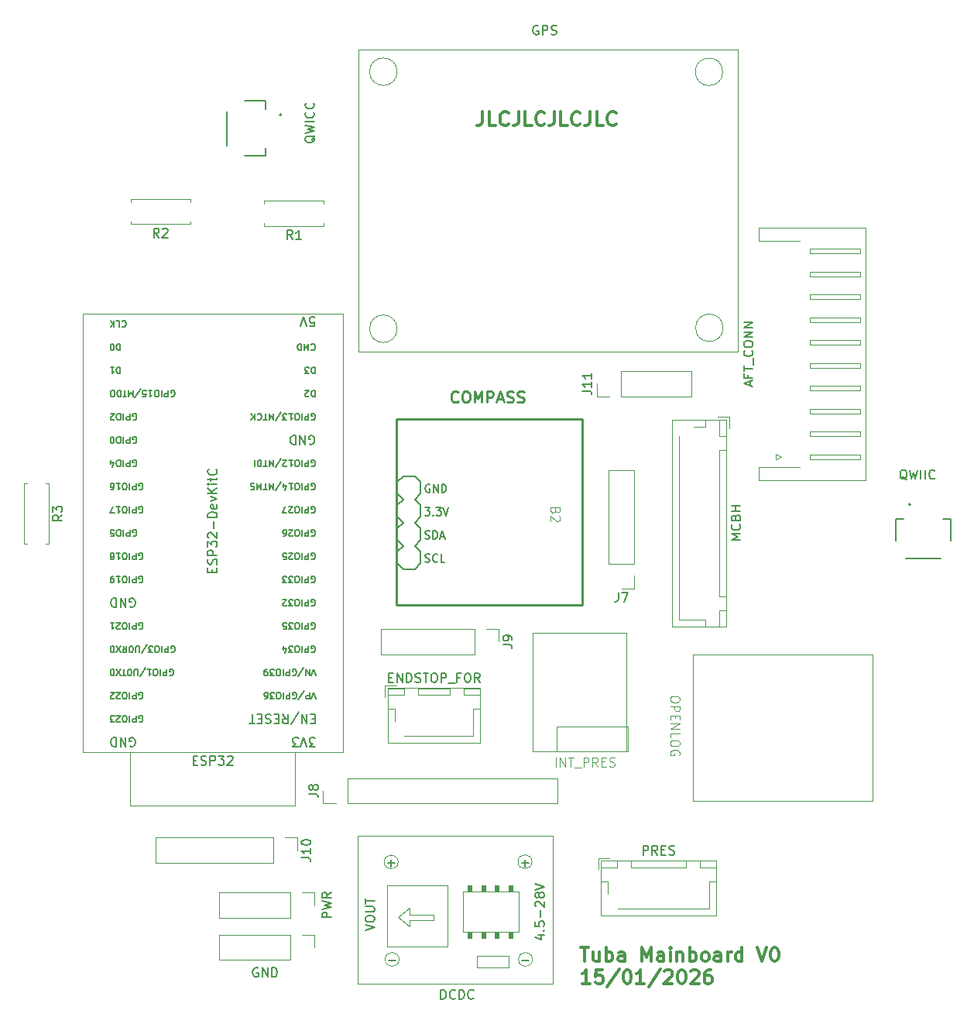
<source format=gto>
G04 #@! TF.GenerationSoftware,KiCad,Pcbnew,9.0.6-9.0.6~ubuntu24.04.1*
G04 #@! TF.CreationDate,2026-01-15T22:16:42+01:00*
G04 #@! TF.ProjectId,tuba-electronics,74756261-2d65-46c6-9563-74726f6e6963,0*
G04 #@! TF.SameCoordinates,Original*
G04 #@! TF.FileFunction,Legend,Top*
G04 #@! TF.FilePolarity,Positive*
%FSLAX46Y46*%
G04 Gerber Fmt 4.6, Leading zero omitted, Abs format (unit mm)*
G04 Created by KiCad (PCBNEW 9.0.6-9.0.6~ubuntu24.04.1) date 2026-01-15 22:16:42*
%MOMM*%
%LPD*%
G01*
G04 APERTURE LIST*
%ADD10C,0.304800*%
%ADD11C,0.150000*%
%ADD12C,0.100000*%
%ADD13C,0.152400*%
%ADD14C,0.213360*%
%ADD15C,0.200000*%
%ADD16C,0.120000*%
%ADD17C,0.127000*%
%ADD18C,0.254000*%
%ADD19C,0.203200*%
G04 APERTURE END LIST*
D10*
X150573811Y-47773641D02*
X150573811Y-48862212D01*
X150573811Y-48862212D02*
X150501240Y-49079927D01*
X150501240Y-49079927D02*
X150356097Y-49225070D01*
X150356097Y-49225070D02*
X150138383Y-49297641D01*
X150138383Y-49297641D02*
X149993240Y-49297641D01*
X152025240Y-49297641D02*
X151299526Y-49297641D01*
X151299526Y-49297641D02*
X151299526Y-47773641D01*
X153404097Y-49152498D02*
X153331525Y-49225070D01*
X153331525Y-49225070D02*
X153113811Y-49297641D01*
X153113811Y-49297641D02*
X152968668Y-49297641D01*
X152968668Y-49297641D02*
X152750954Y-49225070D01*
X152750954Y-49225070D02*
X152605811Y-49079927D01*
X152605811Y-49079927D02*
X152533240Y-48934784D01*
X152533240Y-48934784D02*
X152460668Y-48644498D01*
X152460668Y-48644498D02*
X152460668Y-48426784D01*
X152460668Y-48426784D02*
X152533240Y-48136498D01*
X152533240Y-48136498D02*
X152605811Y-47991355D01*
X152605811Y-47991355D02*
X152750954Y-47846212D01*
X152750954Y-47846212D02*
X152968668Y-47773641D01*
X152968668Y-47773641D02*
X153113811Y-47773641D01*
X153113811Y-47773641D02*
X153331525Y-47846212D01*
X153331525Y-47846212D02*
X153404097Y-47918784D01*
X154492668Y-47773641D02*
X154492668Y-48862212D01*
X154492668Y-48862212D02*
X154420097Y-49079927D01*
X154420097Y-49079927D02*
X154274954Y-49225070D01*
X154274954Y-49225070D02*
X154057240Y-49297641D01*
X154057240Y-49297641D02*
X153912097Y-49297641D01*
X155944097Y-49297641D02*
X155218383Y-49297641D01*
X155218383Y-49297641D02*
X155218383Y-47773641D01*
X157322954Y-49152498D02*
X157250382Y-49225070D01*
X157250382Y-49225070D02*
X157032668Y-49297641D01*
X157032668Y-49297641D02*
X156887525Y-49297641D01*
X156887525Y-49297641D02*
X156669811Y-49225070D01*
X156669811Y-49225070D02*
X156524668Y-49079927D01*
X156524668Y-49079927D02*
X156452097Y-48934784D01*
X156452097Y-48934784D02*
X156379525Y-48644498D01*
X156379525Y-48644498D02*
X156379525Y-48426784D01*
X156379525Y-48426784D02*
X156452097Y-48136498D01*
X156452097Y-48136498D02*
X156524668Y-47991355D01*
X156524668Y-47991355D02*
X156669811Y-47846212D01*
X156669811Y-47846212D02*
X156887525Y-47773641D01*
X156887525Y-47773641D02*
X157032668Y-47773641D01*
X157032668Y-47773641D02*
X157250382Y-47846212D01*
X157250382Y-47846212D02*
X157322954Y-47918784D01*
X158411525Y-47773641D02*
X158411525Y-48862212D01*
X158411525Y-48862212D02*
X158338954Y-49079927D01*
X158338954Y-49079927D02*
X158193811Y-49225070D01*
X158193811Y-49225070D02*
X157976097Y-49297641D01*
X157976097Y-49297641D02*
X157830954Y-49297641D01*
X159862954Y-49297641D02*
X159137240Y-49297641D01*
X159137240Y-49297641D02*
X159137240Y-47773641D01*
X161241811Y-49152498D02*
X161169239Y-49225070D01*
X161169239Y-49225070D02*
X160951525Y-49297641D01*
X160951525Y-49297641D02*
X160806382Y-49297641D01*
X160806382Y-49297641D02*
X160588668Y-49225070D01*
X160588668Y-49225070D02*
X160443525Y-49079927D01*
X160443525Y-49079927D02*
X160370954Y-48934784D01*
X160370954Y-48934784D02*
X160298382Y-48644498D01*
X160298382Y-48644498D02*
X160298382Y-48426784D01*
X160298382Y-48426784D02*
X160370954Y-48136498D01*
X160370954Y-48136498D02*
X160443525Y-47991355D01*
X160443525Y-47991355D02*
X160588668Y-47846212D01*
X160588668Y-47846212D02*
X160806382Y-47773641D01*
X160806382Y-47773641D02*
X160951525Y-47773641D01*
X160951525Y-47773641D02*
X161169239Y-47846212D01*
X161169239Y-47846212D02*
X161241811Y-47918784D01*
X162330382Y-47773641D02*
X162330382Y-48862212D01*
X162330382Y-48862212D02*
X162257811Y-49079927D01*
X162257811Y-49079927D02*
X162112668Y-49225070D01*
X162112668Y-49225070D02*
X161894954Y-49297641D01*
X161894954Y-49297641D02*
X161749811Y-49297641D01*
X163781811Y-49297641D02*
X163056097Y-49297641D01*
X163056097Y-49297641D02*
X163056097Y-47773641D01*
X165160668Y-49152498D02*
X165088096Y-49225070D01*
X165088096Y-49225070D02*
X164870382Y-49297641D01*
X164870382Y-49297641D02*
X164725239Y-49297641D01*
X164725239Y-49297641D02*
X164507525Y-49225070D01*
X164507525Y-49225070D02*
X164362382Y-49079927D01*
X164362382Y-49079927D02*
X164289811Y-48934784D01*
X164289811Y-48934784D02*
X164217239Y-48644498D01*
X164217239Y-48644498D02*
X164217239Y-48426784D01*
X164217239Y-48426784D02*
X164289811Y-48136498D01*
X164289811Y-48136498D02*
X164362382Y-47991355D01*
X164362382Y-47991355D02*
X164507525Y-47846212D01*
X164507525Y-47846212D02*
X164725239Y-47773641D01*
X164725239Y-47773641D02*
X164870382Y-47773641D01*
X164870382Y-47773641D02*
X165088096Y-47846212D01*
X165088096Y-47846212D02*
X165160668Y-47918784D01*
X161320668Y-139120086D02*
X162191526Y-139120086D01*
X161756097Y-140644086D02*
X161756097Y-139120086D01*
X163352669Y-139628086D02*
X163352669Y-140644086D01*
X162699526Y-139628086D02*
X162699526Y-140426372D01*
X162699526Y-140426372D02*
X162772097Y-140571515D01*
X162772097Y-140571515D02*
X162917240Y-140644086D01*
X162917240Y-140644086D02*
X163134954Y-140644086D01*
X163134954Y-140644086D02*
X163280097Y-140571515D01*
X163280097Y-140571515D02*
X163352669Y-140498943D01*
X164078383Y-140644086D02*
X164078383Y-139120086D01*
X164078383Y-139700657D02*
X164223526Y-139628086D01*
X164223526Y-139628086D02*
X164513811Y-139628086D01*
X164513811Y-139628086D02*
X164658954Y-139700657D01*
X164658954Y-139700657D02*
X164731526Y-139773229D01*
X164731526Y-139773229D02*
X164804097Y-139918372D01*
X164804097Y-139918372D02*
X164804097Y-140353800D01*
X164804097Y-140353800D02*
X164731526Y-140498943D01*
X164731526Y-140498943D02*
X164658954Y-140571515D01*
X164658954Y-140571515D02*
X164513811Y-140644086D01*
X164513811Y-140644086D02*
X164223526Y-140644086D01*
X164223526Y-140644086D02*
X164078383Y-140571515D01*
X166110383Y-140644086D02*
X166110383Y-139845800D01*
X166110383Y-139845800D02*
X166037811Y-139700657D01*
X166037811Y-139700657D02*
X165892668Y-139628086D01*
X165892668Y-139628086D02*
X165602383Y-139628086D01*
X165602383Y-139628086D02*
X165457240Y-139700657D01*
X166110383Y-140571515D02*
X165965240Y-140644086D01*
X165965240Y-140644086D02*
X165602383Y-140644086D01*
X165602383Y-140644086D02*
X165457240Y-140571515D01*
X165457240Y-140571515D02*
X165384668Y-140426372D01*
X165384668Y-140426372D02*
X165384668Y-140281229D01*
X165384668Y-140281229D02*
X165457240Y-140136086D01*
X165457240Y-140136086D02*
X165602383Y-140063515D01*
X165602383Y-140063515D02*
X165965240Y-140063515D01*
X165965240Y-140063515D02*
X166110383Y-139990943D01*
X167997240Y-140644086D02*
X167997240Y-139120086D01*
X167997240Y-139120086D02*
X168505240Y-140208657D01*
X168505240Y-140208657D02*
X169013240Y-139120086D01*
X169013240Y-139120086D02*
X169013240Y-140644086D01*
X170392097Y-140644086D02*
X170392097Y-139845800D01*
X170392097Y-139845800D02*
X170319525Y-139700657D01*
X170319525Y-139700657D02*
X170174382Y-139628086D01*
X170174382Y-139628086D02*
X169884097Y-139628086D01*
X169884097Y-139628086D02*
X169738954Y-139700657D01*
X170392097Y-140571515D02*
X170246954Y-140644086D01*
X170246954Y-140644086D02*
X169884097Y-140644086D01*
X169884097Y-140644086D02*
X169738954Y-140571515D01*
X169738954Y-140571515D02*
X169666382Y-140426372D01*
X169666382Y-140426372D02*
X169666382Y-140281229D01*
X169666382Y-140281229D02*
X169738954Y-140136086D01*
X169738954Y-140136086D02*
X169884097Y-140063515D01*
X169884097Y-140063515D02*
X170246954Y-140063515D01*
X170246954Y-140063515D02*
X170392097Y-139990943D01*
X171117811Y-140644086D02*
X171117811Y-139628086D01*
X171117811Y-139120086D02*
X171045239Y-139192657D01*
X171045239Y-139192657D02*
X171117811Y-139265229D01*
X171117811Y-139265229D02*
X171190382Y-139192657D01*
X171190382Y-139192657D02*
X171117811Y-139120086D01*
X171117811Y-139120086D02*
X171117811Y-139265229D01*
X171843525Y-139628086D02*
X171843525Y-140644086D01*
X171843525Y-139773229D02*
X171916096Y-139700657D01*
X171916096Y-139700657D02*
X172061239Y-139628086D01*
X172061239Y-139628086D02*
X172278953Y-139628086D01*
X172278953Y-139628086D02*
X172424096Y-139700657D01*
X172424096Y-139700657D02*
X172496668Y-139845800D01*
X172496668Y-139845800D02*
X172496668Y-140644086D01*
X173222382Y-140644086D02*
X173222382Y-139120086D01*
X173222382Y-139700657D02*
X173367525Y-139628086D01*
X173367525Y-139628086D02*
X173657810Y-139628086D01*
X173657810Y-139628086D02*
X173802953Y-139700657D01*
X173802953Y-139700657D02*
X173875525Y-139773229D01*
X173875525Y-139773229D02*
X173948096Y-139918372D01*
X173948096Y-139918372D02*
X173948096Y-140353800D01*
X173948096Y-140353800D02*
X173875525Y-140498943D01*
X173875525Y-140498943D02*
X173802953Y-140571515D01*
X173802953Y-140571515D02*
X173657810Y-140644086D01*
X173657810Y-140644086D02*
X173367525Y-140644086D01*
X173367525Y-140644086D02*
X173222382Y-140571515D01*
X174818953Y-140644086D02*
X174673810Y-140571515D01*
X174673810Y-140571515D02*
X174601239Y-140498943D01*
X174601239Y-140498943D02*
X174528667Y-140353800D01*
X174528667Y-140353800D02*
X174528667Y-139918372D01*
X174528667Y-139918372D02*
X174601239Y-139773229D01*
X174601239Y-139773229D02*
X174673810Y-139700657D01*
X174673810Y-139700657D02*
X174818953Y-139628086D01*
X174818953Y-139628086D02*
X175036667Y-139628086D01*
X175036667Y-139628086D02*
X175181810Y-139700657D01*
X175181810Y-139700657D02*
X175254382Y-139773229D01*
X175254382Y-139773229D02*
X175326953Y-139918372D01*
X175326953Y-139918372D02*
X175326953Y-140353800D01*
X175326953Y-140353800D02*
X175254382Y-140498943D01*
X175254382Y-140498943D02*
X175181810Y-140571515D01*
X175181810Y-140571515D02*
X175036667Y-140644086D01*
X175036667Y-140644086D02*
X174818953Y-140644086D01*
X176633239Y-140644086D02*
X176633239Y-139845800D01*
X176633239Y-139845800D02*
X176560667Y-139700657D01*
X176560667Y-139700657D02*
X176415524Y-139628086D01*
X176415524Y-139628086D02*
X176125239Y-139628086D01*
X176125239Y-139628086D02*
X175980096Y-139700657D01*
X176633239Y-140571515D02*
X176488096Y-140644086D01*
X176488096Y-140644086D02*
X176125239Y-140644086D01*
X176125239Y-140644086D02*
X175980096Y-140571515D01*
X175980096Y-140571515D02*
X175907524Y-140426372D01*
X175907524Y-140426372D02*
X175907524Y-140281229D01*
X175907524Y-140281229D02*
X175980096Y-140136086D01*
X175980096Y-140136086D02*
X176125239Y-140063515D01*
X176125239Y-140063515D02*
X176488096Y-140063515D01*
X176488096Y-140063515D02*
X176633239Y-139990943D01*
X177358953Y-140644086D02*
X177358953Y-139628086D01*
X177358953Y-139918372D02*
X177431524Y-139773229D01*
X177431524Y-139773229D02*
X177504096Y-139700657D01*
X177504096Y-139700657D02*
X177649238Y-139628086D01*
X177649238Y-139628086D02*
X177794381Y-139628086D01*
X178955525Y-140644086D02*
X178955525Y-139120086D01*
X178955525Y-140571515D02*
X178810382Y-140644086D01*
X178810382Y-140644086D02*
X178520096Y-140644086D01*
X178520096Y-140644086D02*
X178374953Y-140571515D01*
X178374953Y-140571515D02*
X178302382Y-140498943D01*
X178302382Y-140498943D02*
X178229810Y-140353800D01*
X178229810Y-140353800D02*
X178229810Y-139918372D01*
X178229810Y-139918372D02*
X178302382Y-139773229D01*
X178302382Y-139773229D02*
X178374953Y-139700657D01*
X178374953Y-139700657D02*
X178520096Y-139628086D01*
X178520096Y-139628086D02*
X178810382Y-139628086D01*
X178810382Y-139628086D02*
X178955525Y-139700657D01*
X180624667Y-139120086D02*
X181132667Y-140644086D01*
X181132667Y-140644086D02*
X181640667Y-139120086D01*
X182438953Y-139120086D02*
X182584096Y-139120086D01*
X182584096Y-139120086D02*
X182729239Y-139192657D01*
X182729239Y-139192657D02*
X182801811Y-139265229D01*
X182801811Y-139265229D02*
X182874382Y-139410372D01*
X182874382Y-139410372D02*
X182946953Y-139700657D01*
X182946953Y-139700657D02*
X182946953Y-140063515D01*
X182946953Y-140063515D02*
X182874382Y-140353800D01*
X182874382Y-140353800D02*
X182801811Y-140498943D01*
X182801811Y-140498943D02*
X182729239Y-140571515D01*
X182729239Y-140571515D02*
X182584096Y-140644086D01*
X182584096Y-140644086D02*
X182438953Y-140644086D01*
X182438953Y-140644086D02*
X182293811Y-140571515D01*
X182293811Y-140571515D02*
X182221239Y-140498943D01*
X182221239Y-140498943D02*
X182148668Y-140353800D01*
X182148668Y-140353800D02*
X182076096Y-140063515D01*
X182076096Y-140063515D02*
X182076096Y-139700657D01*
X182076096Y-139700657D02*
X182148668Y-139410372D01*
X182148668Y-139410372D02*
X182221239Y-139265229D01*
X182221239Y-139265229D02*
X182293811Y-139192657D01*
X182293811Y-139192657D02*
X182438953Y-139120086D01*
X162336668Y-143097641D02*
X161465811Y-143097641D01*
X161901240Y-143097641D02*
X161901240Y-141573641D01*
X161901240Y-141573641D02*
X161756097Y-141791355D01*
X161756097Y-141791355D02*
X161610954Y-141936498D01*
X161610954Y-141936498D02*
X161465811Y-142009070D01*
X163715526Y-141573641D02*
X162989812Y-141573641D01*
X162989812Y-141573641D02*
X162917240Y-142299355D01*
X162917240Y-142299355D02*
X162989812Y-142226784D01*
X162989812Y-142226784D02*
X163134955Y-142154212D01*
X163134955Y-142154212D02*
X163497812Y-142154212D01*
X163497812Y-142154212D02*
X163642955Y-142226784D01*
X163642955Y-142226784D02*
X163715526Y-142299355D01*
X163715526Y-142299355D02*
X163788097Y-142444498D01*
X163788097Y-142444498D02*
X163788097Y-142807355D01*
X163788097Y-142807355D02*
X163715526Y-142952498D01*
X163715526Y-142952498D02*
X163642955Y-143025070D01*
X163642955Y-143025070D02*
X163497812Y-143097641D01*
X163497812Y-143097641D02*
X163134955Y-143097641D01*
X163134955Y-143097641D02*
X162989812Y-143025070D01*
X162989812Y-143025070D02*
X162917240Y-142952498D01*
X165529812Y-141501070D02*
X164223526Y-143460498D01*
X166328097Y-141573641D02*
X166473240Y-141573641D01*
X166473240Y-141573641D02*
X166618383Y-141646212D01*
X166618383Y-141646212D02*
X166690955Y-141718784D01*
X166690955Y-141718784D02*
X166763526Y-141863927D01*
X166763526Y-141863927D02*
X166836097Y-142154212D01*
X166836097Y-142154212D02*
X166836097Y-142517070D01*
X166836097Y-142517070D02*
X166763526Y-142807355D01*
X166763526Y-142807355D02*
X166690955Y-142952498D01*
X166690955Y-142952498D02*
X166618383Y-143025070D01*
X166618383Y-143025070D02*
X166473240Y-143097641D01*
X166473240Y-143097641D02*
X166328097Y-143097641D01*
X166328097Y-143097641D02*
X166182955Y-143025070D01*
X166182955Y-143025070D02*
X166110383Y-142952498D01*
X166110383Y-142952498D02*
X166037812Y-142807355D01*
X166037812Y-142807355D02*
X165965240Y-142517070D01*
X165965240Y-142517070D02*
X165965240Y-142154212D01*
X165965240Y-142154212D02*
X166037812Y-141863927D01*
X166037812Y-141863927D02*
X166110383Y-141718784D01*
X166110383Y-141718784D02*
X166182955Y-141646212D01*
X166182955Y-141646212D02*
X166328097Y-141573641D01*
X168287526Y-143097641D02*
X167416669Y-143097641D01*
X167852098Y-143097641D02*
X167852098Y-141573641D01*
X167852098Y-141573641D02*
X167706955Y-141791355D01*
X167706955Y-141791355D02*
X167561812Y-141936498D01*
X167561812Y-141936498D02*
X167416669Y-142009070D01*
X170029241Y-141501070D02*
X168722955Y-143460498D01*
X170464669Y-141718784D02*
X170537241Y-141646212D01*
X170537241Y-141646212D02*
X170682384Y-141573641D01*
X170682384Y-141573641D02*
X171045241Y-141573641D01*
X171045241Y-141573641D02*
X171190384Y-141646212D01*
X171190384Y-141646212D02*
X171262955Y-141718784D01*
X171262955Y-141718784D02*
X171335526Y-141863927D01*
X171335526Y-141863927D02*
X171335526Y-142009070D01*
X171335526Y-142009070D02*
X171262955Y-142226784D01*
X171262955Y-142226784D02*
X170392098Y-143097641D01*
X170392098Y-143097641D02*
X171335526Y-143097641D01*
X172278955Y-141573641D02*
X172424098Y-141573641D01*
X172424098Y-141573641D02*
X172569241Y-141646212D01*
X172569241Y-141646212D02*
X172641813Y-141718784D01*
X172641813Y-141718784D02*
X172714384Y-141863927D01*
X172714384Y-141863927D02*
X172786955Y-142154212D01*
X172786955Y-142154212D02*
X172786955Y-142517070D01*
X172786955Y-142517070D02*
X172714384Y-142807355D01*
X172714384Y-142807355D02*
X172641813Y-142952498D01*
X172641813Y-142952498D02*
X172569241Y-143025070D01*
X172569241Y-143025070D02*
X172424098Y-143097641D01*
X172424098Y-143097641D02*
X172278955Y-143097641D01*
X172278955Y-143097641D02*
X172133813Y-143025070D01*
X172133813Y-143025070D02*
X172061241Y-142952498D01*
X172061241Y-142952498D02*
X171988670Y-142807355D01*
X171988670Y-142807355D02*
X171916098Y-142517070D01*
X171916098Y-142517070D02*
X171916098Y-142154212D01*
X171916098Y-142154212D02*
X171988670Y-141863927D01*
X171988670Y-141863927D02*
X172061241Y-141718784D01*
X172061241Y-141718784D02*
X172133813Y-141646212D01*
X172133813Y-141646212D02*
X172278955Y-141573641D01*
X173367527Y-141718784D02*
X173440099Y-141646212D01*
X173440099Y-141646212D02*
X173585242Y-141573641D01*
X173585242Y-141573641D02*
X173948099Y-141573641D01*
X173948099Y-141573641D02*
X174093242Y-141646212D01*
X174093242Y-141646212D02*
X174165813Y-141718784D01*
X174165813Y-141718784D02*
X174238384Y-141863927D01*
X174238384Y-141863927D02*
X174238384Y-142009070D01*
X174238384Y-142009070D02*
X174165813Y-142226784D01*
X174165813Y-142226784D02*
X173294956Y-143097641D01*
X173294956Y-143097641D02*
X174238384Y-143097641D01*
X175544671Y-141573641D02*
X175254385Y-141573641D01*
X175254385Y-141573641D02*
X175109242Y-141646212D01*
X175109242Y-141646212D02*
X175036671Y-141718784D01*
X175036671Y-141718784D02*
X174891528Y-141936498D01*
X174891528Y-141936498D02*
X174818956Y-142226784D01*
X174818956Y-142226784D02*
X174818956Y-142807355D01*
X174818956Y-142807355D02*
X174891528Y-142952498D01*
X174891528Y-142952498D02*
X174964099Y-143025070D01*
X174964099Y-143025070D02*
X175109242Y-143097641D01*
X175109242Y-143097641D02*
X175399528Y-143097641D01*
X175399528Y-143097641D02*
X175544671Y-143025070D01*
X175544671Y-143025070D02*
X175617242Y-142952498D01*
X175617242Y-142952498D02*
X175689813Y-142807355D01*
X175689813Y-142807355D02*
X175689813Y-142444498D01*
X175689813Y-142444498D02*
X175617242Y-142299355D01*
X175617242Y-142299355D02*
X175544671Y-142226784D01*
X175544671Y-142226784D02*
X175399528Y-142154212D01*
X175399528Y-142154212D02*
X175109242Y-142154212D01*
X175109242Y-142154212D02*
X174964099Y-142226784D01*
X174964099Y-142226784D02*
X174891528Y-142299355D01*
X174891528Y-142299355D02*
X174818956Y-142444498D01*
D11*
X179844104Y-77749999D02*
X179844104Y-77273809D01*
X180129819Y-77845237D02*
X179129819Y-77511904D01*
X179129819Y-77511904D02*
X180129819Y-77178571D01*
X179606009Y-76511904D02*
X179606009Y-76845237D01*
X180129819Y-76845237D02*
X179129819Y-76845237D01*
X179129819Y-76845237D02*
X179129819Y-76369047D01*
X179129819Y-76130951D02*
X179129819Y-75559523D01*
X180129819Y-75845237D02*
X179129819Y-75845237D01*
X180225057Y-75464285D02*
X180225057Y-74702380D01*
X180034580Y-73892856D02*
X180082200Y-73940475D01*
X180082200Y-73940475D02*
X180129819Y-74083332D01*
X180129819Y-74083332D02*
X180129819Y-74178570D01*
X180129819Y-74178570D02*
X180082200Y-74321427D01*
X180082200Y-74321427D02*
X179986961Y-74416665D01*
X179986961Y-74416665D02*
X179891723Y-74464284D01*
X179891723Y-74464284D02*
X179701247Y-74511903D01*
X179701247Y-74511903D02*
X179558390Y-74511903D01*
X179558390Y-74511903D02*
X179367914Y-74464284D01*
X179367914Y-74464284D02*
X179272676Y-74416665D01*
X179272676Y-74416665D02*
X179177438Y-74321427D01*
X179177438Y-74321427D02*
X179129819Y-74178570D01*
X179129819Y-74178570D02*
X179129819Y-74083332D01*
X179129819Y-74083332D02*
X179177438Y-73940475D01*
X179177438Y-73940475D02*
X179225057Y-73892856D01*
X179129819Y-73273808D02*
X179129819Y-73083332D01*
X179129819Y-73083332D02*
X179177438Y-72988094D01*
X179177438Y-72988094D02*
X179272676Y-72892856D01*
X179272676Y-72892856D02*
X179463152Y-72845237D01*
X179463152Y-72845237D02*
X179796485Y-72845237D01*
X179796485Y-72845237D02*
X179986961Y-72892856D01*
X179986961Y-72892856D02*
X180082200Y-72988094D01*
X180082200Y-72988094D02*
X180129819Y-73083332D01*
X180129819Y-73083332D02*
X180129819Y-73273808D01*
X180129819Y-73273808D02*
X180082200Y-73369046D01*
X180082200Y-73369046D02*
X179986961Y-73464284D01*
X179986961Y-73464284D02*
X179796485Y-73511903D01*
X179796485Y-73511903D02*
X179463152Y-73511903D01*
X179463152Y-73511903D02*
X179272676Y-73464284D01*
X179272676Y-73464284D02*
X179177438Y-73369046D01*
X179177438Y-73369046D02*
X179129819Y-73273808D01*
X180129819Y-72416665D02*
X179129819Y-72416665D01*
X179129819Y-72416665D02*
X180129819Y-71845237D01*
X180129819Y-71845237D02*
X179129819Y-71845237D01*
X180129819Y-71369046D02*
X179129819Y-71369046D01*
X179129819Y-71369046D02*
X180129819Y-70797618D01*
X180129819Y-70797618D02*
X179129819Y-70797618D01*
X196973333Y-88015057D02*
X196878095Y-87967438D01*
X196878095Y-87967438D02*
X196782857Y-87872200D01*
X196782857Y-87872200D02*
X196640000Y-87729342D01*
X196640000Y-87729342D02*
X196544762Y-87681723D01*
X196544762Y-87681723D02*
X196449524Y-87681723D01*
X196497143Y-87919819D02*
X196401905Y-87872200D01*
X196401905Y-87872200D02*
X196306667Y-87776961D01*
X196306667Y-87776961D02*
X196259048Y-87586485D01*
X196259048Y-87586485D02*
X196259048Y-87253152D01*
X196259048Y-87253152D02*
X196306667Y-87062676D01*
X196306667Y-87062676D02*
X196401905Y-86967438D01*
X196401905Y-86967438D02*
X196497143Y-86919819D01*
X196497143Y-86919819D02*
X196687619Y-86919819D01*
X196687619Y-86919819D02*
X196782857Y-86967438D01*
X196782857Y-86967438D02*
X196878095Y-87062676D01*
X196878095Y-87062676D02*
X196925714Y-87253152D01*
X196925714Y-87253152D02*
X196925714Y-87586485D01*
X196925714Y-87586485D02*
X196878095Y-87776961D01*
X196878095Y-87776961D02*
X196782857Y-87872200D01*
X196782857Y-87872200D02*
X196687619Y-87919819D01*
X196687619Y-87919819D02*
X196497143Y-87919819D01*
X197259048Y-86919819D02*
X197497143Y-87919819D01*
X197497143Y-87919819D02*
X197687619Y-87205533D01*
X197687619Y-87205533D02*
X197878095Y-87919819D01*
X197878095Y-87919819D02*
X198116191Y-86919819D01*
X198497143Y-87919819D02*
X198497143Y-86919819D01*
X198973333Y-87919819D02*
X198973333Y-86919819D01*
X200020951Y-87824580D02*
X199973332Y-87872200D01*
X199973332Y-87872200D02*
X199830475Y-87919819D01*
X199830475Y-87919819D02*
X199735237Y-87919819D01*
X199735237Y-87919819D02*
X199592380Y-87872200D01*
X199592380Y-87872200D02*
X199497142Y-87776961D01*
X199497142Y-87776961D02*
X199449523Y-87681723D01*
X199449523Y-87681723D02*
X199401904Y-87491247D01*
X199401904Y-87491247D02*
X199401904Y-87348390D01*
X199401904Y-87348390D02*
X199449523Y-87157914D01*
X199449523Y-87157914D02*
X199497142Y-87062676D01*
X199497142Y-87062676D02*
X199592380Y-86967438D01*
X199592380Y-86967438D02*
X199735237Y-86919819D01*
X199735237Y-86919819D02*
X199830475Y-86919819D01*
X199830475Y-86919819D02*
X199973332Y-86967438D01*
X199973332Y-86967438D02*
X200020951Y-87015057D01*
X140322619Y-109631009D02*
X140655952Y-109631009D01*
X140798809Y-110154819D02*
X140322619Y-110154819D01*
X140322619Y-110154819D02*
X140322619Y-109154819D01*
X140322619Y-109154819D02*
X140798809Y-109154819D01*
X141227381Y-110154819D02*
X141227381Y-109154819D01*
X141227381Y-109154819D02*
X141798809Y-110154819D01*
X141798809Y-110154819D02*
X141798809Y-109154819D01*
X142275000Y-110154819D02*
X142275000Y-109154819D01*
X142275000Y-109154819D02*
X142513095Y-109154819D01*
X142513095Y-109154819D02*
X142655952Y-109202438D01*
X142655952Y-109202438D02*
X142751190Y-109297676D01*
X142751190Y-109297676D02*
X142798809Y-109392914D01*
X142798809Y-109392914D02*
X142846428Y-109583390D01*
X142846428Y-109583390D02*
X142846428Y-109726247D01*
X142846428Y-109726247D02*
X142798809Y-109916723D01*
X142798809Y-109916723D02*
X142751190Y-110011961D01*
X142751190Y-110011961D02*
X142655952Y-110107200D01*
X142655952Y-110107200D02*
X142513095Y-110154819D01*
X142513095Y-110154819D02*
X142275000Y-110154819D01*
X143227381Y-110107200D02*
X143370238Y-110154819D01*
X143370238Y-110154819D02*
X143608333Y-110154819D01*
X143608333Y-110154819D02*
X143703571Y-110107200D01*
X143703571Y-110107200D02*
X143751190Y-110059580D01*
X143751190Y-110059580D02*
X143798809Y-109964342D01*
X143798809Y-109964342D02*
X143798809Y-109869104D01*
X143798809Y-109869104D02*
X143751190Y-109773866D01*
X143751190Y-109773866D02*
X143703571Y-109726247D01*
X143703571Y-109726247D02*
X143608333Y-109678628D01*
X143608333Y-109678628D02*
X143417857Y-109631009D01*
X143417857Y-109631009D02*
X143322619Y-109583390D01*
X143322619Y-109583390D02*
X143275000Y-109535771D01*
X143275000Y-109535771D02*
X143227381Y-109440533D01*
X143227381Y-109440533D02*
X143227381Y-109345295D01*
X143227381Y-109345295D02*
X143275000Y-109250057D01*
X143275000Y-109250057D02*
X143322619Y-109202438D01*
X143322619Y-109202438D02*
X143417857Y-109154819D01*
X143417857Y-109154819D02*
X143655952Y-109154819D01*
X143655952Y-109154819D02*
X143798809Y-109202438D01*
X144084524Y-109154819D02*
X144655952Y-109154819D01*
X144370238Y-110154819D02*
X144370238Y-109154819D01*
X145179762Y-109154819D02*
X145370238Y-109154819D01*
X145370238Y-109154819D02*
X145465476Y-109202438D01*
X145465476Y-109202438D02*
X145560714Y-109297676D01*
X145560714Y-109297676D02*
X145608333Y-109488152D01*
X145608333Y-109488152D02*
X145608333Y-109821485D01*
X145608333Y-109821485D02*
X145560714Y-110011961D01*
X145560714Y-110011961D02*
X145465476Y-110107200D01*
X145465476Y-110107200D02*
X145370238Y-110154819D01*
X145370238Y-110154819D02*
X145179762Y-110154819D01*
X145179762Y-110154819D02*
X145084524Y-110107200D01*
X145084524Y-110107200D02*
X144989286Y-110011961D01*
X144989286Y-110011961D02*
X144941667Y-109821485D01*
X144941667Y-109821485D02*
X144941667Y-109488152D01*
X144941667Y-109488152D02*
X144989286Y-109297676D01*
X144989286Y-109297676D02*
X145084524Y-109202438D01*
X145084524Y-109202438D02*
X145179762Y-109154819D01*
X146036905Y-110154819D02*
X146036905Y-109154819D01*
X146036905Y-109154819D02*
X146417857Y-109154819D01*
X146417857Y-109154819D02*
X146513095Y-109202438D01*
X146513095Y-109202438D02*
X146560714Y-109250057D01*
X146560714Y-109250057D02*
X146608333Y-109345295D01*
X146608333Y-109345295D02*
X146608333Y-109488152D01*
X146608333Y-109488152D02*
X146560714Y-109583390D01*
X146560714Y-109583390D02*
X146513095Y-109631009D01*
X146513095Y-109631009D02*
X146417857Y-109678628D01*
X146417857Y-109678628D02*
X146036905Y-109678628D01*
X146798810Y-110250057D02*
X147560714Y-110250057D01*
X148132143Y-109631009D02*
X147798810Y-109631009D01*
X147798810Y-110154819D02*
X147798810Y-109154819D01*
X147798810Y-109154819D02*
X148275000Y-109154819D01*
X148846429Y-109154819D02*
X149036905Y-109154819D01*
X149036905Y-109154819D02*
X149132143Y-109202438D01*
X149132143Y-109202438D02*
X149227381Y-109297676D01*
X149227381Y-109297676D02*
X149275000Y-109488152D01*
X149275000Y-109488152D02*
X149275000Y-109821485D01*
X149275000Y-109821485D02*
X149227381Y-110011961D01*
X149227381Y-110011961D02*
X149132143Y-110107200D01*
X149132143Y-110107200D02*
X149036905Y-110154819D01*
X149036905Y-110154819D02*
X148846429Y-110154819D01*
X148846429Y-110154819D02*
X148751191Y-110107200D01*
X148751191Y-110107200D02*
X148655953Y-110011961D01*
X148655953Y-110011961D02*
X148608334Y-109821485D01*
X148608334Y-109821485D02*
X148608334Y-109488152D01*
X148608334Y-109488152D02*
X148655953Y-109297676D01*
X148655953Y-109297676D02*
X148751191Y-109202438D01*
X148751191Y-109202438D02*
X148846429Y-109154819D01*
X150275000Y-110154819D02*
X149941667Y-109678628D01*
X149703572Y-110154819D02*
X149703572Y-109154819D01*
X149703572Y-109154819D02*
X150084524Y-109154819D01*
X150084524Y-109154819D02*
X150179762Y-109202438D01*
X150179762Y-109202438D02*
X150227381Y-109250057D01*
X150227381Y-109250057D02*
X150275000Y-109345295D01*
X150275000Y-109345295D02*
X150275000Y-109488152D01*
X150275000Y-109488152D02*
X150227381Y-109583390D01*
X150227381Y-109583390D02*
X150179762Y-109631009D01*
X150179762Y-109631009D02*
X150084524Y-109678628D01*
X150084524Y-109678628D02*
X149703572Y-109678628D01*
X161509819Y-78309523D02*
X162224104Y-78309523D01*
X162224104Y-78309523D02*
X162366961Y-78357142D01*
X162366961Y-78357142D02*
X162462200Y-78452380D01*
X162462200Y-78452380D02*
X162509819Y-78595237D01*
X162509819Y-78595237D02*
X162509819Y-78690475D01*
X162509819Y-77309523D02*
X162509819Y-77880951D01*
X162509819Y-77595237D02*
X161509819Y-77595237D01*
X161509819Y-77595237D02*
X161652676Y-77690475D01*
X161652676Y-77690475D02*
X161747914Y-77785713D01*
X161747914Y-77785713D02*
X161795533Y-77880951D01*
X162509819Y-76357142D02*
X162509819Y-76928570D01*
X162509819Y-76642856D02*
X161509819Y-76642856D01*
X161509819Y-76642856D02*
X161652676Y-76738094D01*
X161652676Y-76738094D02*
X161747914Y-76833332D01*
X161747914Y-76833332D02*
X161795533Y-76928570D01*
D12*
X158560714Y-119357419D02*
X158560714Y-118357419D01*
X159036904Y-119357419D02*
X159036904Y-118357419D01*
X159036904Y-118357419D02*
X159608332Y-119357419D01*
X159608332Y-119357419D02*
X159608332Y-118357419D01*
X159941666Y-118357419D02*
X160513094Y-118357419D01*
X160227380Y-119357419D02*
X160227380Y-118357419D01*
X160608333Y-119452657D02*
X161370237Y-119452657D01*
X161608333Y-119357419D02*
X161608333Y-118357419D01*
X161608333Y-118357419D02*
X161989285Y-118357419D01*
X161989285Y-118357419D02*
X162084523Y-118405038D01*
X162084523Y-118405038D02*
X162132142Y-118452657D01*
X162132142Y-118452657D02*
X162179761Y-118547895D01*
X162179761Y-118547895D02*
X162179761Y-118690752D01*
X162179761Y-118690752D02*
X162132142Y-118785990D01*
X162132142Y-118785990D02*
X162084523Y-118833609D01*
X162084523Y-118833609D02*
X161989285Y-118881228D01*
X161989285Y-118881228D02*
X161608333Y-118881228D01*
X163179761Y-119357419D02*
X162846428Y-118881228D01*
X162608333Y-119357419D02*
X162608333Y-118357419D01*
X162608333Y-118357419D02*
X162989285Y-118357419D01*
X162989285Y-118357419D02*
X163084523Y-118405038D01*
X163084523Y-118405038D02*
X163132142Y-118452657D01*
X163132142Y-118452657D02*
X163179761Y-118547895D01*
X163179761Y-118547895D02*
X163179761Y-118690752D01*
X163179761Y-118690752D02*
X163132142Y-118785990D01*
X163132142Y-118785990D02*
X163084523Y-118833609D01*
X163084523Y-118833609D02*
X162989285Y-118881228D01*
X162989285Y-118881228D02*
X162608333Y-118881228D01*
X163608333Y-118833609D02*
X163941666Y-118833609D01*
X164084523Y-119357419D02*
X163608333Y-119357419D01*
X163608333Y-119357419D02*
X163608333Y-118357419D01*
X163608333Y-118357419D02*
X164084523Y-118357419D01*
X164465476Y-119309800D02*
X164608333Y-119357419D01*
X164608333Y-119357419D02*
X164846428Y-119357419D01*
X164846428Y-119357419D02*
X164941666Y-119309800D01*
X164941666Y-119309800D02*
X164989285Y-119262180D01*
X164989285Y-119262180D02*
X165036904Y-119166942D01*
X165036904Y-119166942D02*
X165036904Y-119071704D01*
X165036904Y-119071704D02*
X164989285Y-118976466D01*
X164989285Y-118976466D02*
X164941666Y-118928847D01*
X164941666Y-118928847D02*
X164846428Y-118881228D01*
X164846428Y-118881228D02*
X164655952Y-118833609D01*
X164655952Y-118833609D02*
X164560714Y-118785990D01*
X164560714Y-118785990D02*
X164513095Y-118738371D01*
X164513095Y-118738371D02*
X164465476Y-118643133D01*
X164465476Y-118643133D02*
X164465476Y-118547895D01*
X164465476Y-118547895D02*
X164513095Y-118452657D01*
X164513095Y-118452657D02*
X164560714Y-118405038D01*
X164560714Y-118405038D02*
X164655952Y-118357419D01*
X164655952Y-118357419D02*
X164894047Y-118357419D01*
X164894047Y-118357419D02*
X165036904Y-118405038D01*
D11*
X132260057Y-50393571D02*
X132212438Y-50488809D01*
X132212438Y-50488809D02*
X132117200Y-50584047D01*
X132117200Y-50584047D02*
X131974342Y-50726904D01*
X131974342Y-50726904D02*
X131926723Y-50822142D01*
X131926723Y-50822142D02*
X131926723Y-50917380D01*
X132164819Y-50869761D02*
X132117200Y-50964999D01*
X132117200Y-50964999D02*
X132021961Y-51060237D01*
X132021961Y-51060237D02*
X131831485Y-51107856D01*
X131831485Y-51107856D02*
X131498152Y-51107856D01*
X131498152Y-51107856D02*
X131307676Y-51060237D01*
X131307676Y-51060237D02*
X131212438Y-50964999D01*
X131212438Y-50964999D02*
X131164819Y-50869761D01*
X131164819Y-50869761D02*
X131164819Y-50679285D01*
X131164819Y-50679285D02*
X131212438Y-50584047D01*
X131212438Y-50584047D02*
X131307676Y-50488809D01*
X131307676Y-50488809D02*
X131498152Y-50441190D01*
X131498152Y-50441190D02*
X131831485Y-50441190D01*
X131831485Y-50441190D02*
X132021961Y-50488809D01*
X132021961Y-50488809D02*
X132117200Y-50584047D01*
X132117200Y-50584047D02*
X132164819Y-50679285D01*
X132164819Y-50679285D02*
X132164819Y-50869761D01*
X131164819Y-50107856D02*
X132164819Y-49869761D01*
X132164819Y-49869761D02*
X131450533Y-49679285D01*
X131450533Y-49679285D02*
X132164819Y-49488809D01*
X132164819Y-49488809D02*
X131164819Y-49250714D01*
X132164819Y-48869761D02*
X131164819Y-48869761D01*
X132069580Y-47822143D02*
X132117200Y-47869762D01*
X132117200Y-47869762D02*
X132164819Y-48012619D01*
X132164819Y-48012619D02*
X132164819Y-48107857D01*
X132164819Y-48107857D02*
X132117200Y-48250714D01*
X132117200Y-48250714D02*
X132021961Y-48345952D01*
X132021961Y-48345952D02*
X131926723Y-48393571D01*
X131926723Y-48393571D02*
X131736247Y-48441190D01*
X131736247Y-48441190D02*
X131593390Y-48441190D01*
X131593390Y-48441190D02*
X131402914Y-48393571D01*
X131402914Y-48393571D02*
X131307676Y-48345952D01*
X131307676Y-48345952D02*
X131212438Y-48250714D01*
X131212438Y-48250714D02*
X131164819Y-48107857D01*
X131164819Y-48107857D02*
X131164819Y-48012619D01*
X131164819Y-48012619D02*
X131212438Y-47869762D01*
X131212438Y-47869762D02*
X131260057Y-47822143D01*
X132069580Y-46822143D02*
X132117200Y-46869762D01*
X132117200Y-46869762D02*
X132164819Y-47012619D01*
X132164819Y-47012619D02*
X132164819Y-47107857D01*
X132164819Y-47107857D02*
X132117200Y-47250714D01*
X132117200Y-47250714D02*
X132021961Y-47345952D01*
X132021961Y-47345952D02*
X131926723Y-47393571D01*
X131926723Y-47393571D02*
X131736247Y-47441190D01*
X131736247Y-47441190D02*
X131593390Y-47441190D01*
X131593390Y-47441190D02*
X131402914Y-47393571D01*
X131402914Y-47393571D02*
X131307676Y-47345952D01*
X131307676Y-47345952D02*
X131212438Y-47250714D01*
X131212438Y-47250714D02*
X131164819Y-47107857D01*
X131164819Y-47107857D02*
X131164819Y-47012619D01*
X131164819Y-47012619D02*
X131212438Y-46869762D01*
X131212438Y-46869762D02*
X131260057Y-46822143D01*
X104599819Y-91856666D02*
X104123628Y-92189999D01*
X104599819Y-92428094D02*
X103599819Y-92428094D01*
X103599819Y-92428094D02*
X103599819Y-92047142D01*
X103599819Y-92047142D02*
X103647438Y-91951904D01*
X103647438Y-91951904D02*
X103695057Y-91904285D01*
X103695057Y-91904285D02*
X103790295Y-91856666D01*
X103790295Y-91856666D02*
X103933152Y-91856666D01*
X103933152Y-91856666D02*
X104028390Y-91904285D01*
X104028390Y-91904285D02*
X104076009Y-91951904D01*
X104076009Y-91951904D02*
X104123628Y-92047142D01*
X104123628Y-92047142D02*
X104123628Y-92428094D01*
X103599819Y-91523332D02*
X103599819Y-90904285D01*
X103599819Y-90904285D02*
X103980771Y-91237618D01*
X103980771Y-91237618D02*
X103980771Y-91094761D01*
X103980771Y-91094761D02*
X104028390Y-90999523D01*
X104028390Y-90999523D02*
X104076009Y-90951904D01*
X104076009Y-90951904D02*
X104171247Y-90904285D01*
X104171247Y-90904285D02*
X104409342Y-90904285D01*
X104409342Y-90904285D02*
X104504580Y-90951904D01*
X104504580Y-90951904D02*
X104552200Y-90999523D01*
X104552200Y-90999523D02*
X104599819Y-91094761D01*
X104599819Y-91094761D02*
X104599819Y-91380475D01*
X104599819Y-91380475D02*
X104552200Y-91475713D01*
X104552200Y-91475713D02*
X104504580Y-91523332D01*
X118932143Y-118671009D02*
X119265476Y-118671009D01*
X119408333Y-119194819D02*
X118932143Y-119194819D01*
X118932143Y-119194819D02*
X118932143Y-118194819D01*
X118932143Y-118194819D02*
X119408333Y-118194819D01*
X119789286Y-119147200D02*
X119932143Y-119194819D01*
X119932143Y-119194819D02*
X120170238Y-119194819D01*
X120170238Y-119194819D02*
X120265476Y-119147200D01*
X120265476Y-119147200D02*
X120313095Y-119099580D01*
X120313095Y-119099580D02*
X120360714Y-119004342D01*
X120360714Y-119004342D02*
X120360714Y-118909104D01*
X120360714Y-118909104D02*
X120313095Y-118813866D01*
X120313095Y-118813866D02*
X120265476Y-118766247D01*
X120265476Y-118766247D02*
X120170238Y-118718628D01*
X120170238Y-118718628D02*
X119979762Y-118671009D01*
X119979762Y-118671009D02*
X119884524Y-118623390D01*
X119884524Y-118623390D02*
X119836905Y-118575771D01*
X119836905Y-118575771D02*
X119789286Y-118480533D01*
X119789286Y-118480533D02*
X119789286Y-118385295D01*
X119789286Y-118385295D02*
X119836905Y-118290057D01*
X119836905Y-118290057D02*
X119884524Y-118242438D01*
X119884524Y-118242438D02*
X119979762Y-118194819D01*
X119979762Y-118194819D02*
X120217857Y-118194819D01*
X120217857Y-118194819D02*
X120360714Y-118242438D01*
X120789286Y-119194819D02*
X120789286Y-118194819D01*
X120789286Y-118194819D02*
X121170238Y-118194819D01*
X121170238Y-118194819D02*
X121265476Y-118242438D01*
X121265476Y-118242438D02*
X121313095Y-118290057D01*
X121313095Y-118290057D02*
X121360714Y-118385295D01*
X121360714Y-118385295D02*
X121360714Y-118528152D01*
X121360714Y-118528152D02*
X121313095Y-118623390D01*
X121313095Y-118623390D02*
X121265476Y-118671009D01*
X121265476Y-118671009D02*
X121170238Y-118718628D01*
X121170238Y-118718628D02*
X120789286Y-118718628D01*
X121694048Y-118194819D02*
X122313095Y-118194819D01*
X122313095Y-118194819D02*
X121979762Y-118575771D01*
X121979762Y-118575771D02*
X122122619Y-118575771D01*
X122122619Y-118575771D02*
X122217857Y-118623390D01*
X122217857Y-118623390D02*
X122265476Y-118671009D01*
X122265476Y-118671009D02*
X122313095Y-118766247D01*
X122313095Y-118766247D02*
X122313095Y-119004342D01*
X122313095Y-119004342D02*
X122265476Y-119099580D01*
X122265476Y-119099580D02*
X122217857Y-119147200D01*
X122217857Y-119147200D02*
X122122619Y-119194819D01*
X122122619Y-119194819D02*
X121836905Y-119194819D01*
X121836905Y-119194819D02*
X121741667Y-119147200D01*
X121741667Y-119147200D02*
X121694048Y-119099580D01*
X122694048Y-118290057D02*
X122741667Y-118242438D01*
X122741667Y-118242438D02*
X122836905Y-118194819D01*
X122836905Y-118194819D02*
X123075000Y-118194819D01*
X123075000Y-118194819D02*
X123170238Y-118242438D01*
X123170238Y-118242438D02*
X123217857Y-118290057D01*
X123217857Y-118290057D02*
X123265476Y-118385295D01*
X123265476Y-118385295D02*
X123265476Y-118480533D01*
X123265476Y-118480533D02*
X123217857Y-118623390D01*
X123217857Y-118623390D02*
X122646429Y-119194819D01*
X122646429Y-119194819D02*
X123265476Y-119194819D01*
X121006009Y-98105237D02*
X121006009Y-97771904D01*
X121529819Y-97629047D02*
X121529819Y-98105237D01*
X121529819Y-98105237D02*
X120529819Y-98105237D01*
X120529819Y-98105237D02*
X120529819Y-97629047D01*
X121482200Y-97248094D02*
X121529819Y-97105237D01*
X121529819Y-97105237D02*
X121529819Y-96867142D01*
X121529819Y-96867142D02*
X121482200Y-96771904D01*
X121482200Y-96771904D02*
X121434580Y-96724285D01*
X121434580Y-96724285D02*
X121339342Y-96676666D01*
X121339342Y-96676666D02*
X121244104Y-96676666D01*
X121244104Y-96676666D02*
X121148866Y-96724285D01*
X121148866Y-96724285D02*
X121101247Y-96771904D01*
X121101247Y-96771904D02*
X121053628Y-96867142D01*
X121053628Y-96867142D02*
X121006009Y-97057618D01*
X121006009Y-97057618D02*
X120958390Y-97152856D01*
X120958390Y-97152856D02*
X120910771Y-97200475D01*
X120910771Y-97200475D02*
X120815533Y-97248094D01*
X120815533Y-97248094D02*
X120720295Y-97248094D01*
X120720295Y-97248094D02*
X120625057Y-97200475D01*
X120625057Y-97200475D02*
X120577438Y-97152856D01*
X120577438Y-97152856D02*
X120529819Y-97057618D01*
X120529819Y-97057618D02*
X120529819Y-96819523D01*
X120529819Y-96819523D02*
X120577438Y-96676666D01*
X121529819Y-96248094D02*
X120529819Y-96248094D01*
X120529819Y-96248094D02*
X120529819Y-95867142D01*
X120529819Y-95867142D02*
X120577438Y-95771904D01*
X120577438Y-95771904D02*
X120625057Y-95724285D01*
X120625057Y-95724285D02*
X120720295Y-95676666D01*
X120720295Y-95676666D02*
X120863152Y-95676666D01*
X120863152Y-95676666D02*
X120958390Y-95724285D01*
X120958390Y-95724285D02*
X121006009Y-95771904D01*
X121006009Y-95771904D02*
X121053628Y-95867142D01*
X121053628Y-95867142D02*
X121053628Y-96248094D01*
X120529819Y-95343332D02*
X120529819Y-94724285D01*
X120529819Y-94724285D02*
X120910771Y-95057618D01*
X120910771Y-95057618D02*
X120910771Y-94914761D01*
X120910771Y-94914761D02*
X120958390Y-94819523D01*
X120958390Y-94819523D02*
X121006009Y-94771904D01*
X121006009Y-94771904D02*
X121101247Y-94724285D01*
X121101247Y-94724285D02*
X121339342Y-94724285D01*
X121339342Y-94724285D02*
X121434580Y-94771904D01*
X121434580Y-94771904D02*
X121482200Y-94819523D01*
X121482200Y-94819523D02*
X121529819Y-94914761D01*
X121529819Y-94914761D02*
X121529819Y-95200475D01*
X121529819Y-95200475D02*
X121482200Y-95295713D01*
X121482200Y-95295713D02*
X121434580Y-95343332D01*
X120625057Y-94343332D02*
X120577438Y-94295713D01*
X120577438Y-94295713D02*
X120529819Y-94200475D01*
X120529819Y-94200475D02*
X120529819Y-93962380D01*
X120529819Y-93962380D02*
X120577438Y-93867142D01*
X120577438Y-93867142D02*
X120625057Y-93819523D01*
X120625057Y-93819523D02*
X120720295Y-93771904D01*
X120720295Y-93771904D02*
X120815533Y-93771904D01*
X120815533Y-93771904D02*
X120958390Y-93819523D01*
X120958390Y-93819523D02*
X121529819Y-94390951D01*
X121529819Y-94390951D02*
X121529819Y-93771904D01*
X121148866Y-93343332D02*
X121148866Y-92581428D01*
X121529819Y-92105237D02*
X120529819Y-92105237D01*
X120529819Y-92105237D02*
X120529819Y-91867142D01*
X120529819Y-91867142D02*
X120577438Y-91724285D01*
X120577438Y-91724285D02*
X120672676Y-91629047D01*
X120672676Y-91629047D02*
X120767914Y-91581428D01*
X120767914Y-91581428D02*
X120958390Y-91533809D01*
X120958390Y-91533809D02*
X121101247Y-91533809D01*
X121101247Y-91533809D02*
X121291723Y-91581428D01*
X121291723Y-91581428D02*
X121386961Y-91629047D01*
X121386961Y-91629047D02*
X121482200Y-91724285D01*
X121482200Y-91724285D02*
X121529819Y-91867142D01*
X121529819Y-91867142D02*
X121529819Y-92105237D01*
X121482200Y-90724285D02*
X121529819Y-90819523D01*
X121529819Y-90819523D02*
X121529819Y-91009999D01*
X121529819Y-91009999D02*
X121482200Y-91105237D01*
X121482200Y-91105237D02*
X121386961Y-91152856D01*
X121386961Y-91152856D02*
X121006009Y-91152856D01*
X121006009Y-91152856D02*
X120910771Y-91105237D01*
X120910771Y-91105237D02*
X120863152Y-91009999D01*
X120863152Y-91009999D02*
X120863152Y-90819523D01*
X120863152Y-90819523D02*
X120910771Y-90724285D01*
X120910771Y-90724285D02*
X121006009Y-90676666D01*
X121006009Y-90676666D02*
X121101247Y-90676666D01*
X121101247Y-90676666D02*
X121196485Y-91152856D01*
X120863152Y-90343332D02*
X121529819Y-90105237D01*
X121529819Y-90105237D02*
X120863152Y-89867142D01*
X121529819Y-89486189D02*
X120529819Y-89486189D01*
X121529819Y-88914761D02*
X120958390Y-89343332D01*
X120529819Y-88914761D02*
X121101247Y-89486189D01*
X121529819Y-88486189D02*
X120863152Y-88486189D01*
X120529819Y-88486189D02*
X120577438Y-88533808D01*
X120577438Y-88533808D02*
X120625057Y-88486189D01*
X120625057Y-88486189D02*
X120577438Y-88438570D01*
X120577438Y-88438570D02*
X120529819Y-88486189D01*
X120529819Y-88486189D02*
X120625057Y-88486189D01*
X120863152Y-88152856D02*
X120863152Y-87771904D01*
X120529819Y-88009999D02*
X121386961Y-88009999D01*
X121386961Y-88009999D02*
X121482200Y-87962380D01*
X121482200Y-87962380D02*
X121529819Y-87867142D01*
X121529819Y-87867142D02*
X121529819Y-87771904D01*
X121434580Y-86867142D02*
X121482200Y-86914761D01*
X121482200Y-86914761D02*
X121529819Y-87057618D01*
X121529819Y-87057618D02*
X121529819Y-87152856D01*
X121529819Y-87152856D02*
X121482200Y-87295713D01*
X121482200Y-87295713D02*
X121386961Y-87390951D01*
X121386961Y-87390951D02*
X121291723Y-87438570D01*
X121291723Y-87438570D02*
X121101247Y-87486189D01*
X121101247Y-87486189D02*
X120958390Y-87486189D01*
X120958390Y-87486189D02*
X120767914Y-87438570D01*
X120767914Y-87438570D02*
X120672676Y-87390951D01*
X120672676Y-87390951D02*
X120577438Y-87295713D01*
X120577438Y-87295713D02*
X120529819Y-87152856D01*
X120529819Y-87152856D02*
X120529819Y-87057618D01*
X120529819Y-87057618D02*
X120577438Y-86914761D01*
X120577438Y-86914761D02*
X120625057Y-86867142D01*
X113010350Y-104290633D02*
X113077017Y-104323966D01*
X113077017Y-104323966D02*
X113177017Y-104323966D01*
X113177017Y-104323966D02*
X113277017Y-104290633D01*
X113277017Y-104290633D02*
X113343684Y-104223966D01*
X113343684Y-104223966D02*
X113377017Y-104157300D01*
X113377017Y-104157300D02*
X113410350Y-104023966D01*
X113410350Y-104023966D02*
X113410350Y-103923966D01*
X113410350Y-103923966D02*
X113377017Y-103790633D01*
X113377017Y-103790633D02*
X113343684Y-103723966D01*
X113343684Y-103723966D02*
X113277017Y-103657300D01*
X113277017Y-103657300D02*
X113177017Y-103623966D01*
X113177017Y-103623966D02*
X113110350Y-103623966D01*
X113110350Y-103623966D02*
X113010350Y-103657300D01*
X113010350Y-103657300D02*
X112977017Y-103690633D01*
X112977017Y-103690633D02*
X112977017Y-103923966D01*
X112977017Y-103923966D02*
X113110350Y-103923966D01*
X112677017Y-103623966D02*
X112677017Y-104323966D01*
X112677017Y-104323966D02*
X112410350Y-104323966D01*
X112410350Y-104323966D02*
X112343684Y-104290633D01*
X112343684Y-104290633D02*
X112310350Y-104257300D01*
X112310350Y-104257300D02*
X112277017Y-104190633D01*
X112277017Y-104190633D02*
X112277017Y-104090633D01*
X112277017Y-104090633D02*
X112310350Y-104023966D01*
X112310350Y-104023966D02*
X112343684Y-103990633D01*
X112343684Y-103990633D02*
X112410350Y-103957300D01*
X112410350Y-103957300D02*
X112677017Y-103957300D01*
X111977017Y-103623966D02*
X111977017Y-104323966D01*
X111510351Y-104323966D02*
X111377017Y-104323966D01*
X111377017Y-104323966D02*
X111310351Y-104290633D01*
X111310351Y-104290633D02*
X111243684Y-104223966D01*
X111243684Y-104223966D02*
X111210351Y-104090633D01*
X111210351Y-104090633D02*
X111210351Y-103857300D01*
X111210351Y-103857300D02*
X111243684Y-103723966D01*
X111243684Y-103723966D02*
X111310351Y-103657300D01*
X111310351Y-103657300D02*
X111377017Y-103623966D01*
X111377017Y-103623966D02*
X111510351Y-103623966D01*
X111510351Y-103623966D02*
X111577017Y-103657300D01*
X111577017Y-103657300D02*
X111643684Y-103723966D01*
X111643684Y-103723966D02*
X111677017Y-103857300D01*
X111677017Y-103857300D02*
X111677017Y-104090633D01*
X111677017Y-104090633D02*
X111643684Y-104223966D01*
X111643684Y-104223966D02*
X111577017Y-104290633D01*
X111577017Y-104290633D02*
X111510351Y-104323966D01*
X110943684Y-104257300D02*
X110910351Y-104290633D01*
X110910351Y-104290633D02*
X110843684Y-104323966D01*
X110843684Y-104323966D02*
X110677018Y-104323966D01*
X110677018Y-104323966D02*
X110610351Y-104290633D01*
X110610351Y-104290633D02*
X110577018Y-104257300D01*
X110577018Y-104257300D02*
X110543684Y-104190633D01*
X110543684Y-104190633D02*
X110543684Y-104123966D01*
X110543684Y-104123966D02*
X110577018Y-104023966D01*
X110577018Y-104023966D02*
X110977018Y-103623966D01*
X110977018Y-103623966D02*
X110543684Y-103623966D01*
X109877017Y-103623966D02*
X110277017Y-103623966D01*
X110077017Y-103623966D02*
X110077017Y-104323966D01*
X110077017Y-104323966D02*
X110143684Y-104223966D01*
X110143684Y-104223966D02*
X110210351Y-104157300D01*
X110210351Y-104157300D02*
X110277017Y-104123966D01*
X131872982Y-94130633D02*
X131939649Y-94163966D01*
X131939649Y-94163966D02*
X132039649Y-94163966D01*
X132039649Y-94163966D02*
X132139649Y-94130633D01*
X132139649Y-94130633D02*
X132206316Y-94063966D01*
X132206316Y-94063966D02*
X132239649Y-93997300D01*
X132239649Y-93997300D02*
X132272982Y-93863966D01*
X132272982Y-93863966D02*
X132272982Y-93763966D01*
X132272982Y-93763966D02*
X132239649Y-93630633D01*
X132239649Y-93630633D02*
X132206316Y-93563966D01*
X132206316Y-93563966D02*
X132139649Y-93497300D01*
X132139649Y-93497300D02*
X132039649Y-93463966D01*
X132039649Y-93463966D02*
X131972982Y-93463966D01*
X131972982Y-93463966D02*
X131872982Y-93497300D01*
X131872982Y-93497300D02*
X131839649Y-93530633D01*
X131839649Y-93530633D02*
X131839649Y-93763966D01*
X131839649Y-93763966D02*
X131972982Y-93763966D01*
X131539649Y-93463966D02*
X131539649Y-94163966D01*
X131539649Y-94163966D02*
X131272982Y-94163966D01*
X131272982Y-94163966D02*
X131206316Y-94130633D01*
X131206316Y-94130633D02*
X131172982Y-94097300D01*
X131172982Y-94097300D02*
X131139649Y-94030633D01*
X131139649Y-94030633D02*
X131139649Y-93930633D01*
X131139649Y-93930633D02*
X131172982Y-93863966D01*
X131172982Y-93863966D02*
X131206316Y-93830633D01*
X131206316Y-93830633D02*
X131272982Y-93797300D01*
X131272982Y-93797300D02*
X131539649Y-93797300D01*
X130839649Y-93463966D02*
X130839649Y-94163966D01*
X130372983Y-94163966D02*
X130239649Y-94163966D01*
X130239649Y-94163966D02*
X130172983Y-94130633D01*
X130172983Y-94130633D02*
X130106316Y-94063966D01*
X130106316Y-94063966D02*
X130072983Y-93930633D01*
X130072983Y-93930633D02*
X130072983Y-93697300D01*
X130072983Y-93697300D02*
X130106316Y-93563966D01*
X130106316Y-93563966D02*
X130172983Y-93497300D01*
X130172983Y-93497300D02*
X130239649Y-93463966D01*
X130239649Y-93463966D02*
X130372983Y-93463966D01*
X130372983Y-93463966D02*
X130439649Y-93497300D01*
X130439649Y-93497300D02*
X130506316Y-93563966D01*
X130506316Y-93563966D02*
X130539649Y-93697300D01*
X130539649Y-93697300D02*
X130539649Y-93930633D01*
X130539649Y-93930633D02*
X130506316Y-94063966D01*
X130506316Y-94063966D02*
X130439649Y-94130633D01*
X130439649Y-94130633D02*
X130372983Y-94163966D01*
X129806316Y-94097300D02*
X129772983Y-94130633D01*
X129772983Y-94130633D02*
X129706316Y-94163966D01*
X129706316Y-94163966D02*
X129539650Y-94163966D01*
X129539650Y-94163966D02*
X129472983Y-94130633D01*
X129472983Y-94130633D02*
X129439650Y-94097300D01*
X129439650Y-94097300D02*
X129406316Y-94030633D01*
X129406316Y-94030633D02*
X129406316Y-93963966D01*
X129406316Y-93963966D02*
X129439650Y-93863966D01*
X129439650Y-93863966D02*
X129839650Y-93463966D01*
X129839650Y-93463966D02*
X129406316Y-93463966D01*
X128806316Y-94163966D02*
X128939649Y-94163966D01*
X128939649Y-94163966D02*
X129006316Y-94130633D01*
X129006316Y-94130633D02*
X129039649Y-94097300D01*
X129039649Y-94097300D02*
X129106316Y-93997300D01*
X129106316Y-93997300D02*
X129139649Y-93863966D01*
X129139649Y-93863966D02*
X129139649Y-93597300D01*
X129139649Y-93597300D02*
X129106316Y-93530633D01*
X129106316Y-93530633D02*
X129072983Y-93497300D01*
X129072983Y-93497300D02*
X129006316Y-93463966D01*
X129006316Y-93463966D02*
X128872983Y-93463966D01*
X128872983Y-93463966D02*
X128806316Y-93497300D01*
X128806316Y-93497300D02*
X128772983Y-93530633D01*
X128772983Y-93530633D02*
X128739649Y-93597300D01*
X128739649Y-93597300D02*
X128739649Y-93763966D01*
X128739649Y-93763966D02*
X128772983Y-93830633D01*
X128772983Y-93830633D02*
X128806316Y-93863966D01*
X128806316Y-93863966D02*
X128872983Y-93897300D01*
X128872983Y-93897300D02*
X129006316Y-93897300D01*
X129006316Y-93897300D02*
X129072983Y-93863966D01*
X129072983Y-93863966D02*
X129106316Y-93830633D01*
X129106316Y-93830633D02*
X129139649Y-93763966D01*
X113010350Y-111910633D02*
X113077017Y-111943966D01*
X113077017Y-111943966D02*
X113177017Y-111943966D01*
X113177017Y-111943966D02*
X113277017Y-111910633D01*
X113277017Y-111910633D02*
X113343684Y-111843966D01*
X113343684Y-111843966D02*
X113377017Y-111777300D01*
X113377017Y-111777300D02*
X113410350Y-111643966D01*
X113410350Y-111643966D02*
X113410350Y-111543966D01*
X113410350Y-111543966D02*
X113377017Y-111410633D01*
X113377017Y-111410633D02*
X113343684Y-111343966D01*
X113343684Y-111343966D02*
X113277017Y-111277300D01*
X113277017Y-111277300D02*
X113177017Y-111243966D01*
X113177017Y-111243966D02*
X113110350Y-111243966D01*
X113110350Y-111243966D02*
X113010350Y-111277300D01*
X113010350Y-111277300D02*
X112977017Y-111310633D01*
X112977017Y-111310633D02*
X112977017Y-111543966D01*
X112977017Y-111543966D02*
X113110350Y-111543966D01*
X112677017Y-111243966D02*
X112677017Y-111943966D01*
X112677017Y-111943966D02*
X112410350Y-111943966D01*
X112410350Y-111943966D02*
X112343684Y-111910633D01*
X112343684Y-111910633D02*
X112310350Y-111877300D01*
X112310350Y-111877300D02*
X112277017Y-111810633D01*
X112277017Y-111810633D02*
X112277017Y-111710633D01*
X112277017Y-111710633D02*
X112310350Y-111643966D01*
X112310350Y-111643966D02*
X112343684Y-111610633D01*
X112343684Y-111610633D02*
X112410350Y-111577300D01*
X112410350Y-111577300D02*
X112677017Y-111577300D01*
X111977017Y-111243966D02*
X111977017Y-111943966D01*
X111510351Y-111943966D02*
X111377017Y-111943966D01*
X111377017Y-111943966D02*
X111310351Y-111910633D01*
X111310351Y-111910633D02*
X111243684Y-111843966D01*
X111243684Y-111843966D02*
X111210351Y-111710633D01*
X111210351Y-111710633D02*
X111210351Y-111477300D01*
X111210351Y-111477300D02*
X111243684Y-111343966D01*
X111243684Y-111343966D02*
X111310351Y-111277300D01*
X111310351Y-111277300D02*
X111377017Y-111243966D01*
X111377017Y-111243966D02*
X111510351Y-111243966D01*
X111510351Y-111243966D02*
X111577017Y-111277300D01*
X111577017Y-111277300D02*
X111643684Y-111343966D01*
X111643684Y-111343966D02*
X111677017Y-111477300D01*
X111677017Y-111477300D02*
X111677017Y-111710633D01*
X111677017Y-111710633D02*
X111643684Y-111843966D01*
X111643684Y-111843966D02*
X111577017Y-111910633D01*
X111577017Y-111910633D02*
X111510351Y-111943966D01*
X110943684Y-111877300D02*
X110910351Y-111910633D01*
X110910351Y-111910633D02*
X110843684Y-111943966D01*
X110843684Y-111943966D02*
X110677018Y-111943966D01*
X110677018Y-111943966D02*
X110610351Y-111910633D01*
X110610351Y-111910633D02*
X110577018Y-111877300D01*
X110577018Y-111877300D02*
X110543684Y-111810633D01*
X110543684Y-111810633D02*
X110543684Y-111743966D01*
X110543684Y-111743966D02*
X110577018Y-111643966D01*
X110577018Y-111643966D02*
X110977018Y-111243966D01*
X110977018Y-111243966D02*
X110543684Y-111243966D01*
X110277017Y-111877300D02*
X110243684Y-111910633D01*
X110243684Y-111910633D02*
X110177017Y-111943966D01*
X110177017Y-111943966D02*
X110010351Y-111943966D01*
X110010351Y-111943966D02*
X109943684Y-111910633D01*
X109943684Y-111910633D02*
X109910351Y-111877300D01*
X109910351Y-111877300D02*
X109877017Y-111810633D01*
X109877017Y-111810633D02*
X109877017Y-111743966D01*
X109877017Y-111743966D02*
X109910351Y-111643966D01*
X109910351Y-111643966D02*
X110310351Y-111243966D01*
X110310351Y-111243966D02*
X109877017Y-111243966D01*
X132239649Y-78223966D02*
X132239649Y-78923966D01*
X132239649Y-78923966D02*
X132072982Y-78923966D01*
X132072982Y-78923966D02*
X131972982Y-78890633D01*
X131972982Y-78890633D02*
X131906316Y-78823966D01*
X131906316Y-78823966D02*
X131872982Y-78757300D01*
X131872982Y-78757300D02*
X131839649Y-78623966D01*
X131839649Y-78623966D02*
X131839649Y-78523966D01*
X131839649Y-78523966D02*
X131872982Y-78390633D01*
X131872982Y-78390633D02*
X131906316Y-78323966D01*
X131906316Y-78323966D02*
X131972982Y-78257300D01*
X131972982Y-78257300D02*
X132072982Y-78223966D01*
X132072982Y-78223966D02*
X132239649Y-78223966D01*
X131572982Y-78857300D02*
X131539649Y-78890633D01*
X131539649Y-78890633D02*
X131472982Y-78923966D01*
X131472982Y-78923966D02*
X131306316Y-78923966D01*
X131306316Y-78923966D02*
X131239649Y-78890633D01*
X131239649Y-78890633D02*
X131206316Y-78857300D01*
X131206316Y-78857300D02*
X131172982Y-78790633D01*
X131172982Y-78790633D02*
X131172982Y-78723966D01*
X131172982Y-78723966D02*
X131206316Y-78623966D01*
X131206316Y-78623966D02*
X131606316Y-78223966D01*
X131606316Y-78223966D02*
X131172982Y-78223966D01*
X113010350Y-114450633D02*
X113077017Y-114483966D01*
X113077017Y-114483966D02*
X113177017Y-114483966D01*
X113177017Y-114483966D02*
X113277017Y-114450633D01*
X113277017Y-114450633D02*
X113343684Y-114383966D01*
X113343684Y-114383966D02*
X113377017Y-114317300D01*
X113377017Y-114317300D02*
X113410350Y-114183966D01*
X113410350Y-114183966D02*
X113410350Y-114083966D01*
X113410350Y-114083966D02*
X113377017Y-113950633D01*
X113377017Y-113950633D02*
X113343684Y-113883966D01*
X113343684Y-113883966D02*
X113277017Y-113817300D01*
X113277017Y-113817300D02*
X113177017Y-113783966D01*
X113177017Y-113783966D02*
X113110350Y-113783966D01*
X113110350Y-113783966D02*
X113010350Y-113817300D01*
X113010350Y-113817300D02*
X112977017Y-113850633D01*
X112977017Y-113850633D02*
X112977017Y-114083966D01*
X112977017Y-114083966D02*
X113110350Y-114083966D01*
X112677017Y-113783966D02*
X112677017Y-114483966D01*
X112677017Y-114483966D02*
X112410350Y-114483966D01*
X112410350Y-114483966D02*
X112343684Y-114450633D01*
X112343684Y-114450633D02*
X112310350Y-114417300D01*
X112310350Y-114417300D02*
X112277017Y-114350633D01*
X112277017Y-114350633D02*
X112277017Y-114250633D01*
X112277017Y-114250633D02*
X112310350Y-114183966D01*
X112310350Y-114183966D02*
X112343684Y-114150633D01*
X112343684Y-114150633D02*
X112410350Y-114117300D01*
X112410350Y-114117300D02*
X112677017Y-114117300D01*
X111977017Y-113783966D02*
X111977017Y-114483966D01*
X111510351Y-114483966D02*
X111377017Y-114483966D01*
X111377017Y-114483966D02*
X111310351Y-114450633D01*
X111310351Y-114450633D02*
X111243684Y-114383966D01*
X111243684Y-114383966D02*
X111210351Y-114250633D01*
X111210351Y-114250633D02*
X111210351Y-114017300D01*
X111210351Y-114017300D02*
X111243684Y-113883966D01*
X111243684Y-113883966D02*
X111310351Y-113817300D01*
X111310351Y-113817300D02*
X111377017Y-113783966D01*
X111377017Y-113783966D02*
X111510351Y-113783966D01*
X111510351Y-113783966D02*
X111577017Y-113817300D01*
X111577017Y-113817300D02*
X111643684Y-113883966D01*
X111643684Y-113883966D02*
X111677017Y-114017300D01*
X111677017Y-114017300D02*
X111677017Y-114250633D01*
X111677017Y-114250633D02*
X111643684Y-114383966D01*
X111643684Y-114383966D02*
X111577017Y-114450633D01*
X111577017Y-114450633D02*
X111510351Y-114483966D01*
X110943684Y-114417300D02*
X110910351Y-114450633D01*
X110910351Y-114450633D02*
X110843684Y-114483966D01*
X110843684Y-114483966D02*
X110677018Y-114483966D01*
X110677018Y-114483966D02*
X110610351Y-114450633D01*
X110610351Y-114450633D02*
X110577018Y-114417300D01*
X110577018Y-114417300D02*
X110543684Y-114350633D01*
X110543684Y-114350633D02*
X110543684Y-114283966D01*
X110543684Y-114283966D02*
X110577018Y-114183966D01*
X110577018Y-114183966D02*
X110977018Y-113783966D01*
X110977018Y-113783966D02*
X110543684Y-113783966D01*
X110310351Y-114483966D02*
X109877017Y-114483966D01*
X109877017Y-114483966D02*
X110110351Y-114217300D01*
X110110351Y-114217300D02*
X110010351Y-114217300D01*
X110010351Y-114217300D02*
X109943684Y-114183966D01*
X109943684Y-114183966D02*
X109910351Y-114150633D01*
X109910351Y-114150633D02*
X109877017Y-114083966D01*
X109877017Y-114083966D02*
X109877017Y-113917300D01*
X109877017Y-113917300D02*
X109910351Y-113850633D01*
X109910351Y-113850633D02*
X109943684Y-113817300D01*
X109943684Y-113817300D02*
X110010351Y-113783966D01*
X110010351Y-113783966D02*
X110210351Y-113783966D01*
X110210351Y-113783966D02*
X110277017Y-113817300D01*
X110277017Y-113817300D02*
X110310351Y-113850633D01*
X113010350Y-91590633D02*
X113077017Y-91623966D01*
X113077017Y-91623966D02*
X113177017Y-91623966D01*
X113177017Y-91623966D02*
X113277017Y-91590633D01*
X113277017Y-91590633D02*
X113343684Y-91523966D01*
X113343684Y-91523966D02*
X113377017Y-91457300D01*
X113377017Y-91457300D02*
X113410350Y-91323966D01*
X113410350Y-91323966D02*
X113410350Y-91223966D01*
X113410350Y-91223966D02*
X113377017Y-91090633D01*
X113377017Y-91090633D02*
X113343684Y-91023966D01*
X113343684Y-91023966D02*
X113277017Y-90957300D01*
X113277017Y-90957300D02*
X113177017Y-90923966D01*
X113177017Y-90923966D02*
X113110350Y-90923966D01*
X113110350Y-90923966D02*
X113010350Y-90957300D01*
X113010350Y-90957300D02*
X112977017Y-90990633D01*
X112977017Y-90990633D02*
X112977017Y-91223966D01*
X112977017Y-91223966D02*
X113110350Y-91223966D01*
X112677017Y-90923966D02*
X112677017Y-91623966D01*
X112677017Y-91623966D02*
X112410350Y-91623966D01*
X112410350Y-91623966D02*
X112343684Y-91590633D01*
X112343684Y-91590633D02*
X112310350Y-91557300D01*
X112310350Y-91557300D02*
X112277017Y-91490633D01*
X112277017Y-91490633D02*
X112277017Y-91390633D01*
X112277017Y-91390633D02*
X112310350Y-91323966D01*
X112310350Y-91323966D02*
X112343684Y-91290633D01*
X112343684Y-91290633D02*
X112410350Y-91257300D01*
X112410350Y-91257300D02*
X112677017Y-91257300D01*
X111977017Y-90923966D02*
X111977017Y-91623966D01*
X111510351Y-91623966D02*
X111377017Y-91623966D01*
X111377017Y-91623966D02*
X111310351Y-91590633D01*
X111310351Y-91590633D02*
X111243684Y-91523966D01*
X111243684Y-91523966D02*
X111210351Y-91390633D01*
X111210351Y-91390633D02*
X111210351Y-91157300D01*
X111210351Y-91157300D02*
X111243684Y-91023966D01*
X111243684Y-91023966D02*
X111310351Y-90957300D01*
X111310351Y-90957300D02*
X111377017Y-90923966D01*
X111377017Y-90923966D02*
X111510351Y-90923966D01*
X111510351Y-90923966D02*
X111577017Y-90957300D01*
X111577017Y-90957300D02*
X111643684Y-91023966D01*
X111643684Y-91023966D02*
X111677017Y-91157300D01*
X111677017Y-91157300D02*
X111677017Y-91390633D01*
X111677017Y-91390633D02*
X111643684Y-91523966D01*
X111643684Y-91523966D02*
X111577017Y-91590633D01*
X111577017Y-91590633D02*
X111510351Y-91623966D01*
X110543684Y-90923966D02*
X110943684Y-90923966D01*
X110743684Y-90923966D02*
X110743684Y-91623966D01*
X110743684Y-91623966D02*
X110810351Y-91523966D01*
X110810351Y-91523966D02*
X110877018Y-91457300D01*
X110877018Y-91457300D02*
X110943684Y-91423966D01*
X110310351Y-91623966D02*
X109843684Y-91623966D01*
X109843684Y-91623966D02*
X110143684Y-90923966D01*
X131839649Y-73210633D02*
X131872982Y-73177300D01*
X131872982Y-73177300D02*
X131972982Y-73143966D01*
X131972982Y-73143966D02*
X132039649Y-73143966D01*
X132039649Y-73143966D02*
X132139649Y-73177300D01*
X132139649Y-73177300D02*
X132206316Y-73243966D01*
X132206316Y-73243966D02*
X132239649Y-73310633D01*
X132239649Y-73310633D02*
X132272982Y-73443966D01*
X132272982Y-73443966D02*
X132272982Y-73543966D01*
X132272982Y-73543966D02*
X132239649Y-73677300D01*
X132239649Y-73677300D02*
X132206316Y-73743966D01*
X132206316Y-73743966D02*
X132139649Y-73810633D01*
X132139649Y-73810633D02*
X132039649Y-73843966D01*
X132039649Y-73843966D02*
X131972982Y-73843966D01*
X131972982Y-73843966D02*
X131872982Y-73810633D01*
X131872982Y-73810633D02*
X131839649Y-73777300D01*
X131539649Y-73143966D02*
X131539649Y-73843966D01*
X131539649Y-73843966D02*
X131306316Y-73343966D01*
X131306316Y-73343966D02*
X131072982Y-73843966D01*
X131072982Y-73843966D02*
X131072982Y-73143966D01*
X130739649Y-73143966D02*
X130739649Y-73843966D01*
X130739649Y-73843966D02*
X130572982Y-73843966D01*
X130572982Y-73843966D02*
X130472982Y-73810633D01*
X130472982Y-73810633D02*
X130406316Y-73743966D01*
X130406316Y-73743966D02*
X130372982Y-73677300D01*
X130372982Y-73677300D02*
X130339649Y-73543966D01*
X130339649Y-73543966D02*
X130339649Y-73443966D01*
X130339649Y-73443966D02*
X130372982Y-73310633D01*
X130372982Y-73310633D02*
X130406316Y-73243966D01*
X130406316Y-73243966D02*
X130472982Y-73177300D01*
X130472982Y-73177300D02*
X130572982Y-73143966D01*
X130572982Y-73143966D02*
X130739649Y-73143966D01*
X131644411Y-84117561D02*
X131739649Y-84165180D01*
X131739649Y-84165180D02*
X131882506Y-84165180D01*
X131882506Y-84165180D02*
X132025363Y-84117561D01*
X132025363Y-84117561D02*
X132120601Y-84022323D01*
X132120601Y-84022323D02*
X132168220Y-83927085D01*
X132168220Y-83927085D02*
X132215839Y-83736609D01*
X132215839Y-83736609D02*
X132215839Y-83593752D01*
X132215839Y-83593752D02*
X132168220Y-83403276D01*
X132168220Y-83403276D02*
X132120601Y-83308038D01*
X132120601Y-83308038D02*
X132025363Y-83212800D01*
X132025363Y-83212800D02*
X131882506Y-83165180D01*
X131882506Y-83165180D02*
X131787268Y-83165180D01*
X131787268Y-83165180D02*
X131644411Y-83212800D01*
X131644411Y-83212800D02*
X131596792Y-83260419D01*
X131596792Y-83260419D02*
X131596792Y-83593752D01*
X131596792Y-83593752D02*
X131787268Y-83593752D01*
X131168220Y-83165180D02*
X131168220Y-84165180D01*
X131168220Y-84165180D02*
X130596792Y-83165180D01*
X130596792Y-83165180D02*
X130596792Y-84165180D01*
X130120601Y-83165180D02*
X130120601Y-84165180D01*
X130120601Y-84165180D02*
X129882506Y-84165180D01*
X129882506Y-84165180D02*
X129739649Y-84117561D01*
X129739649Y-84117561D02*
X129644411Y-84022323D01*
X129644411Y-84022323D02*
X129596792Y-83927085D01*
X129596792Y-83927085D02*
X129549173Y-83736609D01*
X129549173Y-83736609D02*
X129549173Y-83593752D01*
X129549173Y-83593752D02*
X129596792Y-83403276D01*
X129596792Y-83403276D02*
X129644411Y-83308038D01*
X129644411Y-83308038D02*
X129739649Y-83212800D01*
X129739649Y-83212800D02*
X129882506Y-83165180D01*
X129882506Y-83165180D02*
X130120601Y-83165180D01*
X116543683Y-106830633D02*
X116610350Y-106863966D01*
X116610350Y-106863966D02*
X116710350Y-106863966D01*
X116710350Y-106863966D02*
X116810350Y-106830633D01*
X116810350Y-106830633D02*
X116877017Y-106763966D01*
X116877017Y-106763966D02*
X116910350Y-106697300D01*
X116910350Y-106697300D02*
X116943683Y-106563966D01*
X116943683Y-106563966D02*
X116943683Y-106463966D01*
X116943683Y-106463966D02*
X116910350Y-106330633D01*
X116910350Y-106330633D02*
X116877017Y-106263966D01*
X116877017Y-106263966D02*
X116810350Y-106197300D01*
X116810350Y-106197300D02*
X116710350Y-106163966D01*
X116710350Y-106163966D02*
X116643683Y-106163966D01*
X116643683Y-106163966D02*
X116543683Y-106197300D01*
X116543683Y-106197300D02*
X116510350Y-106230633D01*
X116510350Y-106230633D02*
X116510350Y-106463966D01*
X116510350Y-106463966D02*
X116643683Y-106463966D01*
X116210350Y-106163966D02*
X116210350Y-106863966D01*
X116210350Y-106863966D02*
X115943683Y-106863966D01*
X115943683Y-106863966D02*
X115877017Y-106830633D01*
X115877017Y-106830633D02*
X115843683Y-106797300D01*
X115843683Y-106797300D02*
X115810350Y-106730633D01*
X115810350Y-106730633D02*
X115810350Y-106630633D01*
X115810350Y-106630633D02*
X115843683Y-106563966D01*
X115843683Y-106563966D02*
X115877017Y-106530633D01*
X115877017Y-106530633D02*
X115943683Y-106497300D01*
X115943683Y-106497300D02*
X116210350Y-106497300D01*
X115510350Y-106163966D02*
X115510350Y-106863966D01*
X115043684Y-106863966D02*
X114910350Y-106863966D01*
X114910350Y-106863966D02*
X114843684Y-106830633D01*
X114843684Y-106830633D02*
X114777017Y-106763966D01*
X114777017Y-106763966D02*
X114743684Y-106630633D01*
X114743684Y-106630633D02*
X114743684Y-106397300D01*
X114743684Y-106397300D02*
X114777017Y-106263966D01*
X114777017Y-106263966D02*
X114843684Y-106197300D01*
X114843684Y-106197300D02*
X114910350Y-106163966D01*
X114910350Y-106163966D02*
X115043684Y-106163966D01*
X115043684Y-106163966D02*
X115110350Y-106197300D01*
X115110350Y-106197300D02*
X115177017Y-106263966D01*
X115177017Y-106263966D02*
X115210350Y-106397300D01*
X115210350Y-106397300D02*
X115210350Y-106630633D01*
X115210350Y-106630633D02*
X115177017Y-106763966D01*
X115177017Y-106763966D02*
X115110350Y-106830633D01*
X115110350Y-106830633D02*
X115043684Y-106863966D01*
X114510351Y-106863966D02*
X114077017Y-106863966D01*
X114077017Y-106863966D02*
X114310351Y-106597300D01*
X114310351Y-106597300D02*
X114210351Y-106597300D01*
X114210351Y-106597300D02*
X114143684Y-106563966D01*
X114143684Y-106563966D02*
X114110351Y-106530633D01*
X114110351Y-106530633D02*
X114077017Y-106463966D01*
X114077017Y-106463966D02*
X114077017Y-106297300D01*
X114077017Y-106297300D02*
X114110351Y-106230633D01*
X114110351Y-106230633D02*
X114143684Y-106197300D01*
X114143684Y-106197300D02*
X114210351Y-106163966D01*
X114210351Y-106163966D02*
X114410351Y-106163966D01*
X114410351Y-106163966D02*
X114477017Y-106197300D01*
X114477017Y-106197300D02*
X114510351Y-106230633D01*
X113277017Y-106897300D02*
X113877017Y-105997300D01*
X113043684Y-106863966D02*
X113043684Y-106297300D01*
X113043684Y-106297300D02*
X113010351Y-106230633D01*
X113010351Y-106230633D02*
X112977017Y-106197300D01*
X112977017Y-106197300D02*
X112910351Y-106163966D01*
X112910351Y-106163966D02*
X112777017Y-106163966D01*
X112777017Y-106163966D02*
X112710351Y-106197300D01*
X112710351Y-106197300D02*
X112677017Y-106230633D01*
X112677017Y-106230633D02*
X112643684Y-106297300D01*
X112643684Y-106297300D02*
X112643684Y-106863966D01*
X112177018Y-106863966D02*
X112110351Y-106863966D01*
X112110351Y-106863966D02*
X112043684Y-106830633D01*
X112043684Y-106830633D02*
X112010351Y-106797300D01*
X112010351Y-106797300D02*
X111977018Y-106730633D01*
X111977018Y-106730633D02*
X111943684Y-106597300D01*
X111943684Y-106597300D02*
X111943684Y-106430633D01*
X111943684Y-106430633D02*
X111977018Y-106297300D01*
X111977018Y-106297300D02*
X112010351Y-106230633D01*
X112010351Y-106230633D02*
X112043684Y-106197300D01*
X112043684Y-106197300D02*
X112110351Y-106163966D01*
X112110351Y-106163966D02*
X112177018Y-106163966D01*
X112177018Y-106163966D02*
X112243684Y-106197300D01*
X112243684Y-106197300D02*
X112277018Y-106230633D01*
X112277018Y-106230633D02*
X112310351Y-106297300D01*
X112310351Y-106297300D02*
X112343684Y-106430633D01*
X112343684Y-106430633D02*
X112343684Y-106597300D01*
X112343684Y-106597300D02*
X112310351Y-106730633D01*
X112310351Y-106730633D02*
X112277018Y-106797300D01*
X112277018Y-106797300D02*
X112243684Y-106830633D01*
X112243684Y-106830633D02*
X112177018Y-106863966D01*
X111243684Y-106163966D02*
X111477017Y-106497300D01*
X111643684Y-106163966D02*
X111643684Y-106863966D01*
X111643684Y-106863966D02*
X111377017Y-106863966D01*
X111377017Y-106863966D02*
X111310351Y-106830633D01*
X111310351Y-106830633D02*
X111277017Y-106797300D01*
X111277017Y-106797300D02*
X111243684Y-106730633D01*
X111243684Y-106730633D02*
X111243684Y-106630633D01*
X111243684Y-106630633D02*
X111277017Y-106563966D01*
X111277017Y-106563966D02*
X111310351Y-106530633D01*
X111310351Y-106530633D02*
X111377017Y-106497300D01*
X111377017Y-106497300D02*
X111643684Y-106497300D01*
X111010351Y-106863966D02*
X110543684Y-106163966D01*
X110543684Y-106863966D02*
X111010351Y-106163966D01*
X110277017Y-106163966D02*
X110277017Y-106863966D01*
X110277017Y-106863966D02*
X110110350Y-106863966D01*
X110110350Y-106863966D02*
X110010350Y-106830633D01*
X110010350Y-106830633D02*
X109943684Y-106763966D01*
X109943684Y-106763966D02*
X109910350Y-106697300D01*
X109910350Y-106697300D02*
X109877017Y-106563966D01*
X109877017Y-106563966D02*
X109877017Y-106463966D01*
X109877017Y-106463966D02*
X109910350Y-106330633D01*
X109910350Y-106330633D02*
X109943684Y-106263966D01*
X109943684Y-106263966D02*
X110010350Y-106197300D01*
X110010350Y-106197300D02*
X110110350Y-106163966D01*
X110110350Y-106163966D02*
X110277017Y-106163966D01*
X113010350Y-89050633D02*
X113077017Y-89083966D01*
X113077017Y-89083966D02*
X113177017Y-89083966D01*
X113177017Y-89083966D02*
X113277017Y-89050633D01*
X113277017Y-89050633D02*
X113343684Y-88983966D01*
X113343684Y-88983966D02*
X113377017Y-88917300D01*
X113377017Y-88917300D02*
X113410350Y-88783966D01*
X113410350Y-88783966D02*
X113410350Y-88683966D01*
X113410350Y-88683966D02*
X113377017Y-88550633D01*
X113377017Y-88550633D02*
X113343684Y-88483966D01*
X113343684Y-88483966D02*
X113277017Y-88417300D01*
X113277017Y-88417300D02*
X113177017Y-88383966D01*
X113177017Y-88383966D02*
X113110350Y-88383966D01*
X113110350Y-88383966D02*
X113010350Y-88417300D01*
X113010350Y-88417300D02*
X112977017Y-88450633D01*
X112977017Y-88450633D02*
X112977017Y-88683966D01*
X112977017Y-88683966D02*
X113110350Y-88683966D01*
X112677017Y-88383966D02*
X112677017Y-89083966D01*
X112677017Y-89083966D02*
X112410350Y-89083966D01*
X112410350Y-89083966D02*
X112343684Y-89050633D01*
X112343684Y-89050633D02*
X112310350Y-89017300D01*
X112310350Y-89017300D02*
X112277017Y-88950633D01*
X112277017Y-88950633D02*
X112277017Y-88850633D01*
X112277017Y-88850633D02*
X112310350Y-88783966D01*
X112310350Y-88783966D02*
X112343684Y-88750633D01*
X112343684Y-88750633D02*
X112410350Y-88717300D01*
X112410350Y-88717300D02*
X112677017Y-88717300D01*
X111977017Y-88383966D02*
X111977017Y-89083966D01*
X111510351Y-89083966D02*
X111377017Y-89083966D01*
X111377017Y-89083966D02*
X111310351Y-89050633D01*
X111310351Y-89050633D02*
X111243684Y-88983966D01*
X111243684Y-88983966D02*
X111210351Y-88850633D01*
X111210351Y-88850633D02*
X111210351Y-88617300D01*
X111210351Y-88617300D02*
X111243684Y-88483966D01*
X111243684Y-88483966D02*
X111310351Y-88417300D01*
X111310351Y-88417300D02*
X111377017Y-88383966D01*
X111377017Y-88383966D02*
X111510351Y-88383966D01*
X111510351Y-88383966D02*
X111577017Y-88417300D01*
X111577017Y-88417300D02*
X111643684Y-88483966D01*
X111643684Y-88483966D02*
X111677017Y-88617300D01*
X111677017Y-88617300D02*
X111677017Y-88850633D01*
X111677017Y-88850633D02*
X111643684Y-88983966D01*
X111643684Y-88983966D02*
X111577017Y-89050633D01*
X111577017Y-89050633D02*
X111510351Y-89083966D01*
X110543684Y-88383966D02*
X110943684Y-88383966D01*
X110743684Y-88383966D02*
X110743684Y-89083966D01*
X110743684Y-89083966D02*
X110810351Y-88983966D01*
X110810351Y-88983966D02*
X110877018Y-88917300D01*
X110877018Y-88917300D02*
X110943684Y-88883966D01*
X109943684Y-89083966D02*
X110077017Y-89083966D01*
X110077017Y-89083966D02*
X110143684Y-89050633D01*
X110143684Y-89050633D02*
X110177017Y-89017300D01*
X110177017Y-89017300D02*
X110243684Y-88917300D01*
X110243684Y-88917300D02*
X110277017Y-88783966D01*
X110277017Y-88783966D02*
X110277017Y-88517300D01*
X110277017Y-88517300D02*
X110243684Y-88450633D01*
X110243684Y-88450633D02*
X110210351Y-88417300D01*
X110210351Y-88417300D02*
X110143684Y-88383966D01*
X110143684Y-88383966D02*
X110010351Y-88383966D01*
X110010351Y-88383966D02*
X109943684Y-88417300D01*
X109943684Y-88417300D02*
X109910351Y-88450633D01*
X109910351Y-88450633D02*
X109877017Y-88517300D01*
X109877017Y-88517300D02*
X109877017Y-88683966D01*
X109877017Y-88683966D02*
X109910351Y-88750633D01*
X109910351Y-88750633D02*
X109943684Y-88783966D01*
X109943684Y-88783966D02*
X110010351Y-88817300D01*
X110010351Y-88817300D02*
X110143684Y-88817300D01*
X110143684Y-88817300D02*
X110210351Y-88783966D01*
X110210351Y-88783966D02*
X110243684Y-88750633D01*
X110243684Y-88750633D02*
X110277017Y-88683966D01*
X110943684Y-73143966D02*
X110943684Y-73843966D01*
X110943684Y-73843966D02*
X110777017Y-73843966D01*
X110777017Y-73843966D02*
X110677017Y-73810633D01*
X110677017Y-73810633D02*
X110610351Y-73743966D01*
X110610351Y-73743966D02*
X110577017Y-73677300D01*
X110577017Y-73677300D02*
X110543684Y-73543966D01*
X110543684Y-73543966D02*
X110543684Y-73443966D01*
X110543684Y-73443966D02*
X110577017Y-73310633D01*
X110577017Y-73310633D02*
X110610351Y-73243966D01*
X110610351Y-73243966D02*
X110677017Y-73177300D01*
X110677017Y-73177300D02*
X110777017Y-73143966D01*
X110777017Y-73143966D02*
X110943684Y-73143966D01*
X110110351Y-73843966D02*
X110043684Y-73843966D01*
X110043684Y-73843966D02*
X109977017Y-73810633D01*
X109977017Y-73810633D02*
X109943684Y-73777300D01*
X109943684Y-73777300D02*
X109910351Y-73710633D01*
X109910351Y-73710633D02*
X109877017Y-73577300D01*
X109877017Y-73577300D02*
X109877017Y-73410633D01*
X109877017Y-73410633D02*
X109910351Y-73277300D01*
X109910351Y-73277300D02*
X109943684Y-73210633D01*
X109943684Y-73210633D02*
X109977017Y-73177300D01*
X109977017Y-73177300D02*
X110043684Y-73143966D01*
X110043684Y-73143966D02*
X110110351Y-73143966D01*
X110110351Y-73143966D02*
X110177017Y-73177300D01*
X110177017Y-73177300D02*
X110210351Y-73210633D01*
X110210351Y-73210633D02*
X110243684Y-73277300D01*
X110243684Y-73277300D02*
X110277017Y-73410633D01*
X110277017Y-73410633D02*
X110277017Y-73577300D01*
X110277017Y-73577300D02*
X110243684Y-73710633D01*
X110243684Y-73710633D02*
X110210351Y-73777300D01*
X110210351Y-73777300D02*
X110177017Y-73810633D01*
X110177017Y-73810633D02*
X110110351Y-73843966D01*
X131872982Y-106830633D02*
X131939649Y-106863966D01*
X131939649Y-106863966D02*
X132039649Y-106863966D01*
X132039649Y-106863966D02*
X132139649Y-106830633D01*
X132139649Y-106830633D02*
X132206316Y-106763966D01*
X132206316Y-106763966D02*
X132239649Y-106697300D01*
X132239649Y-106697300D02*
X132272982Y-106563966D01*
X132272982Y-106563966D02*
X132272982Y-106463966D01*
X132272982Y-106463966D02*
X132239649Y-106330633D01*
X132239649Y-106330633D02*
X132206316Y-106263966D01*
X132206316Y-106263966D02*
X132139649Y-106197300D01*
X132139649Y-106197300D02*
X132039649Y-106163966D01*
X132039649Y-106163966D02*
X131972982Y-106163966D01*
X131972982Y-106163966D02*
X131872982Y-106197300D01*
X131872982Y-106197300D02*
X131839649Y-106230633D01*
X131839649Y-106230633D02*
X131839649Y-106463966D01*
X131839649Y-106463966D02*
X131972982Y-106463966D01*
X131539649Y-106163966D02*
X131539649Y-106863966D01*
X131539649Y-106863966D02*
X131272982Y-106863966D01*
X131272982Y-106863966D02*
X131206316Y-106830633D01*
X131206316Y-106830633D02*
X131172982Y-106797300D01*
X131172982Y-106797300D02*
X131139649Y-106730633D01*
X131139649Y-106730633D02*
X131139649Y-106630633D01*
X131139649Y-106630633D02*
X131172982Y-106563966D01*
X131172982Y-106563966D02*
X131206316Y-106530633D01*
X131206316Y-106530633D02*
X131272982Y-106497300D01*
X131272982Y-106497300D02*
X131539649Y-106497300D01*
X130839649Y-106163966D02*
X130839649Y-106863966D01*
X130372983Y-106863966D02*
X130239649Y-106863966D01*
X130239649Y-106863966D02*
X130172983Y-106830633D01*
X130172983Y-106830633D02*
X130106316Y-106763966D01*
X130106316Y-106763966D02*
X130072983Y-106630633D01*
X130072983Y-106630633D02*
X130072983Y-106397300D01*
X130072983Y-106397300D02*
X130106316Y-106263966D01*
X130106316Y-106263966D02*
X130172983Y-106197300D01*
X130172983Y-106197300D02*
X130239649Y-106163966D01*
X130239649Y-106163966D02*
X130372983Y-106163966D01*
X130372983Y-106163966D02*
X130439649Y-106197300D01*
X130439649Y-106197300D02*
X130506316Y-106263966D01*
X130506316Y-106263966D02*
X130539649Y-106397300D01*
X130539649Y-106397300D02*
X130539649Y-106630633D01*
X130539649Y-106630633D02*
X130506316Y-106763966D01*
X130506316Y-106763966D02*
X130439649Y-106830633D01*
X130439649Y-106830633D02*
X130372983Y-106863966D01*
X129839650Y-106863966D02*
X129406316Y-106863966D01*
X129406316Y-106863966D02*
X129639650Y-106597300D01*
X129639650Y-106597300D02*
X129539650Y-106597300D01*
X129539650Y-106597300D02*
X129472983Y-106563966D01*
X129472983Y-106563966D02*
X129439650Y-106530633D01*
X129439650Y-106530633D02*
X129406316Y-106463966D01*
X129406316Y-106463966D02*
X129406316Y-106297300D01*
X129406316Y-106297300D02*
X129439650Y-106230633D01*
X129439650Y-106230633D02*
X129472983Y-106197300D01*
X129472983Y-106197300D02*
X129539650Y-106163966D01*
X129539650Y-106163966D02*
X129739650Y-106163966D01*
X129739650Y-106163966D02*
X129806316Y-106197300D01*
X129806316Y-106197300D02*
X129839650Y-106230633D01*
X128806316Y-106630633D02*
X128806316Y-106163966D01*
X128972983Y-106897300D02*
X129139649Y-106397300D01*
X129139649Y-106397300D02*
X128706316Y-106397300D01*
X132339649Y-109403966D02*
X132106316Y-108703966D01*
X132106316Y-108703966D02*
X131872982Y-109403966D01*
X131639649Y-108703966D02*
X131639649Y-109403966D01*
X131639649Y-109403966D02*
X131239649Y-108703966D01*
X131239649Y-108703966D02*
X131239649Y-109403966D01*
X130406316Y-109437300D02*
X131006316Y-108537300D01*
X129806316Y-109370633D02*
X129872983Y-109403966D01*
X129872983Y-109403966D02*
X129972983Y-109403966D01*
X129972983Y-109403966D02*
X130072983Y-109370633D01*
X130072983Y-109370633D02*
X130139650Y-109303966D01*
X130139650Y-109303966D02*
X130172983Y-109237300D01*
X130172983Y-109237300D02*
X130206316Y-109103966D01*
X130206316Y-109103966D02*
X130206316Y-109003966D01*
X130206316Y-109003966D02*
X130172983Y-108870633D01*
X130172983Y-108870633D02*
X130139650Y-108803966D01*
X130139650Y-108803966D02*
X130072983Y-108737300D01*
X130072983Y-108737300D02*
X129972983Y-108703966D01*
X129972983Y-108703966D02*
X129906316Y-108703966D01*
X129906316Y-108703966D02*
X129806316Y-108737300D01*
X129806316Y-108737300D02*
X129772983Y-108770633D01*
X129772983Y-108770633D02*
X129772983Y-109003966D01*
X129772983Y-109003966D02*
X129906316Y-109003966D01*
X129472983Y-108703966D02*
X129472983Y-109403966D01*
X129472983Y-109403966D02*
X129206316Y-109403966D01*
X129206316Y-109403966D02*
X129139650Y-109370633D01*
X129139650Y-109370633D02*
X129106316Y-109337300D01*
X129106316Y-109337300D02*
X129072983Y-109270633D01*
X129072983Y-109270633D02*
X129072983Y-109170633D01*
X129072983Y-109170633D02*
X129106316Y-109103966D01*
X129106316Y-109103966D02*
X129139650Y-109070633D01*
X129139650Y-109070633D02*
X129206316Y-109037300D01*
X129206316Y-109037300D02*
X129472983Y-109037300D01*
X128772983Y-108703966D02*
X128772983Y-109403966D01*
X128306317Y-109403966D02*
X128172983Y-109403966D01*
X128172983Y-109403966D02*
X128106317Y-109370633D01*
X128106317Y-109370633D02*
X128039650Y-109303966D01*
X128039650Y-109303966D02*
X128006317Y-109170633D01*
X128006317Y-109170633D02*
X128006317Y-108937300D01*
X128006317Y-108937300D02*
X128039650Y-108803966D01*
X128039650Y-108803966D02*
X128106317Y-108737300D01*
X128106317Y-108737300D02*
X128172983Y-108703966D01*
X128172983Y-108703966D02*
X128306317Y-108703966D01*
X128306317Y-108703966D02*
X128372983Y-108737300D01*
X128372983Y-108737300D02*
X128439650Y-108803966D01*
X128439650Y-108803966D02*
X128472983Y-108937300D01*
X128472983Y-108937300D02*
X128472983Y-109170633D01*
X128472983Y-109170633D02*
X128439650Y-109303966D01*
X128439650Y-109303966D02*
X128372983Y-109370633D01*
X128372983Y-109370633D02*
X128306317Y-109403966D01*
X127772984Y-109403966D02*
X127339650Y-109403966D01*
X127339650Y-109403966D02*
X127572984Y-109137300D01*
X127572984Y-109137300D02*
X127472984Y-109137300D01*
X127472984Y-109137300D02*
X127406317Y-109103966D01*
X127406317Y-109103966D02*
X127372984Y-109070633D01*
X127372984Y-109070633D02*
X127339650Y-109003966D01*
X127339650Y-109003966D02*
X127339650Y-108837300D01*
X127339650Y-108837300D02*
X127372984Y-108770633D01*
X127372984Y-108770633D02*
X127406317Y-108737300D01*
X127406317Y-108737300D02*
X127472984Y-108703966D01*
X127472984Y-108703966D02*
X127672984Y-108703966D01*
X127672984Y-108703966D02*
X127739650Y-108737300D01*
X127739650Y-108737300D02*
X127772984Y-108770633D01*
X127006317Y-108703966D02*
X126872983Y-108703966D01*
X126872983Y-108703966D02*
X126806317Y-108737300D01*
X126806317Y-108737300D02*
X126772983Y-108770633D01*
X126772983Y-108770633D02*
X126706317Y-108870633D01*
X126706317Y-108870633D02*
X126672983Y-109003966D01*
X126672983Y-109003966D02*
X126672983Y-109270633D01*
X126672983Y-109270633D02*
X126706317Y-109337300D01*
X126706317Y-109337300D02*
X126739650Y-109370633D01*
X126739650Y-109370633D02*
X126806317Y-109403966D01*
X126806317Y-109403966D02*
X126939650Y-109403966D01*
X126939650Y-109403966D02*
X127006317Y-109370633D01*
X127006317Y-109370633D02*
X127039650Y-109337300D01*
X127039650Y-109337300D02*
X127072983Y-109270633D01*
X127072983Y-109270633D02*
X127072983Y-109103966D01*
X127072983Y-109103966D02*
X127039650Y-109037300D01*
X127039650Y-109037300D02*
X127006317Y-109003966D01*
X127006317Y-109003966D02*
X126939650Y-108970633D01*
X126939650Y-108970633D02*
X126806317Y-108970633D01*
X126806317Y-108970633D02*
X126739650Y-109003966D01*
X126739650Y-109003966D02*
X126706317Y-109037300D01*
X126706317Y-109037300D02*
X126672983Y-109103966D01*
X131872982Y-81430633D02*
X131939649Y-81463966D01*
X131939649Y-81463966D02*
X132039649Y-81463966D01*
X132039649Y-81463966D02*
X132139649Y-81430633D01*
X132139649Y-81430633D02*
X132206316Y-81363966D01*
X132206316Y-81363966D02*
X132239649Y-81297300D01*
X132239649Y-81297300D02*
X132272982Y-81163966D01*
X132272982Y-81163966D02*
X132272982Y-81063966D01*
X132272982Y-81063966D02*
X132239649Y-80930633D01*
X132239649Y-80930633D02*
X132206316Y-80863966D01*
X132206316Y-80863966D02*
X132139649Y-80797300D01*
X132139649Y-80797300D02*
X132039649Y-80763966D01*
X132039649Y-80763966D02*
X131972982Y-80763966D01*
X131972982Y-80763966D02*
X131872982Y-80797300D01*
X131872982Y-80797300D02*
X131839649Y-80830633D01*
X131839649Y-80830633D02*
X131839649Y-81063966D01*
X131839649Y-81063966D02*
X131972982Y-81063966D01*
X131539649Y-80763966D02*
X131539649Y-81463966D01*
X131539649Y-81463966D02*
X131272982Y-81463966D01*
X131272982Y-81463966D02*
X131206316Y-81430633D01*
X131206316Y-81430633D02*
X131172982Y-81397300D01*
X131172982Y-81397300D02*
X131139649Y-81330633D01*
X131139649Y-81330633D02*
X131139649Y-81230633D01*
X131139649Y-81230633D02*
X131172982Y-81163966D01*
X131172982Y-81163966D02*
X131206316Y-81130633D01*
X131206316Y-81130633D02*
X131272982Y-81097300D01*
X131272982Y-81097300D02*
X131539649Y-81097300D01*
X130839649Y-80763966D02*
X130839649Y-81463966D01*
X130372983Y-81463966D02*
X130239649Y-81463966D01*
X130239649Y-81463966D02*
X130172983Y-81430633D01*
X130172983Y-81430633D02*
X130106316Y-81363966D01*
X130106316Y-81363966D02*
X130072983Y-81230633D01*
X130072983Y-81230633D02*
X130072983Y-80997300D01*
X130072983Y-80997300D02*
X130106316Y-80863966D01*
X130106316Y-80863966D02*
X130172983Y-80797300D01*
X130172983Y-80797300D02*
X130239649Y-80763966D01*
X130239649Y-80763966D02*
X130372983Y-80763966D01*
X130372983Y-80763966D02*
X130439649Y-80797300D01*
X130439649Y-80797300D02*
X130506316Y-80863966D01*
X130506316Y-80863966D02*
X130539649Y-80997300D01*
X130539649Y-80997300D02*
X130539649Y-81230633D01*
X130539649Y-81230633D02*
X130506316Y-81363966D01*
X130506316Y-81363966D02*
X130439649Y-81430633D01*
X130439649Y-81430633D02*
X130372983Y-81463966D01*
X129406316Y-80763966D02*
X129806316Y-80763966D01*
X129606316Y-80763966D02*
X129606316Y-81463966D01*
X129606316Y-81463966D02*
X129672983Y-81363966D01*
X129672983Y-81363966D02*
X129739650Y-81297300D01*
X129739650Y-81297300D02*
X129806316Y-81263966D01*
X129172983Y-81463966D02*
X128739649Y-81463966D01*
X128739649Y-81463966D02*
X128972983Y-81197300D01*
X128972983Y-81197300D02*
X128872983Y-81197300D01*
X128872983Y-81197300D02*
X128806316Y-81163966D01*
X128806316Y-81163966D02*
X128772983Y-81130633D01*
X128772983Y-81130633D02*
X128739649Y-81063966D01*
X128739649Y-81063966D02*
X128739649Y-80897300D01*
X128739649Y-80897300D02*
X128772983Y-80830633D01*
X128772983Y-80830633D02*
X128806316Y-80797300D01*
X128806316Y-80797300D02*
X128872983Y-80763966D01*
X128872983Y-80763966D02*
X129072983Y-80763966D01*
X129072983Y-80763966D02*
X129139649Y-80797300D01*
X129139649Y-80797300D02*
X129172983Y-80830633D01*
X127939649Y-81497300D02*
X128539649Y-80597300D01*
X127706316Y-80763966D02*
X127706316Y-81463966D01*
X127706316Y-81463966D02*
X127472983Y-80963966D01*
X127472983Y-80963966D02*
X127239649Y-81463966D01*
X127239649Y-81463966D02*
X127239649Y-80763966D01*
X127006316Y-81463966D02*
X126606316Y-81463966D01*
X126806316Y-80763966D02*
X126806316Y-81463966D01*
X125972983Y-80830633D02*
X126006316Y-80797300D01*
X126006316Y-80797300D02*
X126106316Y-80763966D01*
X126106316Y-80763966D02*
X126172983Y-80763966D01*
X126172983Y-80763966D02*
X126272983Y-80797300D01*
X126272983Y-80797300D02*
X126339650Y-80863966D01*
X126339650Y-80863966D02*
X126372983Y-80930633D01*
X126372983Y-80930633D02*
X126406316Y-81063966D01*
X126406316Y-81063966D02*
X126406316Y-81163966D01*
X126406316Y-81163966D02*
X126372983Y-81297300D01*
X126372983Y-81297300D02*
X126339650Y-81363966D01*
X126339650Y-81363966D02*
X126272983Y-81430633D01*
X126272983Y-81430633D02*
X126172983Y-81463966D01*
X126172983Y-81463966D02*
X126106316Y-81463966D01*
X126106316Y-81463966D02*
X126006316Y-81430633D01*
X126006316Y-81430633D02*
X125972983Y-81397300D01*
X125672983Y-80763966D02*
X125672983Y-81463966D01*
X125272983Y-80763966D02*
X125572983Y-81163966D01*
X125272983Y-81463966D02*
X125672983Y-81063966D01*
X111143684Y-70670633D02*
X111177017Y-70637300D01*
X111177017Y-70637300D02*
X111277017Y-70603966D01*
X111277017Y-70603966D02*
X111343684Y-70603966D01*
X111343684Y-70603966D02*
X111443684Y-70637300D01*
X111443684Y-70637300D02*
X111510351Y-70703966D01*
X111510351Y-70703966D02*
X111543684Y-70770633D01*
X111543684Y-70770633D02*
X111577017Y-70903966D01*
X111577017Y-70903966D02*
X111577017Y-71003966D01*
X111577017Y-71003966D02*
X111543684Y-71137300D01*
X111543684Y-71137300D02*
X111510351Y-71203966D01*
X111510351Y-71203966D02*
X111443684Y-71270633D01*
X111443684Y-71270633D02*
X111343684Y-71303966D01*
X111343684Y-71303966D02*
X111277017Y-71303966D01*
X111277017Y-71303966D02*
X111177017Y-71270633D01*
X111177017Y-71270633D02*
X111143684Y-71237300D01*
X110510351Y-70603966D02*
X110843684Y-70603966D01*
X110843684Y-70603966D02*
X110843684Y-71303966D01*
X110277017Y-70603966D02*
X110277017Y-71303966D01*
X109877017Y-70603966D02*
X110177017Y-71003966D01*
X109877017Y-71303966D02*
X110277017Y-70903966D01*
X131872982Y-86510633D02*
X131939649Y-86543966D01*
X131939649Y-86543966D02*
X132039649Y-86543966D01*
X132039649Y-86543966D02*
X132139649Y-86510633D01*
X132139649Y-86510633D02*
X132206316Y-86443966D01*
X132206316Y-86443966D02*
X132239649Y-86377300D01*
X132239649Y-86377300D02*
X132272982Y-86243966D01*
X132272982Y-86243966D02*
X132272982Y-86143966D01*
X132272982Y-86143966D02*
X132239649Y-86010633D01*
X132239649Y-86010633D02*
X132206316Y-85943966D01*
X132206316Y-85943966D02*
X132139649Y-85877300D01*
X132139649Y-85877300D02*
X132039649Y-85843966D01*
X132039649Y-85843966D02*
X131972982Y-85843966D01*
X131972982Y-85843966D02*
X131872982Y-85877300D01*
X131872982Y-85877300D02*
X131839649Y-85910633D01*
X131839649Y-85910633D02*
X131839649Y-86143966D01*
X131839649Y-86143966D02*
X131972982Y-86143966D01*
X131539649Y-85843966D02*
X131539649Y-86543966D01*
X131539649Y-86543966D02*
X131272982Y-86543966D01*
X131272982Y-86543966D02*
X131206316Y-86510633D01*
X131206316Y-86510633D02*
X131172982Y-86477300D01*
X131172982Y-86477300D02*
X131139649Y-86410633D01*
X131139649Y-86410633D02*
X131139649Y-86310633D01*
X131139649Y-86310633D02*
X131172982Y-86243966D01*
X131172982Y-86243966D02*
X131206316Y-86210633D01*
X131206316Y-86210633D02*
X131272982Y-86177300D01*
X131272982Y-86177300D02*
X131539649Y-86177300D01*
X130839649Y-85843966D02*
X130839649Y-86543966D01*
X130372983Y-86543966D02*
X130239649Y-86543966D01*
X130239649Y-86543966D02*
X130172983Y-86510633D01*
X130172983Y-86510633D02*
X130106316Y-86443966D01*
X130106316Y-86443966D02*
X130072983Y-86310633D01*
X130072983Y-86310633D02*
X130072983Y-86077300D01*
X130072983Y-86077300D02*
X130106316Y-85943966D01*
X130106316Y-85943966D02*
X130172983Y-85877300D01*
X130172983Y-85877300D02*
X130239649Y-85843966D01*
X130239649Y-85843966D02*
X130372983Y-85843966D01*
X130372983Y-85843966D02*
X130439649Y-85877300D01*
X130439649Y-85877300D02*
X130506316Y-85943966D01*
X130506316Y-85943966D02*
X130539649Y-86077300D01*
X130539649Y-86077300D02*
X130539649Y-86310633D01*
X130539649Y-86310633D02*
X130506316Y-86443966D01*
X130506316Y-86443966D02*
X130439649Y-86510633D01*
X130439649Y-86510633D02*
X130372983Y-86543966D01*
X129406316Y-85843966D02*
X129806316Y-85843966D01*
X129606316Y-85843966D02*
X129606316Y-86543966D01*
X129606316Y-86543966D02*
X129672983Y-86443966D01*
X129672983Y-86443966D02*
X129739650Y-86377300D01*
X129739650Y-86377300D02*
X129806316Y-86343966D01*
X129139649Y-86477300D02*
X129106316Y-86510633D01*
X129106316Y-86510633D02*
X129039649Y-86543966D01*
X129039649Y-86543966D02*
X128872983Y-86543966D01*
X128872983Y-86543966D02*
X128806316Y-86510633D01*
X128806316Y-86510633D02*
X128772983Y-86477300D01*
X128772983Y-86477300D02*
X128739649Y-86410633D01*
X128739649Y-86410633D02*
X128739649Y-86343966D01*
X128739649Y-86343966D02*
X128772983Y-86243966D01*
X128772983Y-86243966D02*
X129172983Y-85843966D01*
X129172983Y-85843966D02*
X128739649Y-85843966D01*
X127939649Y-86577300D02*
X128539649Y-85677300D01*
X127706316Y-85843966D02*
X127706316Y-86543966D01*
X127706316Y-86543966D02*
X127472983Y-86043966D01*
X127472983Y-86043966D02*
X127239649Y-86543966D01*
X127239649Y-86543966D02*
X127239649Y-85843966D01*
X127006316Y-86543966D02*
X126606316Y-86543966D01*
X126806316Y-85843966D02*
X126806316Y-86543966D01*
X126372983Y-85843966D02*
X126372983Y-86543966D01*
X126372983Y-86543966D02*
X126206316Y-86543966D01*
X126206316Y-86543966D02*
X126106316Y-86510633D01*
X126106316Y-86510633D02*
X126039650Y-86443966D01*
X126039650Y-86443966D02*
X126006316Y-86377300D01*
X126006316Y-86377300D02*
X125972983Y-86243966D01*
X125972983Y-86243966D02*
X125972983Y-86143966D01*
X125972983Y-86143966D02*
X126006316Y-86010633D01*
X126006316Y-86010633D02*
X126039650Y-85943966D01*
X126039650Y-85943966D02*
X126106316Y-85877300D01*
X126106316Y-85877300D02*
X126206316Y-85843966D01*
X126206316Y-85843966D02*
X126372983Y-85843966D01*
X125672983Y-85843966D02*
X125672983Y-86543966D01*
X116377016Y-109370633D02*
X116443683Y-109403966D01*
X116443683Y-109403966D02*
X116543683Y-109403966D01*
X116543683Y-109403966D02*
X116643683Y-109370633D01*
X116643683Y-109370633D02*
X116710350Y-109303966D01*
X116710350Y-109303966D02*
X116743683Y-109237300D01*
X116743683Y-109237300D02*
X116777016Y-109103966D01*
X116777016Y-109103966D02*
X116777016Y-109003966D01*
X116777016Y-109003966D02*
X116743683Y-108870633D01*
X116743683Y-108870633D02*
X116710350Y-108803966D01*
X116710350Y-108803966D02*
X116643683Y-108737300D01*
X116643683Y-108737300D02*
X116543683Y-108703966D01*
X116543683Y-108703966D02*
X116477016Y-108703966D01*
X116477016Y-108703966D02*
X116377016Y-108737300D01*
X116377016Y-108737300D02*
X116343683Y-108770633D01*
X116343683Y-108770633D02*
X116343683Y-109003966D01*
X116343683Y-109003966D02*
X116477016Y-109003966D01*
X116043683Y-108703966D02*
X116043683Y-109403966D01*
X116043683Y-109403966D02*
X115777016Y-109403966D01*
X115777016Y-109403966D02*
X115710350Y-109370633D01*
X115710350Y-109370633D02*
X115677016Y-109337300D01*
X115677016Y-109337300D02*
X115643683Y-109270633D01*
X115643683Y-109270633D02*
X115643683Y-109170633D01*
X115643683Y-109170633D02*
X115677016Y-109103966D01*
X115677016Y-109103966D02*
X115710350Y-109070633D01*
X115710350Y-109070633D02*
X115777016Y-109037300D01*
X115777016Y-109037300D02*
X116043683Y-109037300D01*
X115343683Y-108703966D02*
X115343683Y-109403966D01*
X114877017Y-109403966D02*
X114743683Y-109403966D01*
X114743683Y-109403966D02*
X114677017Y-109370633D01*
X114677017Y-109370633D02*
X114610350Y-109303966D01*
X114610350Y-109303966D02*
X114577017Y-109170633D01*
X114577017Y-109170633D02*
X114577017Y-108937300D01*
X114577017Y-108937300D02*
X114610350Y-108803966D01*
X114610350Y-108803966D02*
X114677017Y-108737300D01*
X114677017Y-108737300D02*
X114743683Y-108703966D01*
X114743683Y-108703966D02*
X114877017Y-108703966D01*
X114877017Y-108703966D02*
X114943683Y-108737300D01*
X114943683Y-108737300D02*
X115010350Y-108803966D01*
X115010350Y-108803966D02*
X115043683Y-108937300D01*
X115043683Y-108937300D02*
X115043683Y-109170633D01*
X115043683Y-109170633D02*
X115010350Y-109303966D01*
X115010350Y-109303966D02*
X114943683Y-109370633D01*
X114943683Y-109370633D02*
X114877017Y-109403966D01*
X113910350Y-108703966D02*
X114310350Y-108703966D01*
X114110350Y-108703966D02*
X114110350Y-109403966D01*
X114110350Y-109403966D02*
X114177017Y-109303966D01*
X114177017Y-109303966D02*
X114243684Y-109237300D01*
X114243684Y-109237300D02*
X114310350Y-109203966D01*
X113110350Y-109437300D02*
X113710350Y-108537300D01*
X112877017Y-109403966D02*
X112877017Y-108837300D01*
X112877017Y-108837300D02*
X112843684Y-108770633D01*
X112843684Y-108770633D02*
X112810350Y-108737300D01*
X112810350Y-108737300D02*
X112743684Y-108703966D01*
X112743684Y-108703966D02*
X112610350Y-108703966D01*
X112610350Y-108703966D02*
X112543684Y-108737300D01*
X112543684Y-108737300D02*
X112510350Y-108770633D01*
X112510350Y-108770633D02*
X112477017Y-108837300D01*
X112477017Y-108837300D02*
X112477017Y-109403966D01*
X112010351Y-109403966D02*
X111943684Y-109403966D01*
X111943684Y-109403966D02*
X111877017Y-109370633D01*
X111877017Y-109370633D02*
X111843684Y-109337300D01*
X111843684Y-109337300D02*
X111810351Y-109270633D01*
X111810351Y-109270633D02*
X111777017Y-109137300D01*
X111777017Y-109137300D02*
X111777017Y-108970633D01*
X111777017Y-108970633D02*
X111810351Y-108837300D01*
X111810351Y-108837300D02*
X111843684Y-108770633D01*
X111843684Y-108770633D02*
X111877017Y-108737300D01*
X111877017Y-108737300D02*
X111943684Y-108703966D01*
X111943684Y-108703966D02*
X112010351Y-108703966D01*
X112010351Y-108703966D02*
X112077017Y-108737300D01*
X112077017Y-108737300D02*
X112110351Y-108770633D01*
X112110351Y-108770633D02*
X112143684Y-108837300D01*
X112143684Y-108837300D02*
X112177017Y-108970633D01*
X112177017Y-108970633D02*
X112177017Y-109137300D01*
X112177017Y-109137300D02*
X112143684Y-109270633D01*
X112143684Y-109270633D02*
X112110351Y-109337300D01*
X112110351Y-109337300D02*
X112077017Y-109370633D01*
X112077017Y-109370633D02*
X112010351Y-109403966D01*
X111577017Y-109403966D02*
X111177017Y-109403966D01*
X111377017Y-108703966D02*
X111377017Y-109403966D01*
X111010351Y-109403966D02*
X110543684Y-108703966D01*
X110543684Y-109403966D02*
X111010351Y-108703966D01*
X110277017Y-108703966D02*
X110277017Y-109403966D01*
X110277017Y-109403966D02*
X110110350Y-109403966D01*
X110110350Y-109403966D02*
X110010350Y-109370633D01*
X110010350Y-109370633D02*
X109943684Y-109303966D01*
X109943684Y-109303966D02*
X109910350Y-109237300D01*
X109910350Y-109237300D02*
X109877017Y-109103966D01*
X109877017Y-109103966D02*
X109877017Y-109003966D01*
X109877017Y-109003966D02*
X109910350Y-108870633D01*
X109910350Y-108870633D02*
X109943684Y-108803966D01*
X109943684Y-108803966D02*
X110010350Y-108737300D01*
X110010350Y-108737300D02*
X110110350Y-108703966D01*
X110110350Y-108703966D02*
X110277017Y-108703966D01*
X132239649Y-75683966D02*
X132239649Y-76383966D01*
X132239649Y-76383966D02*
X132072982Y-76383966D01*
X132072982Y-76383966D02*
X131972982Y-76350633D01*
X131972982Y-76350633D02*
X131906316Y-76283966D01*
X131906316Y-76283966D02*
X131872982Y-76217300D01*
X131872982Y-76217300D02*
X131839649Y-76083966D01*
X131839649Y-76083966D02*
X131839649Y-75983966D01*
X131839649Y-75983966D02*
X131872982Y-75850633D01*
X131872982Y-75850633D02*
X131906316Y-75783966D01*
X131906316Y-75783966D02*
X131972982Y-75717300D01*
X131972982Y-75717300D02*
X132072982Y-75683966D01*
X132072982Y-75683966D02*
X132239649Y-75683966D01*
X131606316Y-76383966D02*
X131172982Y-76383966D01*
X131172982Y-76383966D02*
X131406316Y-76117300D01*
X131406316Y-76117300D02*
X131306316Y-76117300D01*
X131306316Y-76117300D02*
X131239649Y-76083966D01*
X131239649Y-76083966D02*
X131206316Y-76050633D01*
X131206316Y-76050633D02*
X131172982Y-75983966D01*
X131172982Y-75983966D02*
X131172982Y-75817300D01*
X131172982Y-75817300D02*
X131206316Y-75750633D01*
X131206316Y-75750633D02*
X131239649Y-75717300D01*
X131239649Y-75717300D02*
X131306316Y-75683966D01*
X131306316Y-75683966D02*
X131506316Y-75683966D01*
X131506316Y-75683966D02*
X131572982Y-75717300D01*
X131572982Y-75717300D02*
X131606316Y-75750633D01*
X131872982Y-99210633D02*
X131939649Y-99243966D01*
X131939649Y-99243966D02*
X132039649Y-99243966D01*
X132039649Y-99243966D02*
X132139649Y-99210633D01*
X132139649Y-99210633D02*
X132206316Y-99143966D01*
X132206316Y-99143966D02*
X132239649Y-99077300D01*
X132239649Y-99077300D02*
X132272982Y-98943966D01*
X132272982Y-98943966D02*
X132272982Y-98843966D01*
X132272982Y-98843966D02*
X132239649Y-98710633D01*
X132239649Y-98710633D02*
X132206316Y-98643966D01*
X132206316Y-98643966D02*
X132139649Y-98577300D01*
X132139649Y-98577300D02*
X132039649Y-98543966D01*
X132039649Y-98543966D02*
X131972982Y-98543966D01*
X131972982Y-98543966D02*
X131872982Y-98577300D01*
X131872982Y-98577300D02*
X131839649Y-98610633D01*
X131839649Y-98610633D02*
X131839649Y-98843966D01*
X131839649Y-98843966D02*
X131972982Y-98843966D01*
X131539649Y-98543966D02*
X131539649Y-99243966D01*
X131539649Y-99243966D02*
X131272982Y-99243966D01*
X131272982Y-99243966D02*
X131206316Y-99210633D01*
X131206316Y-99210633D02*
X131172982Y-99177300D01*
X131172982Y-99177300D02*
X131139649Y-99110633D01*
X131139649Y-99110633D02*
X131139649Y-99010633D01*
X131139649Y-99010633D02*
X131172982Y-98943966D01*
X131172982Y-98943966D02*
X131206316Y-98910633D01*
X131206316Y-98910633D02*
X131272982Y-98877300D01*
X131272982Y-98877300D02*
X131539649Y-98877300D01*
X130839649Y-98543966D02*
X130839649Y-99243966D01*
X130372983Y-99243966D02*
X130239649Y-99243966D01*
X130239649Y-99243966D02*
X130172983Y-99210633D01*
X130172983Y-99210633D02*
X130106316Y-99143966D01*
X130106316Y-99143966D02*
X130072983Y-99010633D01*
X130072983Y-99010633D02*
X130072983Y-98777300D01*
X130072983Y-98777300D02*
X130106316Y-98643966D01*
X130106316Y-98643966D02*
X130172983Y-98577300D01*
X130172983Y-98577300D02*
X130239649Y-98543966D01*
X130239649Y-98543966D02*
X130372983Y-98543966D01*
X130372983Y-98543966D02*
X130439649Y-98577300D01*
X130439649Y-98577300D02*
X130506316Y-98643966D01*
X130506316Y-98643966D02*
X130539649Y-98777300D01*
X130539649Y-98777300D02*
X130539649Y-99010633D01*
X130539649Y-99010633D02*
X130506316Y-99143966D01*
X130506316Y-99143966D02*
X130439649Y-99210633D01*
X130439649Y-99210633D02*
X130372983Y-99243966D01*
X129839650Y-99243966D02*
X129406316Y-99243966D01*
X129406316Y-99243966D02*
X129639650Y-98977300D01*
X129639650Y-98977300D02*
X129539650Y-98977300D01*
X129539650Y-98977300D02*
X129472983Y-98943966D01*
X129472983Y-98943966D02*
X129439650Y-98910633D01*
X129439650Y-98910633D02*
X129406316Y-98843966D01*
X129406316Y-98843966D02*
X129406316Y-98677300D01*
X129406316Y-98677300D02*
X129439650Y-98610633D01*
X129439650Y-98610633D02*
X129472983Y-98577300D01*
X129472983Y-98577300D02*
X129539650Y-98543966D01*
X129539650Y-98543966D02*
X129739650Y-98543966D01*
X129739650Y-98543966D02*
X129806316Y-98577300D01*
X129806316Y-98577300D02*
X129839650Y-98610633D01*
X129172983Y-99243966D02*
X128739649Y-99243966D01*
X128739649Y-99243966D02*
X128972983Y-98977300D01*
X128972983Y-98977300D02*
X128872983Y-98977300D01*
X128872983Y-98977300D02*
X128806316Y-98943966D01*
X128806316Y-98943966D02*
X128772983Y-98910633D01*
X128772983Y-98910633D02*
X128739649Y-98843966D01*
X128739649Y-98843966D02*
X128739649Y-98677300D01*
X128739649Y-98677300D02*
X128772983Y-98610633D01*
X128772983Y-98610633D02*
X128806316Y-98577300D01*
X128806316Y-98577300D02*
X128872983Y-98543966D01*
X128872983Y-98543966D02*
X129072983Y-98543966D01*
X129072983Y-98543966D02*
X129139649Y-98577300D01*
X129139649Y-98577300D02*
X129172983Y-98610633D01*
X132263458Y-117185180D02*
X131644411Y-117185180D01*
X131644411Y-117185180D02*
X131977744Y-116804228D01*
X131977744Y-116804228D02*
X131834887Y-116804228D01*
X131834887Y-116804228D02*
X131739649Y-116756609D01*
X131739649Y-116756609D02*
X131692030Y-116708990D01*
X131692030Y-116708990D02*
X131644411Y-116613752D01*
X131644411Y-116613752D02*
X131644411Y-116375657D01*
X131644411Y-116375657D02*
X131692030Y-116280419D01*
X131692030Y-116280419D02*
X131739649Y-116232800D01*
X131739649Y-116232800D02*
X131834887Y-116185180D01*
X131834887Y-116185180D02*
X132120601Y-116185180D01*
X132120601Y-116185180D02*
X132215839Y-116232800D01*
X132215839Y-116232800D02*
X132263458Y-116280419D01*
X131358696Y-117185180D02*
X131025363Y-116185180D01*
X131025363Y-116185180D02*
X130692030Y-117185180D01*
X130453934Y-117185180D02*
X129834887Y-117185180D01*
X129834887Y-117185180D02*
X130168220Y-116804228D01*
X130168220Y-116804228D02*
X130025363Y-116804228D01*
X130025363Y-116804228D02*
X129930125Y-116756609D01*
X129930125Y-116756609D02*
X129882506Y-116708990D01*
X129882506Y-116708990D02*
X129834887Y-116613752D01*
X129834887Y-116613752D02*
X129834887Y-116375657D01*
X129834887Y-116375657D02*
X129882506Y-116280419D01*
X129882506Y-116280419D02*
X129930125Y-116232800D01*
X129930125Y-116232800D02*
X130025363Y-116185180D01*
X130025363Y-116185180D02*
X130311077Y-116185180D01*
X130311077Y-116185180D02*
X130406315Y-116232800D01*
X130406315Y-116232800D02*
X130453934Y-116280419D01*
X113010350Y-96670633D02*
X113077017Y-96703966D01*
X113077017Y-96703966D02*
X113177017Y-96703966D01*
X113177017Y-96703966D02*
X113277017Y-96670633D01*
X113277017Y-96670633D02*
X113343684Y-96603966D01*
X113343684Y-96603966D02*
X113377017Y-96537300D01*
X113377017Y-96537300D02*
X113410350Y-96403966D01*
X113410350Y-96403966D02*
X113410350Y-96303966D01*
X113410350Y-96303966D02*
X113377017Y-96170633D01*
X113377017Y-96170633D02*
X113343684Y-96103966D01*
X113343684Y-96103966D02*
X113277017Y-96037300D01*
X113277017Y-96037300D02*
X113177017Y-96003966D01*
X113177017Y-96003966D02*
X113110350Y-96003966D01*
X113110350Y-96003966D02*
X113010350Y-96037300D01*
X113010350Y-96037300D02*
X112977017Y-96070633D01*
X112977017Y-96070633D02*
X112977017Y-96303966D01*
X112977017Y-96303966D02*
X113110350Y-96303966D01*
X112677017Y-96003966D02*
X112677017Y-96703966D01*
X112677017Y-96703966D02*
X112410350Y-96703966D01*
X112410350Y-96703966D02*
X112343684Y-96670633D01*
X112343684Y-96670633D02*
X112310350Y-96637300D01*
X112310350Y-96637300D02*
X112277017Y-96570633D01*
X112277017Y-96570633D02*
X112277017Y-96470633D01*
X112277017Y-96470633D02*
X112310350Y-96403966D01*
X112310350Y-96403966D02*
X112343684Y-96370633D01*
X112343684Y-96370633D02*
X112410350Y-96337300D01*
X112410350Y-96337300D02*
X112677017Y-96337300D01*
X111977017Y-96003966D02*
X111977017Y-96703966D01*
X111510351Y-96703966D02*
X111377017Y-96703966D01*
X111377017Y-96703966D02*
X111310351Y-96670633D01*
X111310351Y-96670633D02*
X111243684Y-96603966D01*
X111243684Y-96603966D02*
X111210351Y-96470633D01*
X111210351Y-96470633D02*
X111210351Y-96237300D01*
X111210351Y-96237300D02*
X111243684Y-96103966D01*
X111243684Y-96103966D02*
X111310351Y-96037300D01*
X111310351Y-96037300D02*
X111377017Y-96003966D01*
X111377017Y-96003966D02*
X111510351Y-96003966D01*
X111510351Y-96003966D02*
X111577017Y-96037300D01*
X111577017Y-96037300D02*
X111643684Y-96103966D01*
X111643684Y-96103966D02*
X111677017Y-96237300D01*
X111677017Y-96237300D02*
X111677017Y-96470633D01*
X111677017Y-96470633D02*
X111643684Y-96603966D01*
X111643684Y-96603966D02*
X111577017Y-96670633D01*
X111577017Y-96670633D02*
X111510351Y-96703966D01*
X110543684Y-96003966D02*
X110943684Y-96003966D01*
X110743684Y-96003966D02*
X110743684Y-96703966D01*
X110743684Y-96703966D02*
X110810351Y-96603966D01*
X110810351Y-96603966D02*
X110877018Y-96537300D01*
X110877018Y-96537300D02*
X110943684Y-96503966D01*
X110143684Y-96403966D02*
X110210351Y-96437300D01*
X110210351Y-96437300D02*
X110243684Y-96470633D01*
X110243684Y-96470633D02*
X110277017Y-96537300D01*
X110277017Y-96537300D02*
X110277017Y-96570633D01*
X110277017Y-96570633D02*
X110243684Y-96637300D01*
X110243684Y-96637300D02*
X110210351Y-96670633D01*
X110210351Y-96670633D02*
X110143684Y-96703966D01*
X110143684Y-96703966D02*
X110010351Y-96703966D01*
X110010351Y-96703966D02*
X109943684Y-96670633D01*
X109943684Y-96670633D02*
X109910351Y-96637300D01*
X109910351Y-96637300D02*
X109877017Y-96570633D01*
X109877017Y-96570633D02*
X109877017Y-96537300D01*
X109877017Y-96537300D02*
X109910351Y-96470633D01*
X109910351Y-96470633D02*
X109943684Y-96437300D01*
X109943684Y-96437300D02*
X110010351Y-96403966D01*
X110010351Y-96403966D02*
X110143684Y-96403966D01*
X110143684Y-96403966D02*
X110210351Y-96370633D01*
X110210351Y-96370633D02*
X110243684Y-96337300D01*
X110243684Y-96337300D02*
X110277017Y-96270633D01*
X110277017Y-96270633D02*
X110277017Y-96137300D01*
X110277017Y-96137300D02*
X110243684Y-96070633D01*
X110243684Y-96070633D02*
X110210351Y-96037300D01*
X110210351Y-96037300D02*
X110143684Y-96003966D01*
X110143684Y-96003966D02*
X110010351Y-96003966D01*
X110010351Y-96003966D02*
X109943684Y-96037300D01*
X109943684Y-96037300D02*
X109910351Y-96070633D01*
X109910351Y-96070633D02*
X109877017Y-96137300D01*
X109877017Y-96137300D02*
X109877017Y-96270633D01*
X109877017Y-96270633D02*
X109910351Y-96337300D01*
X109910351Y-96337300D02*
X109943684Y-96370633D01*
X109943684Y-96370633D02*
X110010351Y-96403966D01*
X131872982Y-91590633D02*
X131939649Y-91623966D01*
X131939649Y-91623966D02*
X132039649Y-91623966D01*
X132039649Y-91623966D02*
X132139649Y-91590633D01*
X132139649Y-91590633D02*
X132206316Y-91523966D01*
X132206316Y-91523966D02*
X132239649Y-91457300D01*
X132239649Y-91457300D02*
X132272982Y-91323966D01*
X132272982Y-91323966D02*
X132272982Y-91223966D01*
X132272982Y-91223966D02*
X132239649Y-91090633D01*
X132239649Y-91090633D02*
X132206316Y-91023966D01*
X132206316Y-91023966D02*
X132139649Y-90957300D01*
X132139649Y-90957300D02*
X132039649Y-90923966D01*
X132039649Y-90923966D02*
X131972982Y-90923966D01*
X131972982Y-90923966D02*
X131872982Y-90957300D01*
X131872982Y-90957300D02*
X131839649Y-90990633D01*
X131839649Y-90990633D02*
X131839649Y-91223966D01*
X131839649Y-91223966D02*
X131972982Y-91223966D01*
X131539649Y-90923966D02*
X131539649Y-91623966D01*
X131539649Y-91623966D02*
X131272982Y-91623966D01*
X131272982Y-91623966D02*
X131206316Y-91590633D01*
X131206316Y-91590633D02*
X131172982Y-91557300D01*
X131172982Y-91557300D02*
X131139649Y-91490633D01*
X131139649Y-91490633D02*
X131139649Y-91390633D01*
X131139649Y-91390633D02*
X131172982Y-91323966D01*
X131172982Y-91323966D02*
X131206316Y-91290633D01*
X131206316Y-91290633D02*
X131272982Y-91257300D01*
X131272982Y-91257300D02*
X131539649Y-91257300D01*
X130839649Y-90923966D02*
X130839649Y-91623966D01*
X130372983Y-91623966D02*
X130239649Y-91623966D01*
X130239649Y-91623966D02*
X130172983Y-91590633D01*
X130172983Y-91590633D02*
X130106316Y-91523966D01*
X130106316Y-91523966D02*
X130072983Y-91390633D01*
X130072983Y-91390633D02*
X130072983Y-91157300D01*
X130072983Y-91157300D02*
X130106316Y-91023966D01*
X130106316Y-91023966D02*
X130172983Y-90957300D01*
X130172983Y-90957300D02*
X130239649Y-90923966D01*
X130239649Y-90923966D02*
X130372983Y-90923966D01*
X130372983Y-90923966D02*
X130439649Y-90957300D01*
X130439649Y-90957300D02*
X130506316Y-91023966D01*
X130506316Y-91023966D02*
X130539649Y-91157300D01*
X130539649Y-91157300D02*
X130539649Y-91390633D01*
X130539649Y-91390633D02*
X130506316Y-91523966D01*
X130506316Y-91523966D02*
X130439649Y-91590633D01*
X130439649Y-91590633D02*
X130372983Y-91623966D01*
X129806316Y-91557300D02*
X129772983Y-91590633D01*
X129772983Y-91590633D02*
X129706316Y-91623966D01*
X129706316Y-91623966D02*
X129539650Y-91623966D01*
X129539650Y-91623966D02*
X129472983Y-91590633D01*
X129472983Y-91590633D02*
X129439650Y-91557300D01*
X129439650Y-91557300D02*
X129406316Y-91490633D01*
X129406316Y-91490633D02*
X129406316Y-91423966D01*
X129406316Y-91423966D02*
X129439650Y-91323966D01*
X129439650Y-91323966D02*
X129839650Y-90923966D01*
X129839650Y-90923966D02*
X129406316Y-90923966D01*
X129172983Y-91623966D02*
X128706316Y-91623966D01*
X128706316Y-91623966D02*
X129006316Y-90923966D01*
X131872982Y-89050633D02*
X131939649Y-89083966D01*
X131939649Y-89083966D02*
X132039649Y-89083966D01*
X132039649Y-89083966D02*
X132139649Y-89050633D01*
X132139649Y-89050633D02*
X132206316Y-88983966D01*
X132206316Y-88983966D02*
X132239649Y-88917300D01*
X132239649Y-88917300D02*
X132272982Y-88783966D01*
X132272982Y-88783966D02*
X132272982Y-88683966D01*
X132272982Y-88683966D02*
X132239649Y-88550633D01*
X132239649Y-88550633D02*
X132206316Y-88483966D01*
X132206316Y-88483966D02*
X132139649Y-88417300D01*
X132139649Y-88417300D02*
X132039649Y-88383966D01*
X132039649Y-88383966D02*
X131972982Y-88383966D01*
X131972982Y-88383966D02*
X131872982Y-88417300D01*
X131872982Y-88417300D02*
X131839649Y-88450633D01*
X131839649Y-88450633D02*
X131839649Y-88683966D01*
X131839649Y-88683966D02*
X131972982Y-88683966D01*
X131539649Y-88383966D02*
X131539649Y-89083966D01*
X131539649Y-89083966D02*
X131272982Y-89083966D01*
X131272982Y-89083966D02*
X131206316Y-89050633D01*
X131206316Y-89050633D02*
X131172982Y-89017300D01*
X131172982Y-89017300D02*
X131139649Y-88950633D01*
X131139649Y-88950633D02*
X131139649Y-88850633D01*
X131139649Y-88850633D02*
X131172982Y-88783966D01*
X131172982Y-88783966D02*
X131206316Y-88750633D01*
X131206316Y-88750633D02*
X131272982Y-88717300D01*
X131272982Y-88717300D02*
X131539649Y-88717300D01*
X130839649Y-88383966D02*
X130839649Y-89083966D01*
X130372983Y-89083966D02*
X130239649Y-89083966D01*
X130239649Y-89083966D02*
X130172983Y-89050633D01*
X130172983Y-89050633D02*
X130106316Y-88983966D01*
X130106316Y-88983966D02*
X130072983Y-88850633D01*
X130072983Y-88850633D02*
X130072983Y-88617300D01*
X130072983Y-88617300D02*
X130106316Y-88483966D01*
X130106316Y-88483966D02*
X130172983Y-88417300D01*
X130172983Y-88417300D02*
X130239649Y-88383966D01*
X130239649Y-88383966D02*
X130372983Y-88383966D01*
X130372983Y-88383966D02*
X130439649Y-88417300D01*
X130439649Y-88417300D02*
X130506316Y-88483966D01*
X130506316Y-88483966D02*
X130539649Y-88617300D01*
X130539649Y-88617300D02*
X130539649Y-88850633D01*
X130539649Y-88850633D02*
X130506316Y-88983966D01*
X130506316Y-88983966D02*
X130439649Y-89050633D01*
X130439649Y-89050633D02*
X130372983Y-89083966D01*
X129406316Y-88383966D02*
X129806316Y-88383966D01*
X129606316Y-88383966D02*
X129606316Y-89083966D01*
X129606316Y-89083966D02*
X129672983Y-88983966D01*
X129672983Y-88983966D02*
X129739650Y-88917300D01*
X129739650Y-88917300D02*
X129806316Y-88883966D01*
X128806316Y-88850633D02*
X128806316Y-88383966D01*
X128972983Y-89117300D02*
X129139649Y-88617300D01*
X129139649Y-88617300D02*
X128706316Y-88617300D01*
X127939649Y-89117300D02*
X128539649Y-88217300D01*
X127706316Y-88383966D02*
X127706316Y-89083966D01*
X127706316Y-89083966D02*
X127472983Y-88583966D01*
X127472983Y-88583966D02*
X127239649Y-89083966D01*
X127239649Y-89083966D02*
X127239649Y-88383966D01*
X127006316Y-89083966D02*
X126606316Y-89083966D01*
X126806316Y-88383966D02*
X126806316Y-89083966D01*
X126372983Y-88383966D02*
X126372983Y-89083966D01*
X126372983Y-89083966D02*
X126139650Y-88583966D01*
X126139650Y-88583966D02*
X125906316Y-89083966D01*
X125906316Y-89083966D02*
X125906316Y-88383966D01*
X125606316Y-88417300D02*
X125506316Y-88383966D01*
X125506316Y-88383966D02*
X125339650Y-88383966D01*
X125339650Y-88383966D02*
X125272983Y-88417300D01*
X125272983Y-88417300D02*
X125239650Y-88450633D01*
X125239650Y-88450633D02*
X125206316Y-88517300D01*
X125206316Y-88517300D02*
X125206316Y-88583966D01*
X125206316Y-88583966D02*
X125239650Y-88650633D01*
X125239650Y-88650633D02*
X125272983Y-88683966D01*
X125272983Y-88683966D02*
X125339650Y-88717300D01*
X125339650Y-88717300D02*
X125472983Y-88750633D01*
X125472983Y-88750633D02*
X125539650Y-88783966D01*
X125539650Y-88783966D02*
X125572983Y-88817300D01*
X125572983Y-88817300D02*
X125606316Y-88883966D01*
X125606316Y-88883966D02*
X125606316Y-88950633D01*
X125606316Y-88950633D02*
X125572983Y-89017300D01*
X125572983Y-89017300D02*
X125539650Y-89050633D01*
X125539650Y-89050633D02*
X125472983Y-89083966D01*
X125472983Y-89083966D02*
X125306316Y-89083966D01*
X125306316Y-89083966D02*
X125206316Y-89050633D01*
X112029398Y-101897561D02*
X112124636Y-101945180D01*
X112124636Y-101945180D02*
X112267493Y-101945180D01*
X112267493Y-101945180D02*
X112410350Y-101897561D01*
X112410350Y-101897561D02*
X112505588Y-101802323D01*
X112505588Y-101802323D02*
X112553207Y-101707085D01*
X112553207Y-101707085D02*
X112600826Y-101516609D01*
X112600826Y-101516609D02*
X112600826Y-101373752D01*
X112600826Y-101373752D02*
X112553207Y-101183276D01*
X112553207Y-101183276D02*
X112505588Y-101088038D01*
X112505588Y-101088038D02*
X112410350Y-100992800D01*
X112410350Y-100992800D02*
X112267493Y-100945180D01*
X112267493Y-100945180D02*
X112172255Y-100945180D01*
X112172255Y-100945180D02*
X112029398Y-100992800D01*
X112029398Y-100992800D02*
X111981779Y-101040419D01*
X111981779Y-101040419D02*
X111981779Y-101373752D01*
X111981779Y-101373752D02*
X112172255Y-101373752D01*
X111553207Y-100945180D02*
X111553207Y-101945180D01*
X111553207Y-101945180D02*
X110981779Y-100945180D01*
X110981779Y-100945180D02*
X110981779Y-101945180D01*
X110505588Y-100945180D02*
X110505588Y-101945180D01*
X110505588Y-101945180D02*
X110267493Y-101945180D01*
X110267493Y-101945180D02*
X110124636Y-101897561D01*
X110124636Y-101897561D02*
X110029398Y-101802323D01*
X110029398Y-101802323D02*
X109981779Y-101707085D01*
X109981779Y-101707085D02*
X109934160Y-101516609D01*
X109934160Y-101516609D02*
X109934160Y-101373752D01*
X109934160Y-101373752D02*
X109981779Y-101183276D01*
X109981779Y-101183276D02*
X110029398Y-101088038D01*
X110029398Y-101088038D02*
X110124636Y-100992800D01*
X110124636Y-100992800D02*
X110267493Y-100945180D01*
X110267493Y-100945180D02*
X110505588Y-100945180D01*
X116510349Y-78890633D02*
X116577016Y-78923966D01*
X116577016Y-78923966D02*
X116677016Y-78923966D01*
X116677016Y-78923966D02*
X116777016Y-78890633D01*
X116777016Y-78890633D02*
X116843683Y-78823966D01*
X116843683Y-78823966D02*
X116877016Y-78757300D01*
X116877016Y-78757300D02*
X116910349Y-78623966D01*
X116910349Y-78623966D02*
X116910349Y-78523966D01*
X116910349Y-78523966D02*
X116877016Y-78390633D01*
X116877016Y-78390633D02*
X116843683Y-78323966D01*
X116843683Y-78323966D02*
X116777016Y-78257300D01*
X116777016Y-78257300D02*
X116677016Y-78223966D01*
X116677016Y-78223966D02*
X116610349Y-78223966D01*
X116610349Y-78223966D02*
X116510349Y-78257300D01*
X116510349Y-78257300D02*
X116477016Y-78290633D01*
X116477016Y-78290633D02*
X116477016Y-78523966D01*
X116477016Y-78523966D02*
X116610349Y-78523966D01*
X116177016Y-78223966D02*
X116177016Y-78923966D01*
X116177016Y-78923966D02*
X115910349Y-78923966D01*
X115910349Y-78923966D02*
X115843683Y-78890633D01*
X115843683Y-78890633D02*
X115810349Y-78857300D01*
X115810349Y-78857300D02*
X115777016Y-78790633D01*
X115777016Y-78790633D02*
X115777016Y-78690633D01*
X115777016Y-78690633D02*
X115810349Y-78623966D01*
X115810349Y-78623966D02*
X115843683Y-78590633D01*
X115843683Y-78590633D02*
X115910349Y-78557300D01*
X115910349Y-78557300D02*
X116177016Y-78557300D01*
X115477016Y-78223966D02*
X115477016Y-78923966D01*
X115010350Y-78923966D02*
X114877016Y-78923966D01*
X114877016Y-78923966D02*
X114810350Y-78890633D01*
X114810350Y-78890633D02*
X114743683Y-78823966D01*
X114743683Y-78823966D02*
X114710350Y-78690633D01*
X114710350Y-78690633D02*
X114710350Y-78457300D01*
X114710350Y-78457300D02*
X114743683Y-78323966D01*
X114743683Y-78323966D02*
X114810350Y-78257300D01*
X114810350Y-78257300D02*
X114877016Y-78223966D01*
X114877016Y-78223966D02*
X115010350Y-78223966D01*
X115010350Y-78223966D02*
X115077016Y-78257300D01*
X115077016Y-78257300D02*
X115143683Y-78323966D01*
X115143683Y-78323966D02*
X115177016Y-78457300D01*
X115177016Y-78457300D02*
X115177016Y-78690633D01*
X115177016Y-78690633D02*
X115143683Y-78823966D01*
X115143683Y-78823966D02*
X115077016Y-78890633D01*
X115077016Y-78890633D02*
X115010350Y-78923966D01*
X114043683Y-78223966D02*
X114443683Y-78223966D01*
X114243683Y-78223966D02*
X114243683Y-78923966D01*
X114243683Y-78923966D02*
X114310350Y-78823966D01*
X114310350Y-78823966D02*
X114377017Y-78757300D01*
X114377017Y-78757300D02*
X114443683Y-78723966D01*
X113410350Y-78923966D02*
X113743683Y-78923966D01*
X113743683Y-78923966D02*
X113777016Y-78590633D01*
X113777016Y-78590633D02*
X113743683Y-78623966D01*
X113743683Y-78623966D02*
X113677016Y-78657300D01*
X113677016Y-78657300D02*
X113510350Y-78657300D01*
X113510350Y-78657300D02*
X113443683Y-78623966D01*
X113443683Y-78623966D02*
X113410350Y-78590633D01*
X113410350Y-78590633D02*
X113377016Y-78523966D01*
X113377016Y-78523966D02*
X113377016Y-78357300D01*
X113377016Y-78357300D02*
X113410350Y-78290633D01*
X113410350Y-78290633D02*
X113443683Y-78257300D01*
X113443683Y-78257300D02*
X113510350Y-78223966D01*
X113510350Y-78223966D02*
X113677016Y-78223966D01*
X113677016Y-78223966D02*
X113743683Y-78257300D01*
X113743683Y-78257300D02*
X113777016Y-78290633D01*
X112577016Y-78957300D02*
X113177016Y-78057300D01*
X112343683Y-78223966D02*
X112343683Y-78923966D01*
X112343683Y-78923966D02*
X112110350Y-78423966D01*
X112110350Y-78423966D02*
X111877016Y-78923966D01*
X111877016Y-78923966D02*
X111877016Y-78223966D01*
X111643683Y-78923966D02*
X111243683Y-78923966D01*
X111443683Y-78223966D02*
X111443683Y-78923966D01*
X111010350Y-78223966D02*
X111010350Y-78923966D01*
X111010350Y-78923966D02*
X110843683Y-78923966D01*
X110843683Y-78923966D02*
X110743683Y-78890633D01*
X110743683Y-78890633D02*
X110677017Y-78823966D01*
X110677017Y-78823966D02*
X110643683Y-78757300D01*
X110643683Y-78757300D02*
X110610350Y-78623966D01*
X110610350Y-78623966D02*
X110610350Y-78523966D01*
X110610350Y-78523966D02*
X110643683Y-78390633D01*
X110643683Y-78390633D02*
X110677017Y-78323966D01*
X110677017Y-78323966D02*
X110743683Y-78257300D01*
X110743683Y-78257300D02*
X110843683Y-78223966D01*
X110843683Y-78223966D02*
X111010350Y-78223966D01*
X110177017Y-78923966D02*
X110043683Y-78923966D01*
X110043683Y-78923966D02*
X109977017Y-78890633D01*
X109977017Y-78890633D02*
X109910350Y-78823966D01*
X109910350Y-78823966D02*
X109877017Y-78690633D01*
X109877017Y-78690633D02*
X109877017Y-78457300D01*
X109877017Y-78457300D02*
X109910350Y-78323966D01*
X109910350Y-78323966D02*
X109977017Y-78257300D01*
X109977017Y-78257300D02*
X110043683Y-78223966D01*
X110043683Y-78223966D02*
X110177017Y-78223966D01*
X110177017Y-78223966D02*
X110243683Y-78257300D01*
X110243683Y-78257300D02*
X110310350Y-78323966D01*
X110310350Y-78323966D02*
X110343683Y-78457300D01*
X110343683Y-78457300D02*
X110343683Y-78690633D01*
X110343683Y-78690633D02*
X110310350Y-78823966D01*
X110310350Y-78823966D02*
X110243683Y-78890633D01*
X110243683Y-78890633D02*
X110177017Y-78923966D01*
X110943684Y-75683966D02*
X110943684Y-76383966D01*
X110943684Y-76383966D02*
X110777017Y-76383966D01*
X110777017Y-76383966D02*
X110677017Y-76350633D01*
X110677017Y-76350633D02*
X110610351Y-76283966D01*
X110610351Y-76283966D02*
X110577017Y-76217300D01*
X110577017Y-76217300D02*
X110543684Y-76083966D01*
X110543684Y-76083966D02*
X110543684Y-75983966D01*
X110543684Y-75983966D02*
X110577017Y-75850633D01*
X110577017Y-75850633D02*
X110610351Y-75783966D01*
X110610351Y-75783966D02*
X110677017Y-75717300D01*
X110677017Y-75717300D02*
X110777017Y-75683966D01*
X110777017Y-75683966D02*
X110943684Y-75683966D01*
X109877017Y-75683966D02*
X110277017Y-75683966D01*
X110077017Y-75683966D02*
X110077017Y-76383966D01*
X110077017Y-76383966D02*
X110143684Y-76283966D01*
X110143684Y-76283966D02*
X110210351Y-76217300D01*
X110210351Y-76217300D02*
X110277017Y-76183966D01*
X131872982Y-96670633D02*
X131939649Y-96703966D01*
X131939649Y-96703966D02*
X132039649Y-96703966D01*
X132039649Y-96703966D02*
X132139649Y-96670633D01*
X132139649Y-96670633D02*
X132206316Y-96603966D01*
X132206316Y-96603966D02*
X132239649Y-96537300D01*
X132239649Y-96537300D02*
X132272982Y-96403966D01*
X132272982Y-96403966D02*
X132272982Y-96303966D01*
X132272982Y-96303966D02*
X132239649Y-96170633D01*
X132239649Y-96170633D02*
X132206316Y-96103966D01*
X132206316Y-96103966D02*
X132139649Y-96037300D01*
X132139649Y-96037300D02*
X132039649Y-96003966D01*
X132039649Y-96003966D02*
X131972982Y-96003966D01*
X131972982Y-96003966D02*
X131872982Y-96037300D01*
X131872982Y-96037300D02*
X131839649Y-96070633D01*
X131839649Y-96070633D02*
X131839649Y-96303966D01*
X131839649Y-96303966D02*
X131972982Y-96303966D01*
X131539649Y-96003966D02*
X131539649Y-96703966D01*
X131539649Y-96703966D02*
X131272982Y-96703966D01*
X131272982Y-96703966D02*
X131206316Y-96670633D01*
X131206316Y-96670633D02*
X131172982Y-96637300D01*
X131172982Y-96637300D02*
X131139649Y-96570633D01*
X131139649Y-96570633D02*
X131139649Y-96470633D01*
X131139649Y-96470633D02*
X131172982Y-96403966D01*
X131172982Y-96403966D02*
X131206316Y-96370633D01*
X131206316Y-96370633D02*
X131272982Y-96337300D01*
X131272982Y-96337300D02*
X131539649Y-96337300D01*
X130839649Y-96003966D02*
X130839649Y-96703966D01*
X130372983Y-96703966D02*
X130239649Y-96703966D01*
X130239649Y-96703966D02*
X130172983Y-96670633D01*
X130172983Y-96670633D02*
X130106316Y-96603966D01*
X130106316Y-96603966D02*
X130072983Y-96470633D01*
X130072983Y-96470633D02*
X130072983Y-96237300D01*
X130072983Y-96237300D02*
X130106316Y-96103966D01*
X130106316Y-96103966D02*
X130172983Y-96037300D01*
X130172983Y-96037300D02*
X130239649Y-96003966D01*
X130239649Y-96003966D02*
X130372983Y-96003966D01*
X130372983Y-96003966D02*
X130439649Y-96037300D01*
X130439649Y-96037300D02*
X130506316Y-96103966D01*
X130506316Y-96103966D02*
X130539649Y-96237300D01*
X130539649Y-96237300D02*
X130539649Y-96470633D01*
X130539649Y-96470633D02*
X130506316Y-96603966D01*
X130506316Y-96603966D02*
X130439649Y-96670633D01*
X130439649Y-96670633D02*
X130372983Y-96703966D01*
X129806316Y-96637300D02*
X129772983Y-96670633D01*
X129772983Y-96670633D02*
X129706316Y-96703966D01*
X129706316Y-96703966D02*
X129539650Y-96703966D01*
X129539650Y-96703966D02*
X129472983Y-96670633D01*
X129472983Y-96670633D02*
X129439650Y-96637300D01*
X129439650Y-96637300D02*
X129406316Y-96570633D01*
X129406316Y-96570633D02*
X129406316Y-96503966D01*
X129406316Y-96503966D02*
X129439650Y-96403966D01*
X129439650Y-96403966D02*
X129839650Y-96003966D01*
X129839650Y-96003966D02*
X129406316Y-96003966D01*
X128772983Y-96703966D02*
X129106316Y-96703966D01*
X129106316Y-96703966D02*
X129139649Y-96370633D01*
X129139649Y-96370633D02*
X129106316Y-96403966D01*
X129106316Y-96403966D02*
X129039649Y-96437300D01*
X129039649Y-96437300D02*
X128872983Y-96437300D01*
X128872983Y-96437300D02*
X128806316Y-96403966D01*
X128806316Y-96403966D02*
X128772983Y-96370633D01*
X128772983Y-96370633D02*
X128739649Y-96303966D01*
X128739649Y-96303966D02*
X128739649Y-96137300D01*
X128739649Y-96137300D02*
X128772983Y-96070633D01*
X128772983Y-96070633D02*
X128806316Y-96037300D01*
X128806316Y-96037300D02*
X128872983Y-96003966D01*
X128872983Y-96003966D02*
X129039649Y-96003966D01*
X129039649Y-96003966D02*
X129106316Y-96037300D01*
X129106316Y-96037300D02*
X129139649Y-96070633D01*
X131872982Y-101750633D02*
X131939649Y-101783966D01*
X131939649Y-101783966D02*
X132039649Y-101783966D01*
X132039649Y-101783966D02*
X132139649Y-101750633D01*
X132139649Y-101750633D02*
X132206316Y-101683966D01*
X132206316Y-101683966D02*
X132239649Y-101617300D01*
X132239649Y-101617300D02*
X132272982Y-101483966D01*
X132272982Y-101483966D02*
X132272982Y-101383966D01*
X132272982Y-101383966D02*
X132239649Y-101250633D01*
X132239649Y-101250633D02*
X132206316Y-101183966D01*
X132206316Y-101183966D02*
X132139649Y-101117300D01*
X132139649Y-101117300D02*
X132039649Y-101083966D01*
X132039649Y-101083966D02*
X131972982Y-101083966D01*
X131972982Y-101083966D02*
X131872982Y-101117300D01*
X131872982Y-101117300D02*
X131839649Y-101150633D01*
X131839649Y-101150633D02*
X131839649Y-101383966D01*
X131839649Y-101383966D02*
X131972982Y-101383966D01*
X131539649Y-101083966D02*
X131539649Y-101783966D01*
X131539649Y-101783966D02*
X131272982Y-101783966D01*
X131272982Y-101783966D02*
X131206316Y-101750633D01*
X131206316Y-101750633D02*
X131172982Y-101717300D01*
X131172982Y-101717300D02*
X131139649Y-101650633D01*
X131139649Y-101650633D02*
X131139649Y-101550633D01*
X131139649Y-101550633D02*
X131172982Y-101483966D01*
X131172982Y-101483966D02*
X131206316Y-101450633D01*
X131206316Y-101450633D02*
X131272982Y-101417300D01*
X131272982Y-101417300D02*
X131539649Y-101417300D01*
X130839649Y-101083966D02*
X130839649Y-101783966D01*
X130372983Y-101783966D02*
X130239649Y-101783966D01*
X130239649Y-101783966D02*
X130172983Y-101750633D01*
X130172983Y-101750633D02*
X130106316Y-101683966D01*
X130106316Y-101683966D02*
X130072983Y-101550633D01*
X130072983Y-101550633D02*
X130072983Y-101317300D01*
X130072983Y-101317300D02*
X130106316Y-101183966D01*
X130106316Y-101183966D02*
X130172983Y-101117300D01*
X130172983Y-101117300D02*
X130239649Y-101083966D01*
X130239649Y-101083966D02*
X130372983Y-101083966D01*
X130372983Y-101083966D02*
X130439649Y-101117300D01*
X130439649Y-101117300D02*
X130506316Y-101183966D01*
X130506316Y-101183966D02*
X130539649Y-101317300D01*
X130539649Y-101317300D02*
X130539649Y-101550633D01*
X130539649Y-101550633D02*
X130506316Y-101683966D01*
X130506316Y-101683966D02*
X130439649Y-101750633D01*
X130439649Y-101750633D02*
X130372983Y-101783966D01*
X129839650Y-101783966D02*
X129406316Y-101783966D01*
X129406316Y-101783966D02*
X129639650Y-101517300D01*
X129639650Y-101517300D02*
X129539650Y-101517300D01*
X129539650Y-101517300D02*
X129472983Y-101483966D01*
X129472983Y-101483966D02*
X129439650Y-101450633D01*
X129439650Y-101450633D02*
X129406316Y-101383966D01*
X129406316Y-101383966D02*
X129406316Y-101217300D01*
X129406316Y-101217300D02*
X129439650Y-101150633D01*
X129439650Y-101150633D02*
X129472983Y-101117300D01*
X129472983Y-101117300D02*
X129539650Y-101083966D01*
X129539650Y-101083966D02*
X129739650Y-101083966D01*
X129739650Y-101083966D02*
X129806316Y-101117300D01*
X129806316Y-101117300D02*
X129839650Y-101150633D01*
X129139649Y-101717300D02*
X129106316Y-101750633D01*
X129106316Y-101750633D02*
X129039649Y-101783966D01*
X129039649Y-101783966D02*
X128872983Y-101783966D01*
X128872983Y-101783966D02*
X128806316Y-101750633D01*
X128806316Y-101750633D02*
X128772983Y-101717300D01*
X128772983Y-101717300D02*
X128739649Y-101650633D01*
X128739649Y-101650633D02*
X128739649Y-101583966D01*
X128739649Y-101583966D02*
X128772983Y-101483966D01*
X128772983Y-101483966D02*
X129172983Y-101083966D01*
X129172983Y-101083966D02*
X128739649Y-101083966D01*
X132273078Y-114171710D02*
X131939745Y-114171710D01*
X131796888Y-113647900D02*
X132273078Y-113647900D01*
X132273078Y-113647900D02*
X132273078Y-114647900D01*
X132273078Y-114647900D02*
X131796888Y-114647900D01*
X131368316Y-113647900D02*
X131368316Y-114647900D01*
X131368316Y-114647900D02*
X130796888Y-113647900D01*
X130796888Y-113647900D02*
X130796888Y-114647900D01*
X129606412Y-114695520D02*
X130463554Y-113409805D01*
X128701650Y-113647900D02*
X129034983Y-114124091D01*
X129273078Y-113647900D02*
X129273078Y-114647900D01*
X129273078Y-114647900D02*
X128892126Y-114647900D01*
X128892126Y-114647900D02*
X128796888Y-114600281D01*
X128796888Y-114600281D02*
X128749269Y-114552662D01*
X128749269Y-114552662D02*
X128701650Y-114457424D01*
X128701650Y-114457424D02*
X128701650Y-114314567D01*
X128701650Y-114314567D02*
X128749269Y-114219329D01*
X128749269Y-114219329D02*
X128796888Y-114171710D01*
X128796888Y-114171710D02*
X128892126Y-114124091D01*
X128892126Y-114124091D02*
X129273078Y-114124091D01*
X128273078Y-114171710D02*
X127939745Y-114171710D01*
X127796888Y-113647900D02*
X128273078Y-113647900D01*
X128273078Y-113647900D02*
X128273078Y-114647900D01*
X128273078Y-114647900D02*
X127796888Y-114647900D01*
X127415935Y-113695520D02*
X127273078Y-113647900D01*
X127273078Y-113647900D02*
X127034983Y-113647900D01*
X127034983Y-113647900D02*
X126939745Y-113695520D01*
X126939745Y-113695520D02*
X126892126Y-113743139D01*
X126892126Y-113743139D02*
X126844507Y-113838377D01*
X126844507Y-113838377D02*
X126844507Y-113933615D01*
X126844507Y-113933615D02*
X126892126Y-114028853D01*
X126892126Y-114028853D02*
X126939745Y-114076472D01*
X126939745Y-114076472D02*
X127034983Y-114124091D01*
X127034983Y-114124091D02*
X127225459Y-114171710D01*
X127225459Y-114171710D02*
X127320697Y-114219329D01*
X127320697Y-114219329D02*
X127368316Y-114266948D01*
X127368316Y-114266948D02*
X127415935Y-114362186D01*
X127415935Y-114362186D02*
X127415935Y-114457424D01*
X127415935Y-114457424D02*
X127368316Y-114552662D01*
X127368316Y-114552662D02*
X127320697Y-114600281D01*
X127320697Y-114600281D02*
X127225459Y-114647900D01*
X127225459Y-114647900D02*
X126987364Y-114647900D01*
X126987364Y-114647900D02*
X126844507Y-114600281D01*
X126415935Y-114171710D02*
X126082602Y-114171710D01*
X125939745Y-113647900D02*
X126415935Y-113647900D01*
X126415935Y-113647900D02*
X126415935Y-114647900D01*
X126415935Y-114647900D02*
X125939745Y-114647900D01*
X125654030Y-114647900D02*
X125082602Y-114647900D01*
X125368316Y-113647900D02*
X125368316Y-114647900D01*
X131872982Y-104290633D02*
X131939649Y-104323966D01*
X131939649Y-104323966D02*
X132039649Y-104323966D01*
X132039649Y-104323966D02*
X132139649Y-104290633D01*
X132139649Y-104290633D02*
X132206316Y-104223966D01*
X132206316Y-104223966D02*
X132239649Y-104157300D01*
X132239649Y-104157300D02*
X132272982Y-104023966D01*
X132272982Y-104023966D02*
X132272982Y-103923966D01*
X132272982Y-103923966D02*
X132239649Y-103790633D01*
X132239649Y-103790633D02*
X132206316Y-103723966D01*
X132206316Y-103723966D02*
X132139649Y-103657300D01*
X132139649Y-103657300D02*
X132039649Y-103623966D01*
X132039649Y-103623966D02*
X131972982Y-103623966D01*
X131972982Y-103623966D02*
X131872982Y-103657300D01*
X131872982Y-103657300D02*
X131839649Y-103690633D01*
X131839649Y-103690633D02*
X131839649Y-103923966D01*
X131839649Y-103923966D02*
X131972982Y-103923966D01*
X131539649Y-103623966D02*
X131539649Y-104323966D01*
X131539649Y-104323966D02*
X131272982Y-104323966D01*
X131272982Y-104323966D02*
X131206316Y-104290633D01*
X131206316Y-104290633D02*
X131172982Y-104257300D01*
X131172982Y-104257300D02*
X131139649Y-104190633D01*
X131139649Y-104190633D02*
X131139649Y-104090633D01*
X131139649Y-104090633D02*
X131172982Y-104023966D01*
X131172982Y-104023966D02*
X131206316Y-103990633D01*
X131206316Y-103990633D02*
X131272982Y-103957300D01*
X131272982Y-103957300D02*
X131539649Y-103957300D01*
X130839649Y-103623966D02*
X130839649Y-104323966D01*
X130372983Y-104323966D02*
X130239649Y-104323966D01*
X130239649Y-104323966D02*
X130172983Y-104290633D01*
X130172983Y-104290633D02*
X130106316Y-104223966D01*
X130106316Y-104223966D02*
X130072983Y-104090633D01*
X130072983Y-104090633D02*
X130072983Y-103857300D01*
X130072983Y-103857300D02*
X130106316Y-103723966D01*
X130106316Y-103723966D02*
X130172983Y-103657300D01*
X130172983Y-103657300D02*
X130239649Y-103623966D01*
X130239649Y-103623966D02*
X130372983Y-103623966D01*
X130372983Y-103623966D02*
X130439649Y-103657300D01*
X130439649Y-103657300D02*
X130506316Y-103723966D01*
X130506316Y-103723966D02*
X130539649Y-103857300D01*
X130539649Y-103857300D02*
X130539649Y-104090633D01*
X130539649Y-104090633D02*
X130506316Y-104223966D01*
X130506316Y-104223966D02*
X130439649Y-104290633D01*
X130439649Y-104290633D02*
X130372983Y-104323966D01*
X129839650Y-104323966D02*
X129406316Y-104323966D01*
X129406316Y-104323966D02*
X129639650Y-104057300D01*
X129639650Y-104057300D02*
X129539650Y-104057300D01*
X129539650Y-104057300D02*
X129472983Y-104023966D01*
X129472983Y-104023966D02*
X129439650Y-103990633D01*
X129439650Y-103990633D02*
X129406316Y-103923966D01*
X129406316Y-103923966D02*
X129406316Y-103757300D01*
X129406316Y-103757300D02*
X129439650Y-103690633D01*
X129439650Y-103690633D02*
X129472983Y-103657300D01*
X129472983Y-103657300D02*
X129539650Y-103623966D01*
X129539650Y-103623966D02*
X129739650Y-103623966D01*
X129739650Y-103623966D02*
X129806316Y-103657300D01*
X129806316Y-103657300D02*
X129839650Y-103690633D01*
X128772983Y-104323966D02*
X129106316Y-104323966D01*
X129106316Y-104323966D02*
X129139649Y-103990633D01*
X129139649Y-103990633D02*
X129106316Y-104023966D01*
X129106316Y-104023966D02*
X129039649Y-104057300D01*
X129039649Y-104057300D02*
X128872983Y-104057300D01*
X128872983Y-104057300D02*
X128806316Y-104023966D01*
X128806316Y-104023966D02*
X128772983Y-103990633D01*
X128772983Y-103990633D02*
X128739649Y-103923966D01*
X128739649Y-103923966D02*
X128739649Y-103757300D01*
X128739649Y-103757300D02*
X128772983Y-103690633D01*
X128772983Y-103690633D02*
X128806316Y-103657300D01*
X128806316Y-103657300D02*
X128872983Y-103623966D01*
X128872983Y-103623966D02*
X129039649Y-103623966D01*
X129039649Y-103623966D02*
X129106316Y-103657300D01*
X129106316Y-103657300D02*
X129139649Y-103690633D01*
X112343683Y-83970633D02*
X112410350Y-84003966D01*
X112410350Y-84003966D02*
X112510350Y-84003966D01*
X112510350Y-84003966D02*
X112610350Y-83970633D01*
X112610350Y-83970633D02*
X112677017Y-83903966D01*
X112677017Y-83903966D02*
X112710350Y-83837300D01*
X112710350Y-83837300D02*
X112743683Y-83703966D01*
X112743683Y-83703966D02*
X112743683Y-83603966D01*
X112743683Y-83603966D02*
X112710350Y-83470633D01*
X112710350Y-83470633D02*
X112677017Y-83403966D01*
X112677017Y-83403966D02*
X112610350Y-83337300D01*
X112610350Y-83337300D02*
X112510350Y-83303966D01*
X112510350Y-83303966D02*
X112443683Y-83303966D01*
X112443683Y-83303966D02*
X112343683Y-83337300D01*
X112343683Y-83337300D02*
X112310350Y-83370633D01*
X112310350Y-83370633D02*
X112310350Y-83603966D01*
X112310350Y-83603966D02*
X112443683Y-83603966D01*
X112010350Y-83303966D02*
X112010350Y-84003966D01*
X112010350Y-84003966D02*
X111743683Y-84003966D01*
X111743683Y-84003966D02*
X111677017Y-83970633D01*
X111677017Y-83970633D02*
X111643683Y-83937300D01*
X111643683Y-83937300D02*
X111610350Y-83870633D01*
X111610350Y-83870633D02*
X111610350Y-83770633D01*
X111610350Y-83770633D02*
X111643683Y-83703966D01*
X111643683Y-83703966D02*
X111677017Y-83670633D01*
X111677017Y-83670633D02*
X111743683Y-83637300D01*
X111743683Y-83637300D02*
X112010350Y-83637300D01*
X111310350Y-83303966D02*
X111310350Y-84003966D01*
X110843684Y-84003966D02*
X110710350Y-84003966D01*
X110710350Y-84003966D02*
X110643684Y-83970633D01*
X110643684Y-83970633D02*
X110577017Y-83903966D01*
X110577017Y-83903966D02*
X110543684Y-83770633D01*
X110543684Y-83770633D02*
X110543684Y-83537300D01*
X110543684Y-83537300D02*
X110577017Y-83403966D01*
X110577017Y-83403966D02*
X110643684Y-83337300D01*
X110643684Y-83337300D02*
X110710350Y-83303966D01*
X110710350Y-83303966D02*
X110843684Y-83303966D01*
X110843684Y-83303966D02*
X110910350Y-83337300D01*
X110910350Y-83337300D02*
X110977017Y-83403966D01*
X110977017Y-83403966D02*
X111010350Y-83537300D01*
X111010350Y-83537300D02*
X111010350Y-83770633D01*
X111010350Y-83770633D02*
X110977017Y-83903966D01*
X110977017Y-83903966D02*
X110910350Y-83970633D01*
X110910350Y-83970633D02*
X110843684Y-84003966D01*
X110110351Y-84003966D02*
X110043684Y-84003966D01*
X110043684Y-84003966D02*
X109977017Y-83970633D01*
X109977017Y-83970633D02*
X109943684Y-83937300D01*
X109943684Y-83937300D02*
X109910351Y-83870633D01*
X109910351Y-83870633D02*
X109877017Y-83737300D01*
X109877017Y-83737300D02*
X109877017Y-83570633D01*
X109877017Y-83570633D02*
X109910351Y-83437300D01*
X109910351Y-83437300D02*
X109943684Y-83370633D01*
X109943684Y-83370633D02*
X109977017Y-83337300D01*
X109977017Y-83337300D02*
X110043684Y-83303966D01*
X110043684Y-83303966D02*
X110110351Y-83303966D01*
X110110351Y-83303966D02*
X110177017Y-83337300D01*
X110177017Y-83337300D02*
X110210351Y-83370633D01*
X110210351Y-83370633D02*
X110243684Y-83437300D01*
X110243684Y-83437300D02*
X110277017Y-83570633D01*
X110277017Y-83570633D02*
X110277017Y-83737300D01*
X110277017Y-83737300D02*
X110243684Y-83870633D01*
X110243684Y-83870633D02*
X110210351Y-83937300D01*
X110210351Y-83937300D02*
X110177017Y-83970633D01*
X110177017Y-83970633D02*
X110110351Y-84003966D01*
X112343683Y-94130633D02*
X112410350Y-94163966D01*
X112410350Y-94163966D02*
X112510350Y-94163966D01*
X112510350Y-94163966D02*
X112610350Y-94130633D01*
X112610350Y-94130633D02*
X112677017Y-94063966D01*
X112677017Y-94063966D02*
X112710350Y-93997300D01*
X112710350Y-93997300D02*
X112743683Y-93863966D01*
X112743683Y-93863966D02*
X112743683Y-93763966D01*
X112743683Y-93763966D02*
X112710350Y-93630633D01*
X112710350Y-93630633D02*
X112677017Y-93563966D01*
X112677017Y-93563966D02*
X112610350Y-93497300D01*
X112610350Y-93497300D02*
X112510350Y-93463966D01*
X112510350Y-93463966D02*
X112443683Y-93463966D01*
X112443683Y-93463966D02*
X112343683Y-93497300D01*
X112343683Y-93497300D02*
X112310350Y-93530633D01*
X112310350Y-93530633D02*
X112310350Y-93763966D01*
X112310350Y-93763966D02*
X112443683Y-93763966D01*
X112010350Y-93463966D02*
X112010350Y-94163966D01*
X112010350Y-94163966D02*
X111743683Y-94163966D01*
X111743683Y-94163966D02*
X111677017Y-94130633D01*
X111677017Y-94130633D02*
X111643683Y-94097300D01*
X111643683Y-94097300D02*
X111610350Y-94030633D01*
X111610350Y-94030633D02*
X111610350Y-93930633D01*
X111610350Y-93930633D02*
X111643683Y-93863966D01*
X111643683Y-93863966D02*
X111677017Y-93830633D01*
X111677017Y-93830633D02*
X111743683Y-93797300D01*
X111743683Y-93797300D02*
X112010350Y-93797300D01*
X111310350Y-93463966D02*
X111310350Y-94163966D01*
X110843684Y-94163966D02*
X110710350Y-94163966D01*
X110710350Y-94163966D02*
X110643684Y-94130633D01*
X110643684Y-94130633D02*
X110577017Y-94063966D01*
X110577017Y-94063966D02*
X110543684Y-93930633D01*
X110543684Y-93930633D02*
X110543684Y-93697300D01*
X110543684Y-93697300D02*
X110577017Y-93563966D01*
X110577017Y-93563966D02*
X110643684Y-93497300D01*
X110643684Y-93497300D02*
X110710350Y-93463966D01*
X110710350Y-93463966D02*
X110843684Y-93463966D01*
X110843684Y-93463966D02*
X110910350Y-93497300D01*
X110910350Y-93497300D02*
X110977017Y-93563966D01*
X110977017Y-93563966D02*
X111010350Y-93697300D01*
X111010350Y-93697300D02*
X111010350Y-93930633D01*
X111010350Y-93930633D02*
X110977017Y-94063966D01*
X110977017Y-94063966D02*
X110910350Y-94130633D01*
X110910350Y-94130633D02*
X110843684Y-94163966D01*
X109910351Y-94163966D02*
X110243684Y-94163966D01*
X110243684Y-94163966D02*
X110277017Y-93830633D01*
X110277017Y-93830633D02*
X110243684Y-93863966D01*
X110243684Y-93863966D02*
X110177017Y-93897300D01*
X110177017Y-93897300D02*
X110010351Y-93897300D01*
X110010351Y-93897300D02*
X109943684Y-93863966D01*
X109943684Y-93863966D02*
X109910351Y-93830633D01*
X109910351Y-93830633D02*
X109877017Y-93763966D01*
X109877017Y-93763966D02*
X109877017Y-93597300D01*
X109877017Y-93597300D02*
X109910351Y-93530633D01*
X109910351Y-93530633D02*
X109943684Y-93497300D01*
X109943684Y-93497300D02*
X110010351Y-93463966D01*
X110010351Y-93463966D02*
X110177017Y-93463966D01*
X110177017Y-93463966D02*
X110243684Y-93497300D01*
X110243684Y-93497300D02*
X110277017Y-93530633D01*
X112029398Y-117137561D02*
X112124636Y-117185180D01*
X112124636Y-117185180D02*
X112267493Y-117185180D01*
X112267493Y-117185180D02*
X112410350Y-117137561D01*
X112410350Y-117137561D02*
X112505588Y-117042323D01*
X112505588Y-117042323D02*
X112553207Y-116947085D01*
X112553207Y-116947085D02*
X112600826Y-116756609D01*
X112600826Y-116756609D02*
X112600826Y-116613752D01*
X112600826Y-116613752D02*
X112553207Y-116423276D01*
X112553207Y-116423276D02*
X112505588Y-116328038D01*
X112505588Y-116328038D02*
X112410350Y-116232800D01*
X112410350Y-116232800D02*
X112267493Y-116185180D01*
X112267493Y-116185180D02*
X112172255Y-116185180D01*
X112172255Y-116185180D02*
X112029398Y-116232800D01*
X112029398Y-116232800D02*
X111981779Y-116280419D01*
X111981779Y-116280419D02*
X111981779Y-116613752D01*
X111981779Y-116613752D02*
X112172255Y-116613752D01*
X111553207Y-116185180D02*
X111553207Y-117185180D01*
X111553207Y-117185180D02*
X110981779Y-116185180D01*
X110981779Y-116185180D02*
X110981779Y-117185180D01*
X110505588Y-116185180D02*
X110505588Y-117185180D01*
X110505588Y-117185180D02*
X110267493Y-117185180D01*
X110267493Y-117185180D02*
X110124636Y-117137561D01*
X110124636Y-117137561D02*
X110029398Y-117042323D01*
X110029398Y-117042323D02*
X109981779Y-116947085D01*
X109981779Y-116947085D02*
X109934160Y-116756609D01*
X109934160Y-116756609D02*
X109934160Y-116613752D01*
X109934160Y-116613752D02*
X109981779Y-116423276D01*
X109981779Y-116423276D02*
X110029398Y-116328038D01*
X110029398Y-116328038D02*
X110124636Y-116232800D01*
X110124636Y-116232800D02*
X110267493Y-116185180D01*
X110267493Y-116185180D02*
X110505588Y-116185180D01*
X131695710Y-71213900D02*
X132171900Y-71213900D01*
X132171900Y-71213900D02*
X132219519Y-70737710D01*
X132219519Y-70737710D02*
X132171900Y-70785329D01*
X132171900Y-70785329D02*
X132076662Y-70832948D01*
X132076662Y-70832948D02*
X131838567Y-70832948D01*
X131838567Y-70832948D02*
X131743329Y-70785329D01*
X131743329Y-70785329D02*
X131695710Y-70737710D01*
X131695710Y-70737710D02*
X131648091Y-70642472D01*
X131648091Y-70642472D02*
X131648091Y-70404377D01*
X131648091Y-70404377D02*
X131695710Y-70309139D01*
X131695710Y-70309139D02*
X131743329Y-70261520D01*
X131743329Y-70261520D02*
X131838567Y-70213900D01*
X131838567Y-70213900D02*
X132076662Y-70213900D01*
X132076662Y-70213900D02*
X132171900Y-70261520D01*
X132171900Y-70261520D02*
X132219519Y-70309139D01*
X131362376Y-71213900D02*
X131029043Y-70213900D01*
X131029043Y-70213900D02*
X130695710Y-71213900D01*
X112343683Y-81430633D02*
X112410350Y-81463966D01*
X112410350Y-81463966D02*
X112510350Y-81463966D01*
X112510350Y-81463966D02*
X112610350Y-81430633D01*
X112610350Y-81430633D02*
X112677017Y-81363966D01*
X112677017Y-81363966D02*
X112710350Y-81297300D01*
X112710350Y-81297300D02*
X112743683Y-81163966D01*
X112743683Y-81163966D02*
X112743683Y-81063966D01*
X112743683Y-81063966D02*
X112710350Y-80930633D01*
X112710350Y-80930633D02*
X112677017Y-80863966D01*
X112677017Y-80863966D02*
X112610350Y-80797300D01*
X112610350Y-80797300D02*
X112510350Y-80763966D01*
X112510350Y-80763966D02*
X112443683Y-80763966D01*
X112443683Y-80763966D02*
X112343683Y-80797300D01*
X112343683Y-80797300D02*
X112310350Y-80830633D01*
X112310350Y-80830633D02*
X112310350Y-81063966D01*
X112310350Y-81063966D02*
X112443683Y-81063966D01*
X112010350Y-80763966D02*
X112010350Y-81463966D01*
X112010350Y-81463966D02*
X111743683Y-81463966D01*
X111743683Y-81463966D02*
X111677017Y-81430633D01*
X111677017Y-81430633D02*
X111643683Y-81397300D01*
X111643683Y-81397300D02*
X111610350Y-81330633D01*
X111610350Y-81330633D02*
X111610350Y-81230633D01*
X111610350Y-81230633D02*
X111643683Y-81163966D01*
X111643683Y-81163966D02*
X111677017Y-81130633D01*
X111677017Y-81130633D02*
X111743683Y-81097300D01*
X111743683Y-81097300D02*
X112010350Y-81097300D01*
X111310350Y-80763966D02*
X111310350Y-81463966D01*
X110843684Y-81463966D02*
X110710350Y-81463966D01*
X110710350Y-81463966D02*
X110643684Y-81430633D01*
X110643684Y-81430633D02*
X110577017Y-81363966D01*
X110577017Y-81363966D02*
X110543684Y-81230633D01*
X110543684Y-81230633D02*
X110543684Y-80997300D01*
X110543684Y-80997300D02*
X110577017Y-80863966D01*
X110577017Y-80863966D02*
X110643684Y-80797300D01*
X110643684Y-80797300D02*
X110710350Y-80763966D01*
X110710350Y-80763966D02*
X110843684Y-80763966D01*
X110843684Y-80763966D02*
X110910350Y-80797300D01*
X110910350Y-80797300D02*
X110977017Y-80863966D01*
X110977017Y-80863966D02*
X111010350Y-80997300D01*
X111010350Y-80997300D02*
X111010350Y-81230633D01*
X111010350Y-81230633D02*
X110977017Y-81363966D01*
X110977017Y-81363966D02*
X110910350Y-81430633D01*
X110910350Y-81430633D02*
X110843684Y-81463966D01*
X110277017Y-81397300D02*
X110243684Y-81430633D01*
X110243684Y-81430633D02*
X110177017Y-81463966D01*
X110177017Y-81463966D02*
X110010351Y-81463966D01*
X110010351Y-81463966D02*
X109943684Y-81430633D01*
X109943684Y-81430633D02*
X109910351Y-81397300D01*
X109910351Y-81397300D02*
X109877017Y-81330633D01*
X109877017Y-81330633D02*
X109877017Y-81263966D01*
X109877017Y-81263966D02*
X109910351Y-81163966D01*
X109910351Y-81163966D02*
X110310351Y-80763966D01*
X110310351Y-80763966D02*
X109877017Y-80763966D01*
X113010350Y-99210633D02*
X113077017Y-99243966D01*
X113077017Y-99243966D02*
X113177017Y-99243966D01*
X113177017Y-99243966D02*
X113277017Y-99210633D01*
X113277017Y-99210633D02*
X113343684Y-99143966D01*
X113343684Y-99143966D02*
X113377017Y-99077300D01*
X113377017Y-99077300D02*
X113410350Y-98943966D01*
X113410350Y-98943966D02*
X113410350Y-98843966D01*
X113410350Y-98843966D02*
X113377017Y-98710633D01*
X113377017Y-98710633D02*
X113343684Y-98643966D01*
X113343684Y-98643966D02*
X113277017Y-98577300D01*
X113277017Y-98577300D02*
X113177017Y-98543966D01*
X113177017Y-98543966D02*
X113110350Y-98543966D01*
X113110350Y-98543966D02*
X113010350Y-98577300D01*
X113010350Y-98577300D02*
X112977017Y-98610633D01*
X112977017Y-98610633D02*
X112977017Y-98843966D01*
X112977017Y-98843966D02*
X113110350Y-98843966D01*
X112677017Y-98543966D02*
X112677017Y-99243966D01*
X112677017Y-99243966D02*
X112410350Y-99243966D01*
X112410350Y-99243966D02*
X112343684Y-99210633D01*
X112343684Y-99210633D02*
X112310350Y-99177300D01*
X112310350Y-99177300D02*
X112277017Y-99110633D01*
X112277017Y-99110633D02*
X112277017Y-99010633D01*
X112277017Y-99010633D02*
X112310350Y-98943966D01*
X112310350Y-98943966D02*
X112343684Y-98910633D01*
X112343684Y-98910633D02*
X112410350Y-98877300D01*
X112410350Y-98877300D02*
X112677017Y-98877300D01*
X111977017Y-98543966D02*
X111977017Y-99243966D01*
X111510351Y-99243966D02*
X111377017Y-99243966D01*
X111377017Y-99243966D02*
X111310351Y-99210633D01*
X111310351Y-99210633D02*
X111243684Y-99143966D01*
X111243684Y-99143966D02*
X111210351Y-99010633D01*
X111210351Y-99010633D02*
X111210351Y-98777300D01*
X111210351Y-98777300D02*
X111243684Y-98643966D01*
X111243684Y-98643966D02*
X111310351Y-98577300D01*
X111310351Y-98577300D02*
X111377017Y-98543966D01*
X111377017Y-98543966D02*
X111510351Y-98543966D01*
X111510351Y-98543966D02*
X111577017Y-98577300D01*
X111577017Y-98577300D02*
X111643684Y-98643966D01*
X111643684Y-98643966D02*
X111677017Y-98777300D01*
X111677017Y-98777300D02*
X111677017Y-99010633D01*
X111677017Y-99010633D02*
X111643684Y-99143966D01*
X111643684Y-99143966D02*
X111577017Y-99210633D01*
X111577017Y-99210633D02*
X111510351Y-99243966D01*
X110543684Y-98543966D02*
X110943684Y-98543966D01*
X110743684Y-98543966D02*
X110743684Y-99243966D01*
X110743684Y-99243966D02*
X110810351Y-99143966D01*
X110810351Y-99143966D02*
X110877018Y-99077300D01*
X110877018Y-99077300D02*
X110943684Y-99043966D01*
X110210351Y-98543966D02*
X110077017Y-98543966D01*
X110077017Y-98543966D02*
X110010351Y-98577300D01*
X110010351Y-98577300D02*
X109977017Y-98610633D01*
X109977017Y-98610633D02*
X109910351Y-98710633D01*
X109910351Y-98710633D02*
X109877017Y-98843966D01*
X109877017Y-98843966D02*
X109877017Y-99110633D01*
X109877017Y-99110633D02*
X109910351Y-99177300D01*
X109910351Y-99177300D02*
X109943684Y-99210633D01*
X109943684Y-99210633D02*
X110010351Y-99243966D01*
X110010351Y-99243966D02*
X110143684Y-99243966D01*
X110143684Y-99243966D02*
X110210351Y-99210633D01*
X110210351Y-99210633D02*
X110243684Y-99177300D01*
X110243684Y-99177300D02*
X110277017Y-99110633D01*
X110277017Y-99110633D02*
X110277017Y-98943966D01*
X110277017Y-98943966D02*
X110243684Y-98877300D01*
X110243684Y-98877300D02*
X110210351Y-98843966D01*
X110210351Y-98843966D02*
X110143684Y-98810633D01*
X110143684Y-98810633D02*
X110010351Y-98810633D01*
X110010351Y-98810633D02*
X109943684Y-98843966D01*
X109943684Y-98843966D02*
X109910351Y-98877300D01*
X109910351Y-98877300D02*
X109877017Y-98943966D01*
X112343683Y-86510633D02*
X112410350Y-86543966D01*
X112410350Y-86543966D02*
X112510350Y-86543966D01*
X112510350Y-86543966D02*
X112610350Y-86510633D01*
X112610350Y-86510633D02*
X112677017Y-86443966D01*
X112677017Y-86443966D02*
X112710350Y-86377300D01*
X112710350Y-86377300D02*
X112743683Y-86243966D01*
X112743683Y-86243966D02*
X112743683Y-86143966D01*
X112743683Y-86143966D02*
X112710350Y-86010633D01*
X112710350Y-86010633D02*
X112677017Y-85943966D01*
X112677017Y-85943966D02*
X112610350Y-85877300D01*
X112610350Y-85877300D02*
X112510350Y-85843966D01*
X112510350Y-85843966D02*
X112443683Y-85843966D01*
X112443683Y-85843966D02*
X112343683Y-85877300D01*
X112343683Y-85877300D02*
X112310350Y-85910633D01*
X112310350Y-85910633D02*
X112310350Y-86143966D01*
X112310350Y-86143966D02*
X112443683Y-86143966D01*
X112010350Y-85843966D02*
X112010350Y-86543966D01*
X112010350Y-86543966D02*
X111743683Y-86543966D01*
X111743683Y-86543966D02*
X111677017Y-86510633D01*
X111677017Y-86510633D02*
X111643683Y-86477300D01*
X111643683Y-86477300D02*
X111610350Y-86410633D01*
X111610350Y-86410633D02*
X111610350Y-86310633D01*
X111610350Y-86310633D02*
X111643683Y-86243966D01*
X111643683Y-86243966D02*
X111677017Y-86210633D01*
X111677017Y-86210633D02*
X111743683Y-86177300D01*
X111743683Y-86177300D02*
X112010350Y-86177300D01*
X111310350Y-85843966D02*
X111310350Y-86543966D01*
X110843684Y-86543966D02*
X110710350Y-86543966D01*
X110710350Y-86543966D02*
X110643684Y-86510633D01*
X110643684Y-86510633D02*
X110577017Y-86443966D01*
X110577017Y-86443966D02*
X110543684Y-86310633D01*
X110543684Y-86310633D02*
X110543684Y-86077300D01*
X110543684Y-86077300D02*
X110577017Y-85943966D01*
X110577017Y-85943966D02*
X110643684Y-85877300D01*
X110643684Y-85877300D02*
X110710350Y-85843966D01*
X110710350Y-85843966D02*
X110843684Y-85843966D01*
X110843684Y-85843966D02*
X110910350Y-85877300D01*
X110910350Y-85877300D02*
X110977017Y-85943966D01*
X110977017Y-85943966D02*
X111010350Y-86077300D01*
X111010350Y-86077300D02*
X111010350Y-86310633D01*
X111010350Y-86310633D02*
X110977017Y-86443966D01*
X110977017Y-86443966D02*
X110910350Y-86510633D01*
X110910350Y-86510633D02*
X110843684Y-86543966D01*
X109943684Y-86310633D02*
X109943684Y-85843966D01*
X110110351Y-86577300D02*
X110277017Y-86077300D01*
X110277017Y-86077300D02*
X109843684Y-86077300D01*
X132339649Y-111943966D02*
X132106316Y-111243966D01*
X132106316Y-111243966D02*
X131872982Y-111943966D01*
X131639649Y-111243966D02*
X131639649Y-111943966D01*
X131639649Y-111943966D02*
X131372982Y-111943966D01*
X131372982Y-111943966D02*
X131306316Y-111910633D01*
X131306316Y-111910633D02*
X131272982Y-111877300D01*
X131272982Y-111877300D02*
X131239649Y-111810633D01*
X131239649Y-111810633D02*
X131239649Y-111710633D01*
X131239649Y-111710633D02*
X131272982Y-111643966D01*
X131272982Y-111643966D02*
X131306316Y-111610633D01*
X131306316Y-111610633D02*
X131372982Y-111577300D01*
X131372982Y-111577300D02*
X131639649Y-111577300D01*
X130439649Y-111977300D02*
X131039649Y-111077300D01*
X129839649Y-111910633D02*
X129906316Y-111943966D01*
X129906316Y-111943966D02*
X130006316Y-111943966D01*
X130006316Y-111943966D02*
X130106316Y-111910633D01*
X130106316Y-111910633D02*
X130172983Y-111843966D01*
X130172983Y-111843966D02*
X130206316Y-111777300D01*
X130206316Y-111777300D02*
X130239649Y-111643966D01*
X130239649Y-111643966D02*
X130239649Y-111543966D01*
X130239649Y-111543966D02*
X130206316Y-111410633D01*
X130206316Y-111410633D02*
X130172983Y-111343966D01*
X130172983Y-111343966D02*
X130106316Y-111277300D01*
X130106316Y-111277300D02*
X130006316Y-111243966D01*
X130006316Y-111243966D02*
X129939649Y-111243966D01*
X129939649Y-111243966D02*
X129839649Y-111277300D01*
X129839649Y-111277300D02*
X129806316Y-111310633D01*
X129806316Y-111310633D02*
X129806316Y-111543966D01*
X129806316Y-111543966D02*
X129939649Y-111543966D01*
X129506316Y-111243966D02*
X129506316Y-111943966D01*
X129506316Y-111943966D02*
X129239649Y-111943966D01*
X129239649Y-111943966D02*
X129172983Y-111910633D01*
X129172983Y-111910633D02*
X129139649Y-111877300D01*
X129139649Y-111877300D02*
X129106316Y-111810633D01*
X129106316Y-111810633D02*
X129106316Y-111710633D01*
X129106316Y-111710633D02*
X129139649Y-111643966D01*
X129139649Y-111643966D02*
X129172983Y-111610633D01*
X129172983Y-111610633D02*
X129239649Y-111577300D01*
X129239649Y-111577300D02*
X129506316Y-111577300D01*
X128806316Y-111243966D02*
X128806316Y-111943966D01*
X128339650Y-111943966D02*
X128206316Y-111943966D01*
X128206316Y-111943966D02*
X128139650Y-111910633D01*
X128139650Y-111910633D02*
X128072983Y-111843966D01*
X128072983Y-111843966D02*
X128039650Y-111710633D01*
X128039650Y-111710633D02*
X128039650Y-111477300D01*
X128039650Y-111477300D02*
X128072983Y-111343966D01*
X128072983Y-111343966D02*
X128139650Y-111277300D01*
X128139650Y-111277300D02*
X128206316Y-111243966D01*
X128206316Y-111243966D02*
X128339650Y-111243966D01*
X128339650Y-111243966D02*
X128406316Y-111277300D01*
X128406316Y-111277300D02*
X128472983Y-111343966D01*
X128472983Y-111343966D02*
X128506316Y-111477300D01*
X128506316Y-111477300D02*
X128506316Y-111710633D01*
X128506316Y-111710633D02*
X128472983Y-111843966D01*
X128472983Y-111843966D02*
X128406316Y-111910633D01*
X128406316Y-111910633D02*
X128339650Y-111943966D01*
X127806317Y-111943966D02*
X127372983Y-111943966D01*
X127372983Y-111943966D02*
X127606317Y-111677300D01*
X127606317Y-111677300D02*
X127506317Y-111677300D01*
X127506317Y-111677300D02*
X127439650Y-111643966D01*
X127439650Y-111643966D02*
X127406317Y-111610633D01*
X127406317Y-111610633D02*
X127372983Y-111543966D01*
X127372983Y-111543966D02*
X127372983Y-111377300D01*
X127372983Y-111377300D02*
X127406317Y-111310633D01*
X127406317Y-111310633D02*
X127439650Y-111277300D01*
X127439650Y-111277300D02*
X127506317Y-111243966D01*
X127506317Y-111243966D02*
X127706317Y-111243966D01*
X127706317Y-111243966D02*
X127772983Y-111277300D01*
X127772983Y-111277300D02*
X127806317Y-111310633D01*
X126772983Y-111943966D02*
X126906316Y-111943966D01*
X126906316Y-111943966D02*
X126972983Y-111910633D01*
X126972983Y-111910633D02*
X127006316Y-111877300D01*
X127006316Y-111877300D02*
X127072983Y-111777300D01*
X127072983Y-111777300D02*
X127106316Y-111643966D01*
X127106316Y-111643966D02*
X127106316Y-111377300D01*
X127106316Y-111377300D02*
X127072983Y-111310633D01*
X127072983Y-111310633D02*
X127039650Y-111277300D01*
X127039650Y-111277300D02*
X126972983Y-111243966D01*
X126972983Y-111243966D02*
X126839650Y-111243966D01*
X126839650Y-111243966D02*
X126772983Y-111277300D01*
X126772983Y-111277300D02*
X126739650Y-111310633D01*
X126739650Y-111310633D02*
X126706316Y-111377300D01*
X126706316Y-111377300D02*
X126706316Y-111543966D01*
X126706316Y-111543966D02*
X126739650Y-111610633D01*
X126739650Y-111610633D02*
X126772983Y-111643966D01*
X126772983Y-111643966D02*
X126839650Y-111677300D01*
X126839650Y-111677300D02*
X126972983Y-111677300D01*
X126972983Y-111677300D02*
X127039650Y-111643966D01*
X127039650Y-111643966D02*
X127072983Y-111610633D01*
X127072983Y-111610633D02*
X127106316Y-111543966D01*
D12*
X172117580Y-111900000D02*
X172117580Y-112090476D01*
X172117580Y-112090476D02*
X172069961Y-112185714D01*
X172069961Y-112185714D02*
X171974723Y-112280952D01*
X171974723Y-112280952D02*
X171784247Y-112328571D01*
X171784247Y-112328571D02*
X171450914Y-112328571D01*
X171450914Y-112328571D02*
X171260438Y-112280952D01*
X171260438Y-112280952D02*
X171165200Y-112185714D01*
X171165200Y-112185714D02*
X171117580Y-112090476D01*
X171117580Y-112090476D02*
X171117580Y-111900000D01*
X171117580Y-111900000D02*
X171165200Y-111804762D01*
X171165200Y-111804762D02*
X171260438Y-111709524D01*
X171260438Y-111709524D02*
X171450914Y-111661905D01*
X171450914Y-111661905D02*
X171784247Y-111661905D01*
X171784247Y-111661905D02*
X171974723Y-111709524D01*
X171974723Y-111709524D02*
X172069961Y-111804762D01*
X172069961Y-111804762D02*
X172117580Y-111900000D01*
X171117580Y-112757143D02*
X172117580Y-112757143D01*
X172117580Y-112757143D02*
X172117580Y-113138095D01*
X172117580Y-113138095D02*
X172069961Y-113233333D01*
X172069961Y-113233333D02*
X172022342Y-113280952D01*
X172022342Y-113280952D02*
X171927104Y-113328571D01*
X171927104Y-113328571D02*
X171784247Y-113328571D01*
X171784247Y-113328571D02*
X171689009Y-113280952D01*
X171689009Y-113280952D02*
X171641390Y-113233333D01*
X171641390Y-113233333D02*
X171593771Y-113138095D01*
X171593771Y-113138095D02*
X171593771Y-112757143D01*
X171641390Y-113757143D02*
X171641390Y-114090476D01*
X171117580Y-114233333D02*
X171117580Y-113757143D01*
X171117580Y-113757143D02*
X172117580Y-113757143D01*
X172117580Y-113757143D02*
X172117580Y-114233333D01*
X171117580Y-114661905D02*
X172117580Y-114661905D01*
X172117580Y-114661905D02*
X171117580Y-115233333D01*
X171117580Y-115233333D02*
X172117580Y-115233333D01*
X171117580Y-116185714D02*
X171117580Y-115709524D01*
X171117580Y-115709524D02*
X172117580Y-115709524D01*
X172117580Y-116709524D02*
X172117580Y-116900000D01*
X172117580Y-116900000D02*
X172069961Y-116995238D01*
X172069961Y-116995238D02*
X171974723Y-117090476D01*
X171974723Y-117090476D02*
X171784247Y-117138095D01*
X171784247Y-117138095D02*
X171450914Y-117138095D01*
X171450914Y-117138095D02*
X171260438Y-117090476D01*
X171260438Y-117090476D02*
X171165200Y-116995238D01*
X171165200Y-116995238D02*
X171117580Y-116900000D01*
X171117580Y-116900000D02*
X171117580Y-116709524D01*
X171117580Y-116709524D02*
X171165200Y-116614286D01*
X171165200Y-116614286D02*
X171260438Y-116519048D01*
X171260438Y-116519048D02*
X171450914Y-116471429D01*
X171450914Y-116471429D02*
X171784247Y-116471429D01*
X171784247Y-116471429D02*
X171974723Y-116519048D01*
X171974723Y-116519048D02*
X172069961Y-116614286D01*
X172069961Y-116614286D02*
X172117580Y-116709524D01*
X172069961Y-118090476D02*
X172117580Y-117995238D01*
X172117580Y-117995238D02*
X172117580Y-117852381D01*
X172117580Y-117852381D02*
X172069961Y-117709524D01*
X172069961Y-117709524D02*
X171974723Y-117614286D01*
X171974723Y-117614286D02*
X171879485Y-117566667D01*
X171879485Y-117566667D02*
X171689009Y-117519048D01*
X171689009Y-117519048D02*
X171546152Y-117519048D01*
X171546152Y-117519048D02*
X171355676Y-117566667D01*
X171355676Y-117566667D02*
X171260438Y-117614286D01*
X171260438Y-117614286D02*
X171165200Y-117709524D01*
X171165200Y-117709524D02*
X171117580Y-117852381D01*
X171117580Y-117852381D02*
X171117580Y-117947619D01*
X171117580Y-117947619D02*
X171165200Y-118090476D01*
X171165200Y-118090476D02*
X171212819Y-118138095D01*
X171212819Y-118138095D02*
X171546152Y-118138095D01*
X171546152Y-118138095D02*
X171546152Y-117947619D01*
D11*
X152809819Y-106033333D02*
X153524104Y-106033333D01*
X153524104Y-106033333D02*
X153666961Y-106080952D01*
X153666961Y-106080952D02*
X153762200Y-106176190D01*
X153762200Y-106176190D02*
X153809819Y-106319047D01*
X153809819Y-106319047D02*
X153809819Y-106414285D01*
X153809819Y-105509523D02*
X153809819Y-105319047D01*
X153809819Y-105319047D02*
X153762200Y-105223809D01*
X153762200Y-105223809D02*
X153714580Y-105176190D01*
X153714580Y-105176190D02*
X153571723Y-105080952D01*
X153571723Y-105080952D02*
X153381247Y-105033333D01*
X153381247Y-105033333D02*
X153000295Y-105033333D01*
X153000295Y-105033333D02*
X152905057Y-105080952D01*
X152905057Y-105080952D02*
X152857438Y-105128571D01*
X152857438Y-105128571D02*
X152809819Y-105223809D01*
X152809819Y-105223809D02*
X152809819Y-105414285D01*
X152809819Y-105414285D02*
X152857438Y-105509523D01*
X152857438Y-105509523D02*
X152905057Y-105557142D01*
X152905057Y-105557142D02*
X153000295Y-105604761D01*
X153000295Y-105604761D02*
X153238390Y-105604761D01*
X153238390Y-105604761D02*
X153333628Y-105557142D01*
X153333628Y-105557142D02*
X153381247Y-105509523D01*
X153381247Y-105509523D02*
X153428866Y-105414285D01*
X153428866Y-105414285D02*
X153428866Y-105223809D01*
X153428866Y-105223809D02*
X153381247Y-105128571D01*
X153381247Y-105128571D02*
X153333628Y-105080952D01*
X153333628Y-105080952D02*
X153238390Y-105033333D01*
D12*
X158554390Y-91345238D02*
X158506771Y-91488095D01*
X158506771Y-91488095D02*
X158459152Y-91535714D01*
X158459152Y-91535714D02*
X158363914Y-91583333D01*
X158363914Y-91583333D02*
X158221057Y-91583333D01*
X158221057Y-91583333D02*
X158125819Y-91535714D01*
X158125819Y-91535714D02*
X158078200Y-91488095D01*
X158078200Y-91488095D02*
X158030580Y-91392857D01*
X158030580Y-91392857D02*
X158030580Y-91011905D01*
X158030580Y-91011905D02*
X159030580Y-91011905D01*
X159030580Y-91011905D02*
X159030580Y-91345238D01*
X159030580Y-91345238D02*
X158982961Y-91440476D01*
X158982961Y-91440476D02*
X158935342Y-91488095D01*
X158935342Y-91488095D02*
X158840104Y-91535714D01*
X158840104Y-91535714D02*
X158744866Y-91535714D01*
X158744866Y-91535714D02*
X158649628Y-91488095D01*
X158649628Y-91488095D02*
X158602009Y-91440476D01*
X158602009Y-91440476D02*
X158554390Y-91345238D01*
X158554390Y-91345238D02*
X158554390Y-91011905D01*
X158935342Y-91964286D02*
X158982961Y-92011905D01*
X158982961Y-92011905D02*
X159030580Y-92107143D01*
X159030580Y-92107143D02*
X159030580Y-92345238D01*
X159030580Y-92345238D02*
X158982961Y-92440476D01*
X158982961Y-92440476D02*
X158935342Y-92488095D01*
X158935342Y-92488095D02*
X158840104Y-92535714D01*
X158840104Y-92535714D02*
X158744866Y-92535714D01*
X158744866Y-92535714D02*
X158602009Y-92488095D01*
X158602009Y-92488095D02*
X158030580Y-91916667D01*
X158030580Y-91916667D02*
X158030580Y-92535714D01*
D13*
X144794243Y-88563911D02*
X144711996Y-88522787D01*
X144711996Y-88522787D02*
X144588624Y-88522787D01*
X144588624Y-88522787D02*
X144465253Y-88563911D01*
X144465253Y-88563911D02*
X144383005Y-88646159D01*
X144383005Y-88646159D02*
X144341882Y-88728406D01*
X144341882Y-88728406D02*
X144300758Y-88892902D01*
X144300758Y-88892902D02*
X144300758Y-89016273D01*
X144300758Y-89016273D02*
X144341882Y-89180768D01*
X144341882Y-89180768D02*
X144383005Y-89263016D01*
X144383005Y-89263016D02*
X144465253Y-89345264D01*
X144465253Y-89345264D02*
X144588624Y-89386387D01*
X144588624Y-89386387D02*
X144670872Y-89386387D01*
X144670872Y-89386387D02*
X144794243Y-89345264D01*
X144794243Y-89345264D02*
X144835367Y-89304140D01*
X144835367Y-89304140D02*
X144835367Y-89016273D01*
X144835367Y-89016273D02*
X144670872Y-89016273D01*
X145205482Y-89386387D02*
X145205482Y-88522787D01*
X145205482Y-88522787D02*
X145698967Y-89386387D01*
X145698967Y-89386387D02*
X145698967Y-88522787D01*
X146110206Y-89386387D02*
X146110206Y-88522787D01*
X146110206Y-88522787D02*
X146315825Y-88522787D01*
X146315825Y-88522787D02*
X146439196Y-88563911D01*
X146439196Y-88563911D02*
X146521444Y-88646159D01*
X146521444Y-88646159D02*
X146562567Y-88728406D01*
X146562567Y-88728406D02*
X146603691Y-88892902D01*
X146603691Y-88892902D02*
X146603691Y-89016273D01*
X146603691Y-89016273D02*
X146562567Y-89180768D01*
X146562567Y-89180768D02*
X146521444Y-89263016D01*
X146521444Y-89263016D02*
X146439196Y-89345264D01*
X146439196Y-89345264D02*
X146315825Y-89386387D01*
X146315825Y-89386387D02*
X146110206Y-89386387D01*
D14*
X147894114Y-79425795D02*
X147836541Y-79483369D01*
X147836541Y-79483369D02*
X147663821Y-79540942D01*
X147663821Y-79540942D02*
X147548674Y-79540942D01*
X147548674Y-79540942D02*
X147375954Y-79483369D01*
X147375954Y-79483369D02*
X147260808Y-79368222D01*
X147260808Y-79368222D02*
X147203234Y-79253075D01*
X147203234Y-79253075D02*
X147145661Y-79022782D01*
X147145661Y-79022782D02*
X147145661Y-78850062D01*
X147145661Y-78850062D02*
X147203234Y-78619769D01*
X147203234Y-78619769D02*
X147260808Y-78504622D01*
X147260808Y-78504622D02*
X147375954Y-78389475D01*
X147375954Y-78389475D02*
X147548674Y-78331902D01*
X147548674Y-78331902D02*
X147663821Y-78331902D01*
X147663821Y-78331902D02*
X147836541Y-78389475D01*
X147836541Y-78389475D02*
X147894114Y-78447049D01*
X148642568Y-78331902D02*
X148872861Y-78331902D01*
X148872861Y-78331902D02*
X148988008Y-78389475D01*
X148988008Y-78389475D02*
X149103154Y-78504622D01*
X149103154Y-78504622D02*
X149160728Y-78734915D01*
X149160728Y-78734915D02*
X149160728Y-79137929D01*
X149160728Y-79137929D02*
X149103154Y-79368222D01*
X149103154Y-79368222D02*
X148988008Y-79483369D01*
X148988008Y-79483369D02*
X148872861Y-79540942D01*
X148872861Y-79540942D02*
X148642568Y-79540942D01*
X148642568Y-79540942D02*
X148527421Y-79483369D01*
X148527421Y-79483369D02*
X148412274Y-79368222D01*
X148412274Y-79368222D02*
X148354701Y-79137929D01*
X148354701Y-79137929D02*
X148354701Y-78734915D01*
X148354701Y-78734915D02*
X148412274Y-78504622D01*
X148412274Y-78504622D02*
X148527421Y-78389475D01*
X148527421Y-78389475D02*
X148642568Y-78331902D01*
X149678887Y-79540942D02*
X149678887Y-78331902D01*
X149678887Y-78331902D02*
X150081901Y-79195502D01*
X150081901Y-79195502D02*
X150484914Y-78331902D01*
X150484914Y-78331902D02*
X150484914Y-79540942D01*
X151060647Y-79540942D02*
X151060647Y-78331902D01*
X151060647Y-78331902D02*
X151521234Y-78331902D01*
X151521234Y-78331902D02*
X151636381Y-78389475D01*
X151636381Y-78389475D02*
X151693954Y-78447049D01*
X151693954Y-78447049D02*
X151751527Y-78562195D01*
X151751527Y-78562195D02*
X151751527Y-78734915D01*
X151751527Y-78734915D02*
X151693954Y-78850062D01*
X151693954Y-78850062D02*
X151636381Y-78907635D01*
X151636381Y-78907635D02*
X151521234Y-78965209D01*
X151521234Y-78965209D02*
X151060647Y-78965209D01*
X152212114Y-79195502D02*
X152787847Y-79195502D01*
X152096967Y-79540942D02*
X152499981Y-78331902D01*
X152499981Y-78331902D02*
X152902994Y-79540942D01*
X153248434Y-79483369D02*
X153421154Y-79540942D01*
X153421154Y-79540942D02*
X153709021Y-79540942D01*
X153709021Y-79540942D02*
X153824167Y-79483369D01*
X153824167Y-79483369D02*
X153881741Y-79425795D01*
X153881741Y-79425795D02*
X153939314Y-79310649D01*
X153939314Y-79310649D02*
X153939314Y-79195502D01*
X153939314Y-79195502D02*
X153881741Y-79080355D01*
X153881741Y-79080355D02*
X153824167Y-79022782D01*
X153824167Y-79022782D02*
X153709021Y-78965209D01*
X153709021Y-78965209D02*
X153478727Y-78907635D01*
X153478727Y-78907635D02*
X153363581Y-78850062D01*
X153363581Y-78850062D02*
X153306007Y-78792489D01*
X153306007Y-78792489D02*
X153248434Y-78677342D01*
X153248434Y-78677342D02*
X153248434Y-78562195D01*
X153248434Y-78562195D02*
X153306007Y-78447049D01*
X153306007Y-78447049D02*
X153363581Y-78389475D01*
X153363581Y-78389475D02*
X153478727Y-78331902D01*
X153478727Y-78331902D02*
X153766594Y-78331902D01*
X153766594Y-78331902D02*
X153939314Y-78389475D01*
X154399901Y-79483369D02*
X154572621Y-79540942D01*
X154572621Y-79540942D02*
X154860488Y-79540942D01*
X154860488Y-79540942D02*
X154975634Y-79483369D01*
X154975634Y-79483369D02*
X155033208Y-79425795D01*
X155033208Y-79425795D02*
X155090781Y-79310649D01*
X155090781Y-79310649D02*
X155090781Y-79195502D01*
X155090781Y-79195502D02*
X155033208Y-79080355D01*
X155033208Y-79080355D02*
X154975634Y-79022782D01*
X154975634Y-79022782D02*
X154860488Y-78965209D01*
X154860488Y-78965209D02*
X154630194Y-78907635D01*
X154630194Y-78907635D02*
X154515048Y-78850062D01*
X154515048Y-78850062D02*
X154457474Y-78792489D01*
X154457474Y-78792489D02*
X154399901Y-78677342D01*
X154399901Y-78677342D02*
X154399901Y-78562195D01*
X154399901Y-78562195D02*
X154457474Y-78447049D01*
X154457474Y-78447049D02*
X154515048Y-78389475D01*
X154515048Y-78389475D02*
X154630194Y-78331902D01*
X154630194Y-78331902D02*
X154918061Y-78331902D01*
X154918061Y-78331902D02*
X155090781Y-78389475D01*
D13*
X144259634Y-91062787D02*
X144794243Y-91062787D01*
X144794243Y-91062787D02*
X144506377Y-91391778D01*
X144506377Y-91391778D02*
X144629748Y-91391778D01*
X144629748Y-91391778D02*
X144711996Y-91432902D01*
X144711996Y-91432902D02*
X144753120Y-91474025D01*
X144753120Y-91474025D02*
X144794243Y-91556273D01*
X144794243Y-91556273D02*
X144794243Y-91761892D01*
X144794243Y-91761892D02*
X144753120Y-91844140D01*
X144753120Y-91844140D02*
X144711996Y-91885264D01*
X144711996Y-91885264D02*
X144629748Y-91926387D01*
X144629748Y-91926387D02*
X144383005Y-91926387D01*
X144383005Y-91926387D02*
X144300758Y-91885264D01*
X144300758Y-91885264D02*
X144259634Y-91844140D01*
X145164358Y-91844140D02*
X145205481Y-91885264D01*
X145205481Y-91885264D02*
X145164358Y-91926387D01*
X145164358Y-91926387D02*
X145123234Y-91885264D01*
X145123234Y-91885264D02*
X145164358Y-91844140D01*
X145164358Y-91844140D02*
X145164358Y-91926387D01*
X145493348Y-91062787D02*
X146027957Y-91062787D01*
X146027957Y-91062787D02*
X145740091Y-91391778D01*
X145740091Y-91391778D02*
X145863462Y-91391778D01*
X145863462Y-91391778D02*
X145945710Y-91432902D01*
X145945710Y-91432902D02*
X145986834Y-91474025D01*
X145986834Y-91474025D02*
X146027957Y-91556273D01*
X146027957Y-91556273D02*
X146027957Y-91761892D01*
X146027957Y-91761892D02*
X145986834Y-91844140D01*
X145986834Y-91844140D02*
X145945710Y-91885264D01*
X145945710Y-91885264D02*
X145863462Y-91926387D01*
X145863462Y-91926387D02*
X145616719Y-91926387D01*
X145616719Y-91926387D02*
X145534472Y-91885264D01*
X145534472Y-91885264D02*
X145493348Y-91844140D01*
X146274700Y-91062787D02*
X146562567Y-91926387D01*
X146562567Y-91926387D02*
X146850433Y-91062787D01*
X144300758Y-96965264D02*
X144424129Y-97006387D01*
X144424129Y-97006387D02*
X144629748Y-97006387D01*
X144629748Y-97006387D02*
X144711996Y-96965264D01*
X144711996Y-96965264D02*
X144753120Y-96924140D01*
X144753120Y-96924140D02*
X144794243Y-96841892D01*
X144794243Y-96841892D02*
X144794243Y-96759644D01*
X144794243Y-96759644D02*
X144753120Y-96677397D01*
X144753120Y-96677397D02*
X144711996Y-96636273D01*
X144711996Y-96636273D02*
X144629748Y-96595149D01*
X144629748Y-96595149D02*
X144465253Y-96554025D01*
X144465253Y-96554025D02*
X144383005Y-96512902D01*
X144383005Y-96512902D02*
X144341882Y-96471778D01*
X144341882Y-96471778D02*
X144300758Y-96389530D01*
X144300758Y-96389530D02*
X144300758Y-96307283D01*
X144300758Y-96307283D02*
X144341882Y-96225035D01*
X144341882Y-96225035D02*
X144383005Y-96183911D01*
X144383005Y-96183911D02*
X144465253Y-96142787D01*
X144465253Y-96142787D02*
X144670872Y-96142787D01*
X144670872Y-96142787D02*
X144794243Y-96183911D01*
X145657843Y-96924140D02*
X145616719Y-96965264D01*
X145616719Y-96965264D02*
X145493348Y-97006387D01*
X145493348Y-97006387D02*
X145411100Y-97006387D01*
X145411100Y-97006387D02*
X145287729Y-96965264D01*
X145287729Y-96965264D02*
X145205481Y-96883016D01*
X145205481Y-96883016D02*
X145164358Y-96800768D01*
X145164358Y-96800768D02*
X145123234Y-96636273D01*
X145123234Y-96636273D02*
X145123234Y-96512902D01*
X145123234Y-96512902D02*
X145164358Y-96348406D01*
X145164358Y-96348406D02*
X145205481Y-96266159D01*
X145205481Y-96266159D02*
X145287729Y-96183911D01*
X145287729Y-96183911D02*
X145411100Y-96142787D01*
X145411100Y-96142787D02*
X145493348Y-96142787D01*
X145493348Y-96142787D02*
X145616719Y-96183911D01*
X145616719Y-96183911D02*
X145657843Y-96225035D01*
X146439196Y-97006387D02*
X146027958Y-97006387D01*
X146027958Y-97006387D02*
X146027958Y-96142787D01*
X144300758Y-94425264D02*
X144424129Y-94466387D01*
X144424129Y-94466387D02*
X144629748Y-94466387D01*
X144629748Y-94466387D02*
X144711996Y-94425264D01*
X144711996Y-94425264D02*
X144753120Y-94384140D01*
X144753120Y-94384140D02*
X144794243Y-94301892D01*
X144794243Y-94301892D02*
X144794243Y-94219644D01*
X144794243Y-94219644D02*
X144753120Y-94137397D01*
X144753120Y-94137397D02*
X144711996Y-94096273D01*
X144711996Y-94096273D02*
X144629748Y-94055149D01*
X144629748Y-94055149D02*
X144465253Y-94014025D01*
X144465253Y-94014025D02*
X144383005Y-93972902D01*
X144383005Y-93972902D02*
X144341882Y-93931778D01*
X144341882Y-93931778D02*
X144300758Y-93849530D01*
X144300758Y-93849530D02*
X144300758Y-93767283D01*
X144300758Y-93767283D02*
X144341882Y-93685035D01*
X144341882Y-93685035D02*
X144383005Y-93643911D01*
X144383005Y-93643911D02*
X144465253Y-93602787D01*
X144465253Y-93602787D02*
X144670872Y-93602787D01*
X144670872Y-93602787D02*
X144794243Y-93643911D01*
X145164358Y-94466387D02*
X145164358Y-93602787D01*
X145164358Y-93602787D02*
X145369977Y-93602787D01*
X145369977Y-93602787D02*
X145493348Y-93643911D01*
X145493348Y-93643911D02*
X145575596Y-93726159D01*
X145575596Y-93726159D02*
X145616719Y-93808406D01*
X145616719Y-93808406D02*
X145657843Y-93972902D01*
X145657843Y-93972902D02*
X145657843Y-94096273D01*
X145657843Y-94096273D02*
X145616719Y-94260768D01*
X145616719Y-94260768D02*
X145575596Y-94343016D01*
X145575596Y-94343016D02*
X145493348Y-94425264D01*
X145493348Y-94425264D02*
X145369977Y-94466387D01*
X145369977Y-94466387D02*
X145164358Y-94466387D01*
X145986834Y-94219644D02*
X146398072Y-94219644D01*
X145904586Y-94466387D02*
X146192453Y-93602787D01*
X146192453Y-93602787D02*
X146480319Y-94466387D01*
D11*
X130769819Y-129309523D02*
X131484104Y-129309523D01*
X131484104Y-129309523D02*
X131626961Y-129357142D01*
X131626961Y-129357142D02*
X131722200Y-129452380D01*
X131722200Y-129452380D02*
X131769819Y-129595237D01*
X131769819Y-129595237D02*
X131769819Y-129690475D01*
X131769819Y-128309523D02*
X131769819Y-128880951D01*
X131769819Y-128595237D02*
X130769819Y-128595237D01*
X130769819Y-128595237D02*
X130912676Y-128690475D01*
X130912676Y-128690475D02*
X131007914Y-128785713D01*
X131007914Y-128785713D02*
X131055533Y-128880951D01*
X130769819Y-127690475D02*
X130769819Y-127595237D01*
X130769819Y-127595237D02*
X130817438Y-127499999D01*
X130817438Y-127499999D02*
X130865057Y-127452380D01*
X130865057Y-127452380D02*
X130960295Y-127404761D01*
X130960295Y-127404761D02*
X131150771Y-127357142D01*
X131150771Y-127357142D02*
X131388866Y-127357142D01*
X131388866Y-127357142D02*
X131579342Y-127404761D01*
X131579342Y-127404761D02*
X131674580Y-127452380D01*
X131674580Y-127452380D02*
X131722200Y-127499999D01*
X131722200Y-127499999D02*
X131769819Y-127595237D01*
X131769819Y-127595237D02*
X131769819Y-127690475D01*
X131769819Y-127690475D02*
X131722200Y-127785713D01*
X131722200Y-127785713D02*
X131674580Y-127833332D01*
X131674580Y-127833332D02*
X131579342Y-127880951D01*
X131579342Y-127880951D02*
X131388866Y-127928570D01*
X131388866Y-127928570D02*
X131150771Y-127928570D01*
X131150771Y-127928570D02*
X130960295Y-127880951D01*
X130960295Y-127880951D02*
X130865057Y-127833332D01*
X130865057Y-127833332D02*
X130817438Y-127785713D01*
X130817438Y-127785713D02*
X130769819Y-127690475D01*
X115198333Y-61524819D02*
X114865000Y-61048628D01*
X114626905Y-61524819D02*
X114626905Y-60524819D01*
X114626905Y-60524819D02*
X115007857Y-60524819D01*
X115007857Y-60524819D02*
X115103095Y-60572438D01*
X115103095Y-60572438D02*
X115150714Y-60620057D01*
X115150714Y-60620057D02*
X115198333Y-60715295D01*
X115198333Y-60715295D02*
X115198333Y-60858152D01*
X115198333Y-60858152D02*
X115150714Y-60953390D01*
X115150714Y-60953390D02*
X115103095Y-61001009D01*
X115103095Y-61001009D02*
X115007857Y-61048628D01*
X115007857Y-61048628D02*
X114626905Y-61048628D01*
X115579286Y-60620057D02*
X115626905Y-60572438D01*
X115626905Y-60572438D02*
X115722143Y-60524819D01*
X115722143Y-60524819D02*
X115960238Y-60524819D01*
X115960238Y-60524819D02*
X116055476Y-60572438D01*
X116055476Y-60572438D02*
X116103095Y-60620057D01*
X116103095Y-60620057D02*
X116150714Y-60715295D01*
X116150714Y-60715295D02*
X116150714Y-60810533D01*
X116150714Y-60810533D02*
X116103095Y-60953390D01*
X116103095Y-60953390D02*
X115531667Y-61524819D01*
X115531667Y-61524819D02*
X116150714Y-61524819D01*
D15*
X156660714Y-38399838D02*
X156565476Y-38352219D01*
X156565476Y-38352219D02*
X156422619Y-38352219D01*
X156422619Y-38352219D02*
X156279762Y-38399838D01*
X156279762Y-38399838D02*
X156184524Y-38495076D01*
X156184524Y-38495076D02*
X156136905Y-38590314D01*
X156136905Y-38590314D02*
X156089286Y-38780790D01*
X156089286Y-38780790D02*
X156089286Y-38923647D01*
X156089286Y-38923647D02*
X156136905Y-39114123D01*
X156136905Y-39114123D02*
X156184524Y-39209361D01*
X156184524Y-39209361D02*
X156279762Y-39304600D01*
X156279762Y-39304600D02*
X156422619Y-39352219D01*
X156422619Y-39352219D02*
X156517857Y-39352219D01*
X156517857Y-39352219D02*
X156660714Y-39304600D01*
X156660714Y-39304600D02*
X156708333Y-39256980D01*
X156708333Y-39256980D02*
X156708333Y-38923647D01*
X156708333Y-38923647D02*
X156517857Y-38923647D01*
X157136905Y-39352219D02*
X157136905Y-38352219D01*
X157136905Y-38352219D02*
X157517857Y-38352219D01*
X157517857Y-38352219D02*
X157613095Y-38399838D01*
X157613095Y-38399838D02*
X157660714Y-38447457D01*
X157660714Y-38447457D02*
X157708333Y-38542695D01*
X157708333Y-38542695D02*
X157708333Y-38685552D01*
X157708333Y-38685552D02*
X157660714Y-38780790D01*
X157660714Y-38780790D02*
X157613095Y-38828409D01*
X157613095Y-38828409D02*
X157517857Y-38876028D01*
X157517857Y-38876028D02*
X157136905Y-38876028D01*
X158089286Y-39304600D02*
X158232143Y-39352219D01*
X158232143Y-39352219D02*
X158470238Y-39352219D01*
X158470238Y-39352219D02*
X158565476Y-39304600D01*
X158565476Y-39304600D02*
X158613095Y-39256980D01*
X158613095Y-39256980D02*
X158660714Y-39161742D01*
X158660714Y-39161742D02*
X158660714Y-39066504D01*
X158660714Y-39066504D02*
X158613095Y-38971266D01*
X158613095Y-38971266D02*
X158565476Y-38923647D01*
X158565476Y-38923647D02*
X158470238Y-38876028D01*
X158470238Y-38876028D02*
X158279762Y-38828409D01*
X158279762Y-38828409D02*
X158184524Y-38780790D01*
X158184524Y-38780790D02*
X158136905Y-38733171D01*
X158136905Y-38733171D02*
X158089286Y-38637933D01*
X158089286Y-38637933D02*
X158089286Y-38542695D01*
X158089286Y-38542695D02*
X158136905Y-38447457D01*
X158136905Y-38447457D02*
X158184524Y-38399838D01*
X158184524Y-38399838D02*
X158279762Y-38352219D01*
X158279762Y-38352219D02*
X158517857Y-38352219D01*
X158517857Y-38352219D02*
X158660714Y-38399838D01*
D11*
X146013095Y-144754819D02*
X146013095Y-143754819D01*
X146013095Y-143754819D02*
X146251190Y-143754819D01*
X146251190Y-143754819D02*
X146394047Y-143802438D01*
X146394047Y-143802438D02*
X146489285Y-143897676D01*
X146489285Y-143897676D02*
X146536904Y-143992914D01*
X146536904Y-143992914D02*
X146584523Y-144183390D01*
X146584523Y-144183390D02*
X146584523Y-144326247D01*
X146584523Y-144326247D02*
X146536904Y-144516723D01*
X146536904Y-144516723D02*
X146489285Y-144611961D01*
X146489285Y-144611961D02*
X146394047Y-144707200D01*
X146394047Y-144707200D02*
X146251190Y-144754819D01*
X146251190Y-144754819D02*
X146013095Y-144754819D01*
X147584523Y-144659580D02*
X147536904Y-144707200D01*
X147536904Y-144707200D02*
X147394047Y-144754819D01*
X147394047Y-144754819D02*
X147298809Y-144754819D01*
X147298809Y-144754819D02*
X147155952Y-144707200D01*
X147155952Y-144707200D02*
X147060714Y-144611961D01*
X147060714Y-144611961D02*
X147013095Y-144516723D01*
X147013095Y-144516723D02*
X146965476Y-144326247D01*
X146965476Y-144326247D02*
X146965476Y-144183390D01*
X146965476Y-144183390D02*
X147013095Y-143992914D01*
X147013095Y-143992914D02*
X147060714Y-143897676D01*
X147060714Y-143897676D02*
X147155952Y-143802438D01*
X147155952Y-143802438D02*
X147298809Y-143754819D01*
X147298809Y-143754819D02*
X147394047Y-143754819D01*
X147394047Y-143754819D02*
X147536904Y-143802438D01*
X147536904Y-143802438D02*
X147584523Y-143850057D01*
X148013095Y-144754819D02*
X148013095Y-143754819D01*
X148013095Y-143754819D02*
X148251190Y-143754819D01*
X148251190Y-143754819D02*
X148394047Y-143802438D01*
X148394047Y-143802438D02*
X148489285Y-143897676D01*
X148489285Y-143897676D02*
X148536904Y-143992914D01*
X148536904Y-143992914D02*
X148584523Y-144183390D01*
X148584523Y-144183390D02*
X148584523Y-144326247D01*
X148584523Y-144326247D02*
X148536904Y-144516723D01*
X148536904Y-144516723D02*
X148489285Y-144611961D01*
X148489285Y-144611961D02*
X148394047Y-144707200D01*
X148394047Y-144707200D02*
X148251190Y-144754819D01*
X148251190Y-144754819D02*
X148013095Y-144754819D01*
X149584523Y-144659580D02*
X149536904Y-144707200D01*
X149536904Y-144707200D02*
X149394047Y-144754819D01*
X149394047Y-144754819D02*
X149298809Y-144754819D01*
X149298809Y-144754819D02*
X149155952Y-144707200D01*
X149155952Y-144707200D02*
X149060714Y-144611961D01*
X149060714Y-144611961D02*
X149013095Y-144516723D01*
X149013095Y-144516723D02*
X148965476Y-144326247D01*
X148965476Y-144326247D02*
X148965476Y-144183390D01*
X148965476Y-144183390D02*
X149013095Y-143992914D01*
X149013095Y-143992914D02*
X149060714Y-143897676D01*
X149060714Y-143897676D02*
X149155952Y-143802438D01*
X149155952Y-143802438D02*
X149298809Y-143754819D01*
X149298809Y-143754819D02*
X149394047Y-143754819D01*
X149394047Y-143754819D02*
X149536904Y-143802438D01*
X149536904Y-143802438D02*
X149584523Y-143850057D01*
X140206248Y-129918166D02*
X140968153Y-129918166D01*
X140587200Y-130299119D02*
X140587200Y-129537214D01*
X156656752Y-137791009D02*
X157323419Y-137791009D01*
X156275800Y-138029104D02*
X156990085Y-138267199D01*
X156990085Y-138267199D02*
X156990085Y-137648152D01*
X157228180Y-137267199D02*
X157275800Y-137219580D01*
X157275800Y-137219580D02*
X157323419Y-137267199D01*
X157323419Y-137267199D02*
X157275800Y-137314818D01*
X157275800Y-137314818D02*
X157228180Y-137267199D01*
X157228180Y-137267199D02*
X157323419Y-137267199D01*
X156323419Y-136314819D02*
X156323419Y-136791009D01*
X156323419Y-136791009D02*
X156799609Y-136838628D01*
X156799609Y-136838628D02*
X156751990Y-136791009D01*
X156751990Y-136791009D02*
X156704371Y-136695771D01*
X156704371Y-136695771D02*
X156704371Y-136457676D01*
X156704371Y-136457676D02*
X156751990Y-136362438D01*
X156751990Y-136362438D02*
X156799609Y-136314819D01*
X156799609Y-136314819D02*
X156894847Y-136267200D01*
X156894847Y-136267200D02*
X157132942Y-136267200D01*
X157132942Y-136267200D02*
X157228180Y-136314819D01*
X157228180Y-136314819D02*
X157275800Y-136362438D01*
X157275800Y-136362438D02*
X157323419Y-136457676D01*
X157323419Y-136457676D02*
X157323419Y-136695771D01*
X157323419Y-136695771D02*
X157275800Y-136791009D01*
X157275800Y-136791009D02*
X157228180Y-136838628D01*
X156942466Y-135838628D02*
X156942466Y-135076724D01*
X156418657Y-134648152D02*
X156371038Y-134600533D01*
X156371038Y-134600533D02*
X156323419Y-134505295D01*
X156323419Y-134505295D02*
X156323419Y-134267200D01*
X156323419Y-134267200D02*
X156371038Y-134171962D01*
X156371038Y-134171962D02*
X156418657Y-134124343D01*
X156418657Y-134124343D02*
X156513895Y-134076724D01*
X156513895Y-134076724D02*
X156609133Y-134076724D01*
X156609133Y-134076724D02*
X156751990Y-134124343D01*
X156751990Y-134124343D02*
X157323419Y-134695771D01*
X157323419Y-134695771D02*
X157323419Y-134076724D01*
X156751990Y-133505295D02*
X156704371Y-133600533D01*
X156704371Y-133600533D02*
X156656752Y-133648152D01*
X156656752Y-133648152D02*
X156561514Y-133695771D01*
X156561514Y-133695771D02*
X156513895Y-133695771D01*
X156513895Y-133695771D02*
X156418657Y-133648152D01*
X156418657Y-133648152D02*
X156371038Y-133600533D01*
X156371038Y-133600533D02*
X156323419Y-133505295D01*
X156323419Y-133505295D02*
X156323419Y-133314819D01*
X156323419Y-133314819D02*
X156371038Y-133219581D01*
X156371038Y-133219581D02*
X156418657Y-133171962D01*
X156418657Y-133171962D02*
X156513895Y-133124343D01*
X156513895Y-133124343D02*
X156561514Y-133124343D01*
X156561514Y-133124343D02*
X156656752Y-133171962D01*
X156656752Y-133171962D02*
X156704371Y-133219581D01*
X156704371Y-133219581D02*
X156751990Y-133314819D01*
X156751990Y-133314819D02*
X156751990Y-133505295D01*
X156751990Y-133505295D02*
X156799609Y-133600533D01*
X156799609Y-133600533D02*
X156847228Y-133648152D01*
X156847228Y-133648152D02*
X156942466Y-133695771D01*
X156942466Y-133695771D02*
X157132942Y-133695771D01*
X157132942Y-133695771D02*
X157228180Y-133648152D01*
X157228180Y-133648152D02*
X157275800Y-133600533D01*
X157275800Y-133600533D02*
X157323419Y-133505295D01*
X157323419Y-133505295D02*
X157323419Y-133314819D01*
X157323419Y-133314819D02*
X157275800Y-133219581D01*
X157275800Y-133219581D02*
X157228180Y-133171962D01*
X157228180Y-133171962D02*
X157132942Y-133124343D01*
X157132942Y-133124343D02*
X156942466Y-133124343D01*
X156942466Y-133124343D02*
X156847228Y-133171962D01*
X156847228Y-133171962D02*
X156799609Y-133219581D01*
X156799609Y-133219581D02*
X156751990Y-133314819D01*
X156323419Y-132838628D02*
X157323419Y-132505295D01*
X157323419Y-132505295D02*
X156323419Y-132171962D01*
X154887448Y-140573466D02*
X155649353Y-140573466D01*
X154836648Y-129892766D02*
X155598553Y-129892766D01*
X155217600Y-130273719D02*
X155217600Y-129511814D01*
X140307848Y-140573466D02*
X141069753Y-140573466D01*
X137756019Y-137283104D02*
X138756019Y-136949771D01*
X138756019Y-136949771D02*
X137756019Y-136616438D01*
X137756019Y-136092628D02*
X137756019Y-135902152D01*
X137756019Y-135902152D02*
X137803638Y-135806914D01*
X137803638Y-135806914D02*
X137898876Y-135711676D01*
X137898876Y-135711676D02*
X138089352Y-135664057D01*
X138089352Y-135664057D02*
X138422685Y-135664057D01*
X138422685Y-135664057D02*
X138613161Y-135711676D01*
X138613161Y-135711676D02*
X138708400Y-135806914D01*
X138708400Y-135806914D02*
X138756019Y-135902152D01*
X138756019Y-135902152D02*
X138756019Y-136092628D01*
X138756019Y-136092628D02*
X138708400Y-136187866D01*
X138708400Y-136187866D02*
X138613161Y-136283104D01*
X138613161Y-136283104D02*
X138422685Y-136330723D01*
X138422685Y-136330723D02*
X138089352Y-136330723D01*
X138089352Y-136330723D02*
X137898876Y-136283104D01*
X137898876Y-136283104D02*
X137803638Y-136187866D01*
X137803638Y-136187866D02*
X137756019Y-136092628D01*
X137756019Y-135235485D02*
X138565542Y-135235485D01*
X138565542Y-135235485D02*
X138660780Y-135187866D01*
X138660780Y-135187866D02*
X138708400Y-135140247D01*
X138708400Y-135140247D02*
X138756019Y-135045009D01*
X138756019Y-135045009D02*
X138756019Y-134854533D01*
X138756019Y-134854533D02*
X138708400Y-134759295D01*
X138708400Y-134759295D02*
X138660780Y-134711676D01*
X138660780Y-134711676D02*
X138565542Y-134664057D01*
X138565542Y-134664057D02*
X137756019Y-134664057D01*
X137756019Y-134330723D02*
X137756019Y-133759295D01*
X138756019Y-134045009D02*
X137756019Y-134045009D01*
X134029819Y-135833332D02*
X133029819Y-135833332D01*
X133029819Y-135833332D02*
X133029819Y-135452380D01*
X133029819Y-135452380D02*
X133077438Y-135357142D01*
X133077438Y-135357142D02*
X133125057Y-135309523D01*
X133125057Y-135309523D02*
X133220295Y-135261904D01*
X133220295Y-135261904D02*
X133363152Y-135261904D01*
X133363152Y-135261904D02*
X133458390Y-135309523D01*
X133458390Y-135309523D02*
X133506009Y-135357142D01*
X133506009Y-135357142D02*
X133553628Y-135452380D01*
X133553628Y-135452380D02*
X133553628Y-135833332D01*
X133029819Y-134928570D02*
X134029819Y-134690475D01*
X134029819Y-134690475D02*
X133315533Y-134499999D01*
X133315533Y-134499999D02*
X134029819Y-134309523D01*
X134029819Y-134309523D02*
X133029819Y-134071428D01*
X134029819Y-133119047D02*
X133553628Y-133452380D01*
X134029819Y-133690475D02*
X133029819Y-133690475D01*
X133029819Y-133690475D02*
X133029819Y-133309523D01*
X133029819Y-133309523D02*
X133077438Y-133214285D01*
X133077438Y-133214285D02*
X133125057Y-133166666D01*
X133125057Y-133166666D02*
X133220295Y-133119047D01*
X133220295Y-133119047D02*
X133363152Y-133119047D01*
X133363152Y-133119047D02*
X133458390Y-133166666D01*
X133458390Y-133166666D02*
X133506009Y-133214285D01*
X133506009Y-133214285D02*
X133553628Y-133309523D01*
X133553628Y-133309523D02*
X133553628Y-133690475D01*
X168134524Y-129004819D02*
X168134524Y-128004819D01*
X168134524Y-128004819D02*
X168515476Y-128004819D01*
X168515476Y-128004819D02*
X168610714Y-128052438D01*
X168610714Y-128052438D02*
X168658333Y-128100057D01*
X168658333Y-128100057D02*
X168705952Y-128195295D01*
X168705952Y-128195295D02*
X168705952Y-128338152D01*
X168705952Y-128338152D02*
X168658333Y-128433390D01*
X168658333Y-128433390D02*
X168610714Y-128481009D01*
X168610714Y-128481009D02*
X168515476Y-128528628D01*
X168515476Y-128528628D02*
X168134524Y-128528628D01*
X169705952Y-129004819D02*
X169372619Y-128528628D01*
X169134524Y-129004819D02*
X169134524Y-128004819D01*
X169134524Y-128004819D02*
X169515476Y-128004819D01*
X169515476Y-128004819D02*
X169610714Y-128052438D01*
X169610714Y-128052438D02*
X169658333Y-128100057D01*
X169658333Y-128100057D02*
X169705952Y-128195295D01*
X169705952Y-128195295D02*
X169705952Y-128338152D01*
X169705952Y-128338152D02*
X169658333Y-128433390D01*
X169658333Y-128433390D02*
X169610714Y-128481009D01*
X169610714Y-128481009D02*
X169515476Y-128528628D01*
X169515476Y-128528628D02*
X169134524Y-128528628D01*
X170134524Y-128481009D02*
X170467857Y-128481009D01*
X170610714Y-129004819D02*
X170134524Y-129004819D01*
X170134524Y-129004819D02*
X170134524Y-128004819D01*
X170134524Y-128004819D02*
X170610714Y-128004819D01*
X170991667Y-128957200D02*
X171134524Y-129004819D01*
X171134524Y-129004819D02*
X171372619Y-129004819D01*
X171372619Y-129004819D02*
X171467857Y-128957200D01*
X171467857Y-128957200D02*
X171515476Y-128909580D01*
X171515476Y-128909580D02*
X171563095Y-128814342D01*
X171563095Y-128814342D02*
X171563095Y-128719104D01*
X171563095Y-128719104D02*
X171515476Y-128623866D01*
X171515476Y-128623866D02*
X171467857Y-128576247D01*
X171467857Y-128576247D02*
X171372619Y-128528628D01*
X171372619Y-128528628D02*
X171182143Y-128481009D01*
X171182143Y-128481009D02*
X171086905Y-128433390D01*
X171086905Y-128433390D02*
X171039286Y-128385771D01*
X171039286Y-128385771D02*
X170991667Y-128290533D01*
X170991667Y-128290533D02*
X170991667Y-128195295D01*
X170991667Y-128195295D02*
X171039286Y-128100057D01*
X171039286Y-128100057D02*
X171086905Y-128052438D01*
X171086905Y-128052438D02*
X171182143Y-128004819D01*
X171182143Y-128004819D02*
X171420238Y-128004819D01*
X171420238Y-128004819D02*
X171563095Y-128052438D01*
X129798333Y-61724819D02*
X129465000Y-61248628D01*
X129226905Y-61724819D02*
X129226905Y-60724819D01*
X129226905Y-60724819D02*
X129607857Y-60724819D01*
X129607857Y-60724819D02*
X129703095Y-60772438D01*
X129703095Y-60772438D02*
X129750714Y-60820057D01*
X129750714Y-60820057D02*
X129798333Y-60915295D01*
X129798333Y-60915295D02*
X129798333Y-61058152D01*
X129798333Y-61058152D02*
X129750714Y-61153390D01*
X129750714Y-61153390D02*
X129703095Y-61201009D01*
X129703095Y-61201009D02*
X129607857Y-61248628D01*
X129607857Y-61248628D02*
X129226905Y-61248628D01*
X130750714Y-61724819D02*
X130179286Y-61724819D01*
X130465000Y-61724819D02*
X130465000Y-60724819D01*
X130465000Y-60724819D02*
X130369762Y-60867676D01*
X130369762Y-60867676D02*
X130274524Y-60962914D01*
X130274524Y-60962914D02*
X130179286Y-61010533D01*
X131609819Y-122333333D02*
X132324104Y-122333333D01*
X132324104Y-122333333D02*
X132466961Y-122380952D01*
X132466961Y-122380952D02*
X132562200Y-122476190D01*
X132562200Y-122476190D02*
X132609819Y-122619047D01*
X132609819Y-122619047D02*
X132609819Y-122714285D01*
X132038390Y-121714285D02*
X131990771Y-121809523D01*
X131990771Y-121809523D02*
X131943152Y-121857142D01*
X131943152Y-121857142D02*
X131847914Y-121904761D01*
X131847914Y-121904761D02*
X131800295Y-121904761D01*
X131800295Y-121904761D02*
X131705057Y-121857142D01*
X131705057Y-121857142D02*
X131657438Y-121809523D01*
X131657438Y-121809523D02*
X131609819Y-121714285D01*
X131609819Y-121714285D02*
X131609819Y-121523809D01*
X131609819Y-121523809D02*
X131657438Y-121428571D01*
X131657438Y-121428571D02*
X131705057Y-121380952D01*
X131705057Y-121380952D02*
X131800295Y-121333333D01*
X131800295Y-121333333D02*
X131847914Y-121333333D01*
X131847914Y-121333333D02*
X131943152Y-121380952D01*
X131943152Y-121380952D02*
X131990771Y-121428571D01*
X131990771Y-121428571D02*
X132038390Y-121523809D01*
X132038390Y-121523809D02*
X132038390Y-121714285D01*
X132038390Y-121714285D02*
X132086009Y-121809523D01*
X132086009Y-121809523D02*
X132133628Y-121857142D01*
X132133628Y-121857142D02*
X132228866Y-121904761D01*
X132228866Y-121904761D02*
X132419342Y-121904761D01*
X132419342Y-121904761D02*
X132514580Y-121857142D01*
X132514580Y-121857142D02*
X132562200Y-121809523D01*
X132562200Y-121809523D02*
X132609819Y-121714285D01*
X132609819Y-121714285D02*
X132609819Y-121523809D01*
X132609819Y-121523809D02*
X132562200Y-121428571D01*
X132562200Y-121428571D02*
X132514580Y-121380952D01*
X132514580Y-121380952D02*
X132419342Y-121333333D01*
X132419342Y-121333333D02*
X132228866Y-121333333D01*
X132228866Y-121333333D02*
X132133628Y-121380952D01*
X132133628Y-121380952D02*
X132086009Y-121428571D01*
X132086009Y-121428571D02*
X132038390Y-121523809D01*
X126013095Y-141402438D02*
X125917857Y-141354819D01*
X125917857Y-141354819D02*
X125775000Y-141354819D01*
X125775000Y-141354819D02*
X125632143Y-141402438D01*
X125632143Y-141402438D02*
X125536905Y-141497676D01*
X125536905Y-141497676D02*
X125489286Y-141592914D01*
X125489286Y-141592914D02*
X125441667Y-141783390D01*
X125441667Y-141783390D02*
X125441667Y-141926247D01*
X125441667Y-141926247D02*
X125489286Y-142116723D01*
X125489286Y-142116723D02*
X125536905Y-142211961D01*
X125536905Y-142211961D02*
X125632143Y-142307200D01*
X125632143Y-142307200D02*
X125775000Y-142354819D01*
X125775000Y-142354819D02*
X125870238Y-142354819D01*
X125870238Y-142354819D02*
X126013095Y-142307200D01*
X126013095Y-142307200D02*
X126060714Y-142259580D01*
X126060714Y-142259580D02*
X126060714Y-141926247D01*
X126060714Y-141926247D02*
X125870238Y-141926247D01*
X126489286Y-142354819D02*
X126489286Y-141354819D01*
X126489286Y-141354819D02*
X127060714Y-142354819D01*
X127060714Y-142354819D02*
X127060714Y-141354819D01*
X127536905Y-142354819D02*
X127536905Y-141354819D01*
X127536905Y-141354819D02*
X127775000Y-141354819D01*
X127775000Y-141354819D02*
X127917857Y-141402438D01*
X127917857Y-141402438D02*
X128013095Y-141497676D01*
X128013095Y-141497676D02*
X128060714Y-141592914D01*
X128060714Y-141592914D02*
X128108333Y-141783390D01*
X128108333Y-141783390D02*
X128108333Y-141926247D01*
X128108333Y-141926247D02*
X128060714Y-142116723D01*
X128060714Y-142116723D02*
X128013095Y-142211961D01*
X128013095Y-142211961D02*
X127917857Y-142307200D01*
X127917857Y-142307200D02*
X127775000Y-142354819D01*
X127775000Y-142354819D02*
X127536905Y-142354819D01*
X178779819Y-94607142D02*
X177779819Y-94607142D01*
X177779819Y-94607142D02*
X178494104Y-94273809D01*
X178494104Y-94273809D02*
X177779819Y-93940476D01*
X177779819Y-93940476D02*
X178779819Y-93940476D01*
X178684580Y-92892857D02*
X178732200Y-92940476D01*
X178732200Y-92940476D02*
X178779819Y-93083333D01*
X178779819Y-93083333D02*
X178779819Y-93178571D01*
X178779819Y-93178571D02*
X178732200Y-93321428D01*
X178732200Y-93321428D02*
X178636961Y-93416666D01*
X178636961Y-93416666D02*
X178541723Y-93464285D01*
X178541723Y-93464285D02*
X178351247Y-93511904D01*
X178351247Y-93511904D02*
X178208390Y-93511904D01*
X178208390Y-93511904D02*
X178017914Y-93464285D01*
X178017914Y-93464285D02*
X177922676Y-93416666D01*
X177922676Y-93416666D02*
X177827438Y-93321428D01*
X177827438Y-93321428D02*
X177779819Y-93178571D01*
X177779819Y-93178571D02*
X177779819Y-93083333D01*
X177779819Y-93083333D02*
X177827438Y-92940476D01*
X177827438Y-92940476D02*
X177875057Y-92892857D01*
X178256009Y-92130952D02*
X178303628Y-91988095D01*
X178303628Y-91988095D02*
X178351247Y-91940476D01*
X178351247Y-91940476D02*
X178446485Y-91892857D01*
X178446485Y-91892857D02*
X178589342Y-91892857D01*
X178589342Y-91892857D02*
X178684580Y-91940476D01*
X178684580Y-91940476D02*
X178732200Y-91988095D01*
X178732200Y-91988095D02*
X178779819Y-92083333D01*
X178779819Y-92083333D02*
X178779819Y-92464285D01*
X178779819Y-92464285D02*
X177779819Y-92464285D01*
X177779819Y-92464285D02*
X177779819Y-92130952D01*
X177779819Y-92130952D02*
X177827438Y-92035714D01*
X177827438Y-92035714D02*
X177875057Y-91988095D01*
X177875057Y-91988095D02*
X177970295Y-91940476D01*
X177970295Y-91940476D02*
X178065533Y-91940476D01*
X178065533Y-91940476D02*
X178160771Y-91988095D01*
X178160771Y-91988095D02*
X178208390Y-92035714D01*
X178208390Y-92035714D02*
X178256009Y-92130952D01*
X178256009Y-92130952D02*
X178256009Y-92464285D01*
X178779819Y-91464285D02*
X177779819Y-91464285D01*
X178256009Y-91464285D02*
X178256009Y-90892857D01*
X178779819Y-90892857D02*
X177779819Y-90892857D01*
X165441666Y-100334819D02*
X165441666Y-101049104D01*
X165441666Y-101049104D02*
X165394047Y-101191961D01*
X165394047Y-101191961D02*
X165298809Y-101287200D01*
X165298809Y-101287200D02*
X165155952Y-101334819D01*
X165155952Y-101334819D02*
X165060714Y-101334819D01*
X165822619Y-100334819D02*
X166489285Y-100334819D01*
X166489285Y-100334819D02*
X166060714Y-101334819D01*
D16*
X180765000Y-60440000D02*
X180765000Y-61860000D01*
X180765000Y-61860000D02*
X185265000Y-61860000D01*
X180765000Y-86640000D02*
X185265000Y-86640000D01*
X180765000Y-88060000D02*
X180765000Y-86640000D01*
X182675000Y-85200000D02*
X183275000Y-85500000D01*
X182675000Y-85800000D02*
X182675000Y-85200000D01*
X183275000Y-85500000D02*
X182675000Y-85800000D01*
X186375000Y-62750000D02*
X186375000Y-63250000D01*
X186375000Y-63250000D02*
X191875000Y-63250000D01*
X186375000Y-65250000D02*
X186375000Y-65750000D01*
X186375000Y-65750000D02*
X191875000Y-65750000D01*
X186375000Y-67750000D02*
X186375000Y-68250000D01*
X186375000Y-68250000D02*
X191875000Y-68250000D01*
X186375000Y-70250000D02*
X186375000Y-70750000D01*
X186375000Y-70750000D02*
X191875000Y-70750000D01*
X186375000Y-72750000D02*
X186375000Y-73250000D01*
X186375000Y-73250000D02*
X191875000Y-73250000D01*
X186375000Y-75250000D02*
X186375000Y-75750000D01*
X186375000Y-75750000D02*
X191875000Y-75750000D01*
X186375000Y-77750000D02*
X186375000Y-78250000D01*
X186375000Y-78250000D02*
X191875000Y-78250000D01*
X186375000Y-80250000D02*
X186375000Y-80750000D01*
X186375000Y-80750000D02*
X191875000Y-80750000D01*
X186375000Y-82750000D02*
X186375000Y-83250000D01*
X186375000Y-83250000D02*
X191875000Y-83250000D01*
X186375000Y-85250000D02*
X186375000Y-85750000D01*
X186375000Y-85750000D02*
X191875000Y-85750000D01*
X191875000Y-62750000D02*
X186375000Y-62750000D01*
X191875000Y-63250000D02*
X191875000Y-62750000D01*
X191875000Y-65250000D02*
X186375000Y-65250000D01*
X191875000Y-65750000D02*
X191875000Y-65250000D01*
X191875000Y-67750000D02*
X186375000Y-67750000D01*
X191875000Y-68250000D02*
X191875000Y-67750000D01*
X191875000Y-70250000D02*
X186375000Y-70250000D01*
X191875000Y-70750000D02*
X191875000Y-70250000D01*
X191875000Y-72750000D02*
X186375000Y-72750000D01*
X191875000Y-73250000D02*
X191875000Y-72750000D01*
X191875000Y-75250000D02*
X186375000Y-75250000D01*
X191875000Y-75750000D02*
X191875000Y-75250000D01*
X191875000Y-77750000D02*
X186375000Y-77750000D01*
X191875000Y-78250000D02*
X191875000Y-77750000D01*
X191875000Y-80250000D02*
X186375000Y-80250000D01*
X191875000Y-80750000D02*
X191875000Y-80250000D01*
X191875000Y-82750000D02*
X186375000Y-82750000D01*
X191875000Y-83250000D02*
X191875000Y-82750000D01*
X191875000Y-85250000D02*
X186375000Y-85250000D01*
X191875000Y-85750000D02*
X191875000Y-85250000D01*
X192485000Y-60440000D02*
X180765000Y-60440000D01*
X192485000Y-74250000D02*
X192485000Y-60440000D01*
X192485000Y-74250000D02*
X192485000Y-88060000D01*
X192485000Y-88060000D02*
X180765000Y-88060000D01*
D17*
X195775000Y-92325000D02*
X196655000Y-92325000D01*
X195775000Y-94655000D02*
X195775000Y-92325000D01*
X196895000Y-96575000D02*
X200655000Y-96575000D01*
X200895000Y-92325000D02*
X201775000Y-92325000D01*
X201775000Y-92325000D02*
X201775000Y-94655000D01*
D15*
X197375000Y-90700000D02*
G75*
G02*
X197175000Y-90700000I-100000J0D01*
G01*
X197175000Y-90700000D02*
G75*
G02*
X197375000Y-90700000I100000J0D01*
G01*
D16*
X139925000Y-110500000D02*
X139925000Y-111750000D01*
X140215000Y-110790000D02*
X140215000Y-116760000D01*
X140215000Y-116760000D02*
X150335000Y-116760000D01*
X140225000Y-110800000D02*
X140225000Y-111550000D01*
X140225000Y-111550000D02*
X142025000Y-111550000D01*
X140225000Y-113050000D02*
X140975000Y-113050000D01*
X140975000Y-113050000D02*
X140975000Y-114390000D01*
X141175000Y-110500000D02*
X139925000Y-110500000D01*
X142025000Y-110800000D02*
X140225000Y-110800000D01*
X142025000Y-111550000D02*
X142025000Y-110800000D01*
X143525000Y-110800000D02*
X143525000Y-111550000D01*
X143525000Y-111550000D02*
X147025000Y-111550000D01*
X145275000Y-116000000D02*
X142035000Y-116000000D01*
X147025000Y-110800000D02*
X143525000Y-110800000D01*
X147025000Y-111550000D02*
X147025000Y-110800000D01*
X148525000Y-110800000D02*
X148525000Y-111550000D01*
X148525000Y-111550000D02*
X150325000Y-111550000D01*
X149575000Y-113050000D02*
X149575000Y-116000000D01*
X149575000Y-116000000D02*
X145275000Y-116000000D01*
X150325000Y-110800000D02*
X148525000Y-110800000D01*
X150325000Y-111550000D02*
X150325000Y-110800000D01*
X150325000Y-113050000D02*
X149575000Y-113050000D01*
X150335000Y-110790000D02*
X140215000Y-110790000D01*
X150335000Y-116760000D02*
X150335000Y-110790000D01*
X163055000Y-78880000D02*
X163055000Y-77500000D01*
X164435000Y-78880000D02*
X163055000Y-78880000D01*
X165705000Y-76120000D02*
X173435000Y-76120000D01*
X165705000Y-78880000D02*
X165705000Y-76120000D01*
X165705000Y-78880000D02*
X173435000Y-788
... [12936 chars truncated]
</source>
